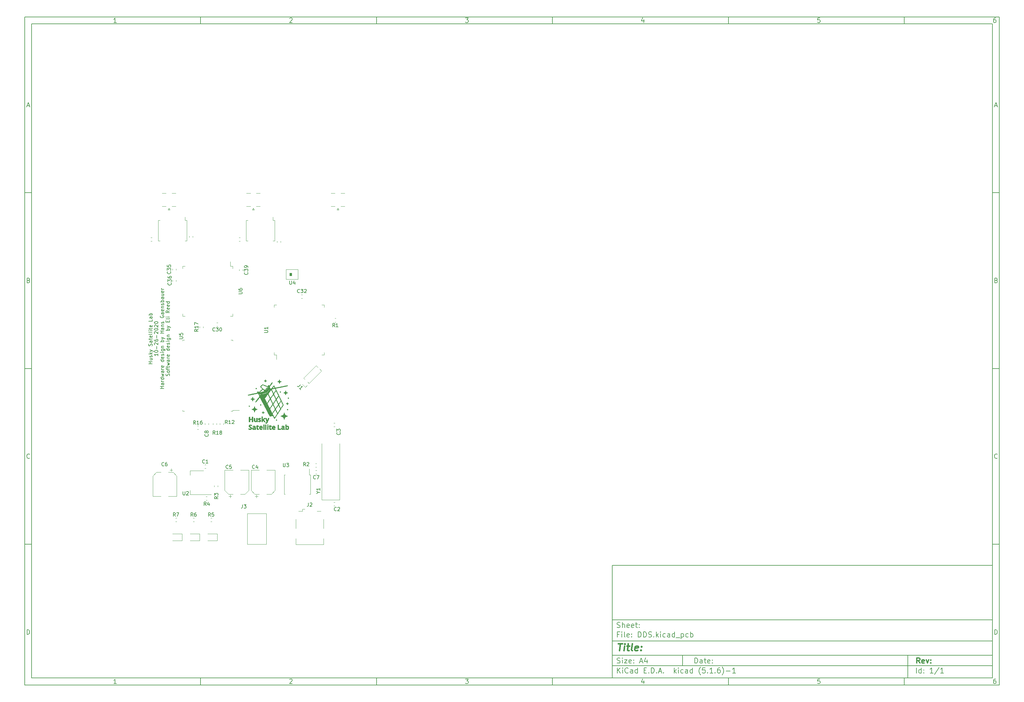
<source format=gbr>
%TF.GenerationSoftware,KiCad,Pcbnew,(5.1.6)-1*%
%TF.CreationDate,2020-10-26T13:42:29-06:00*%
%TF.ProjectId,DDS,4444532e-6b69-4636-9164-5f7063625858,rev?*%
%TF.SameCoordinates,Original*%
%TF.FileFunction,Legend,Top*%
%TF.FilePolarity,Positive*%
%FSLAX46Y46*%
G04 Gerber Fmt 4.6, Leading zero omitted, Abs format (unit mm)*
G04 Created by KiCad (PCBNEW (5.1.6)-1) date 2020-10-26 13:42:29*
%MOMM*%
%LPD*%
G01*
G04 APERTURE LIST*
%ADD10C,0.100000*%
%ADD11C,0.150000*%
%ADD12C,0.300000*%
%ADD13C,0.400000*%
%ADD14C,0.010000*%
%ADD15C,0.120000*%
G04 APERTURE END LIST*
D10*
D11*
X177002200Y-166007200D02*
X177002200Y-198007200D01*
X285002200Y-198007200D01*
X285002200Y-166007200D01*
X177002200Y-166007200D01*
D10*
D11*
X10000000Y-10000000D02*
X10000000Y-200007200D01*
X287002200Y-200007200D01*
X287002200Y-10000000D01*
X10000000Y-10000000D01*
D10*
D11*
X12000000Y-12000000D02*
X12000000Y-198007200D01*
X285002200Y-198007200D01*
X285002200Y-12000000D01*
X12000000Y-12000000D01*
D10*
D11*
X60000000Y-12000000D02*
X60000000Y-10000000D01*
D10*
D11*
X110000000Y-12000000D02*
X110000000Y-10000000D01*
D10*
D11*
X160000000Y-12000000D02*
X160000000Y-10000000D01*
D10*
D11*
X210000000Y-12000000D02*
X210000000Y-10000000D01*
D10*
D11*
X260000000Y-12000000D02*
X260000000Y-10000000D01*
D10*
D11*
X36065476Y-11588095D02*
X35322619Y-11588095D01*
X35694047Y-11588095D02*
X35694047Y-10288095D01*
X35570238Y-10473809D01*
X35446428Y-10597619D01*
X35322619Y-10659523D01*
D10*
D11*
X85322619Y-10411904D02*
X85384523Y-10350000D01*
X85508333Y-10288095D01*
X85817857Y-10288095D01*
X85941666Y-10350000D01*
X86003571Y-10411904D01*
X86065476Y-10535714D01*
X86065476Y-10659523D01*
X86003571Y-10845238D01*
X85260714Y-11588095D01*
X86065476Y-11588095D01*
D10*
D11*
X135260714Y-10288095D02*
X136065476Y-10288095D01*
X135632142Y-10783333D01*
X135817857Y-10783333D01*
X135941666Y-10845238D01*
X136003571Y-10907142D01*
X136065476Y-11030952D01*
X136065476Y-11340476D01*
X136003571Y-11464285D01*
X135941666Y-11526190D01*
X135817857Y-11588095D01*
X135446428Y-11588095D01*
X135322619Y-11526190D01*
X135260714Y-11464285D01*
D10*
D11*
X185941666Y-10721428D02*
X185941666Y-11588095D01*
X185632142Y-10226190D02*
X185322619Y-11154761D01*
X186127380Y-11154761D01*
D10*
D11*
X236003571Y-10288095D02*
X235384523Y-10288095D01*
X235322619Y-10907142D01*
X235384523Y-10845238D01*
X235508333Y-10783333D01*
X235817857Y-10783333D01*
X235941666Y-10845238D01*
X236003571Y-10907142D01*
X236065476Y-11030952D01*
X236065476Y-11340476D01*
X236003571Y-11464285D01*
X235941666Y-11526190D01*
X235817857Y-11588095D01*
X235508333Y-11588095D01*
X235384523Y-11526190D01*
X235322619Y-11464285D01*
D10*
D11*
X285941666Y-10288095D02*
X285694047Y-10288095D01*
X285570238Y-10350000D01*
X285508333Y-10411904D01*
X285384523Y-10597619D01*
X285322619Y-10845238D01*
X285322619Y-11340476D01*
X285384523Y-11464285D01*
X285446428Y-11526190D01*
X285570238Y-11588095D01*
X285817857Y-11588095D01*
X285941666Y-11526190D01*
X286003571Y-11464285D01*
X286065476Y-11340476D01*
X286065476Y-11030952D01*
X286003571Y-10907142D01*
X285941666Y-10845238D01*
X285817857Y-10783333D01*
X285570238Y-10783333D01*
X285446428Y-10845238D01*
X285384523Y-10907142D01*
X285322619Y-11030952D01*
D10*
D11*
X60000000Y-198007200D02*
X60000000Y-200007200D01*
D10*
D11*
X110000000Y-198007200D02*
X110000000Y-200007200D01*
D10*
D11*
X160000000Y-198007200D02*
X160000000Y-200007200D01*
D10*
D11*
X210000000Y-198007200D02*
X210000000Y-200007200D01*
D10*
D11*
X260000000Y-198007200D02*
X260000000Y-200007200D01*
D10*
D11*
X36065476Y-199595295D02*
X35322619Y-199595295D01*
X35694047Y-199595295D02*
X35694047Y-198295295D01*
X35570238Y-198481009D01*
X35446428Y-198604819D01*
X35322619Y-198666723D01*
D10*
D11*
X85322619Y-198419104D02*
X85384523Y-198357200D01*
X85508333Y-198295295D01*
X85817857Y-198295295D01*
X85941666Y-198357200D01*
X86003571Y-198419104D01*
X86065476Y-198542914D01*
X86065476Y-198666723D01*
X86003571Y-198852438D01*
X85260714Y-199595295D01*
X86065476Y-199595295D01*
D10*
D11*
X135260714Y-198295295D02*
X136065476Y-198295295D01*
X135632142Y-198790533D01*
X135817857Y-198790533D01*
X135941666Y-198852438D01*
X136003571Y-198914342D01*
X136065476Y-199038152D01*
X136065476Y-199347676D01*
X136003571Y-199471485D01*
X135941666Y-199533390D01*
X135817857Y-199595295D01*
X135446428Y-199595295D01*
X135322619Y-199533390D01*
X135260714Y-199471485D01*
D10*
D11*
X185941666Y-198728628D02*
X185941666Y-199595295D01*
X185632142Y-198233390D02*
X185322619Y-199161961D01*
X186127380Y-199161961D01*
D10*
D11*
X236003571Y-198295295D02*
X235384523Y-198295295D01*
X235322619Y-198914342D01*
X235384523Y-198852438D01*
X235508333Y-198790533D01*
X235817857Y-198790533D01*
X235941666Y-198852438D01*
X236003571Y-198914342D01*
X236065476Y-199038152D01*
X236065476Y-199347676D01*
X236003571Y-199471485D01*
X235941666Y-199533390D01*
X235817857Y-199595295D01*
X235508333Y-199595295D01*
X235384523Y-199533390D01*
X235322619Y-199471485D01*
D10*
D11*
X285941666Y-198295295D02*
X285694047Y-198295295D01*
X285570238Y-198357200D01*
X285508333Y-198419104D01*
X285384523Y-198604819D01*
X285322619Y-198852438D01*
X285322619Y-199347676D01*
X285384523Y-199471485D01*
X285446428Y-199533390D01*
X285570238Y-199595295D01*
X285817857Y-199595295D01*
X285941666Y-199533390D01*
X286003571Y-199471485D01*
X286065476Y-199347676D01*
X286065476Y-199038152D01*
X286003571Y-198914342D01*
X285941666Y-198852438D01*
X285817857Y-198790533D01*
X285570238Y-198790533D01*
X285446428Y-198852438D01*
X285384523Y-198914342D01*
X285322619Y-199038152D01*
D10*
D11*
X10000000Y-60000000D02*
X12000000Y-60000000D01*
D10*
D11*
X10000000Y-110000000D02*
X12000000Y-110000000D01*
D10*
D11*
X10000000Y-160000000D02*
X12000000Y-160000000D01*
D10*
D11*
X10690476Y-35216666D02*
X11309523Y-35216666D01*
X10566666Y-35588095D02*
X11000000Y-34288095D01*
X11433333Y-35588095D01*
D10*
D11*
X11092857Y-84907142D02*
X11278571Y-84969047D01*
X11340476Y-85030952D01*
X11402380Y-85154761D01*
X11402380Y-85340476D01*
X11340476Y-85464285D01*
X11278571Y-85526190D01*
X11154761Y-85588095D01*
X10659523Y-85588095D01*
X10659523Y-84288095D01*
X11092857Y-84288095D01*
X11216666Y-84350000D01*
X11278571Y-84411904D01*
X11340476Y-84535714D01*
X11340476Y-84659523D01*
X11278571Y-84783333D01*
X11216666Y-84845238D01*
X11092857Y-84907142D01*
X10659523Y-84907142D01*
D10*
D11*
X11402380Y-135464285D02*
X11340476Y-135526190D01*
X11154761Y-135588095D01*
X11030952Y-135588095D01*
X10845238Y-135526190D01*
X10721428Y-135402380D01*
X10659523Y-135278571D01*
X10597619Y-135030952D01*
X10597619Y-134845238D01*
X10659523Y-134597619D01*
X10721428Y-134473809D01*
X10845238Y-134350000D01*
X11030952Y-134288095D01*
X11154761Y-134288095D01*
X11340476Y-134350000D01*
X11402380Y-134411904D01*
D10*
D11*
X10659523Y-185588095D02*
X10659523Y-184288095D01*
X10969047Y-184288095D01*
X11154761Y-184350000D01*
X11278571Y-184473809D01*
X11340476Y-184597619D01*
X11402380Y-184845238D01*
X11402380Y-185030952D01*
X11340476Y-185278571D01*
X11278571Y-185402380D01*
X11154761Y-185526190D01*
X10969047Y-185588095D01*
X10659523Y-185588095D01*
D10*
D11*
X287002200Y-60000000D02*
X285002200Y-60000000D01*
D10*
D11*
X287002200Y-110000000D02*
X285002200Y-110000000D01*
D10*
D11*
X287002200Y-160000000D02*
X285002200Y-160000000D01*
D10*
D11*
X285692676Y-35216666D02*
X286311723Y-35216666D01*
X285568866Y-35588095D02*
X286002200Y-34288095D01*
X286435533Y-35588095D01*
D10*
D11*
X286095057Y-84907142D02*
X286280771Y-84969047D01*
X286342676Y-85030952D01*
X286404580Y-85154761D01*
X286404580Y-85340476D01*
X286342676Y-85464285D01*
X286280771Y-85526190D01*
X286156961Y-85588095D01*
X285661723Y-85588095D01*
X285661723Y-84288095D01*
X286095057Y-84288095D01*
X286218866Y-84350000D01*
X286280771Y-84411904D01*
X286342676Y-84535714D01*
X286342676Y-84659523D01*
X286280771Y-84783333D01*
X286218866Y-84845238D01*
X286095057Y-84907142D01*
X285661723Y-84907142D01*
D10*
D11*
X286404580Y-135464285D02*
X286342676Y-135526190D01*
X286156961Y-135588095D01*
X286033152Y-135588095D01*
X285847438Y-135526190D01*
X285723628Y-135402380D01*
X285661723Y-135278571D01*
X285599819Y-135030952D01*
X285599819Y-134845238D01*
X285661723Y-134597619D01*
X285723628Y-134473809D01*
X285847438Y-134350000D01*
X286033152Y-134288095D01*
X286156961Y-134288095D01*
X286342676Y-134350000D01*
X286404580Y-134411904D01*
D10*
D11*
X285661723Y-185588095D02*
X285661723Y-184288095D01*
X285971247Y-184288095D01*
X286156961Y-184350000D01*
X286280771Y-184473809D01*
X286342676Y-184597619D01*
X286404580Y-184845238D01*
X286404580Y-185030952D01*
X286342676Y-185278571D01*
X286280771Y-185402380D01*
X286156961Y-185526190D01*
X285971247Y-185588095D01*
X285661723Y-185588095D01*
D10*
D11*
X200434342Y-193785771D02*
X200434342Y-192285771D01*
X200791485Y-192285771D01*
X201005771Y-192357200D01*
X201148628Y-192500057D01*
X201220057Y-192642914D01*
X201291485Y-192928628D01*
X201291485Y-193142914D01*
X201220057Y-193428628D01*
X201148628Y-193571485D01*
X201005771Y-193714342D01*
X200791485Y-193785771D01*
X200434342Y-193785771D01*
X202577200Y-193785771D02*
X202577200Y-193000057D01*
X202505771Y-192857200D01*
X202362914Y-192785771D01*
X202077200Y-192785771D01*
X201934342Y-192857200D01*
X202577200Y-193714342D02*
X202434342Y-193785771D01*
X202077200Y-193785771D01*
X201934342Y-193714342D01*
X201862914Y-193571485D01*
X201862914Y-193428628D01*
X201934342Y-193285771D01*
X202077200Y-193214342D01*
X202434342Y-193214342D01*
X202577200Y-193142914D01*
X203077200Y-192785771D02*
X203648628Y-192785771D01*
X203291485Y-192285771D02*
X203291485Y-193571485D01*
X203362914Y-193714342D01*
X203505771Y-193785771D01*
X203648628Y-193785771D01*
X204720057Y-193714342D02*
X204577200Y-193785771D01*
X204291485Y-193785771D01*
X204148628Y-193714342D01*
X204077200Y-193571485D01*
X204077200Y-193000057D01*
X204148628Y-192857200D01*
X204291485Y-192785771D01*
X204577200Y-192785771D01*
X204720057Y-192857200D01*
X204791485Y-193000057D01*
X204791485Y-193142914D01*
X204077200Y-193285771D01*
X205434342Y-193642914D02*
X205505771Y-193714342D01*
X205434342Y-193785771D01*
X205362914Y-193714342D01*
X205434342Y-193642914D01*
X205434342Y-193785771D01*
X205434342Y-192857200D02*
X205505771Y-192928628D01*
X205434342Y-193000057D01*
X205362914Y-192928628D01*
X205434342Y-192857200D01*
X205434342Y-193000057D01*
D10*
D11*
X177002200Y-194507200D02*
X285002200Y-194507200D01*
D10*
D11*
X178434342Y-196585771D02*
X178434342Y-195085771D01*
X179291485Y-196585771D02*
X178648628Y-195728628D01*
X179291485Y-195085771D02*
X178434342Y-195942914D01*
X179934342Y-196585771D02*
X179934342Y-195585771D01*
X179934342Y-195085771D02*
X179862914Y-195157200D01*
X179934342Y-195228628D01*
X180005771Y-195157200D01*
X179934342Y-195085771D01*
X179934342Y-195228628D01*
X181505771Y-196442914D02*
X181434342Y-196514342D01*
X181220057Y-196585771D01*
X181077200Y-196585771D01*
X180862914Y-196514342D01*
X180720057Y-196371485D01*
X180648628Y-196228628D01*
X180577200Y-195942914D01*
X180577200Y-195728628D01*
X180648628Y-195442914D01*
X180720057Y-195300057D01*
X180862914Y-195157200D01*
X181077200Y-195085771D01*
X181220057Y-195085771D01*
X181434342Y-195157200D01*
X181505771Y-195228628D01*
X182791485Y-196585771D02*
X182791485Y-195800057D01*
X182720057Y-195657200D01*
X182577200Y-195585771D01*
X182291485Y-195585771D01*
X182148628Y-195657200D01*
X182791485Y-196514342D02*
X182648628Y-196585771D01*
X182291485Y-196585771D01*
X182148628Y-196514342D01*
X182077200Y-196371485D01*
X182077200Y-196228628D01*
X182148628Y-196085771D01*
X182291485Y-196014342D01*
X182648628Y-196014342D01*
X182791485Y-195942914D01*
X184148628Y-196585771D02*
X184148628Y-195085771D01*
X184148628Y-196514342D02*
X184005771Y-196585771D01*
X183720057Y-196585771D01*
X183577200Y-196514342D01*
X183505771Y-196442914D01*
X183434342Y-196300057D01*
X183434342Y-195871485D01*
X183505771Y-195728628D01*
X183577200Y-195657200D01*
X183720057Y-195585771D01*
X184005771Y-195585771D01*
X184148628Y-195657200D01*
X186005771Y-195800057D02*
X186505771Y-195800057D01*
X186720057Y-196585771D02*
X186005771Y-196585771D01*
X186005771Y-195085771D01*
X186720057Y-195085771D01*
X187362914Y-196442914D02*
X187434342Y-196514342D01*
X187362914Y-196585771D01*
X187291485Y-196514342D01*
X187362914Y-196442914D01*
X187362914Y-196585771D01*
X188077200Y-196585771D02*
X188077200Y-195085771D01*
X188434342Y-195085771D01*
X188648628Y-195157200D01*
X188791485Y-195300057D01*
X188862914Y-195442914D01*
X188934342Y-195728628D01*
X188934342Y-195942914D01*
X188862914Y-196228628D01*
X188791485Y-196371485D01*
X188648628Y-196514342D01*
X188434342Y-196585771D01*
X188077200Y-196585771D01*
X189577200Y-196442914D02*
X189648628Y-196514342D01*
X189577200Y-196585771D01*
X189505771Y-196514342D01*
X189577200Y-196442914D01*
X189577200Y-196585771D01*
X190220057Y-196157200D02*
X190934342Y-196157200D01*
X190077200Y-196585771D02*
X190577200Y-195085771D01*
X191077200Y-196585771D01*
X191577200Y-196442914D02*
X191648628Y-196514342D01*
X191577200Y-196585771D01*
X191505771Y-196514342D01*
X191577200Y-196442914D01*
X191577200Y-196585771D01*
X194577200Y-196585771D02*
X194577200Y-195085771D01*
X194720057Y-196014342D02*
X195148628Y-196585771D01*
X195148628Y-195585771D02*
X194577200Y-196157200D01*
X195791485Y-196585771D02*
X195791485Y-195585771D01*
X195791485Y-195085771D02*
X195720057Y-195157200D01*
X195791485Y-195228628D01*
X195862914Y-195157200D01*
X195791485Y-195085771D01*
X195791485Y-195228628D01*
X197148628Y-196514342D02*
X197005771Y-196585771D01*
X196720057Y-196585771D01*
X196577200Y-196514342D01*
X196505771Y-196442914D01*
X196434342Y-196300057D01*
X196434342Y-195871485D01*
X196505771Y-195728628D01*
X196577200Y-195657200D01*
X196720057Y-195585771D01*
X197005771Y-195585771D01*
X197148628Y-195657200D01*
X198434342Y-196585771D02*
X198434342Y-195800057D01*
X198362914Y-195657200D01*
X198220057Y-195585771D01*
X197934342Y-195585771D01*
X197791485Y-195657200D01*
X198434342Y-196514342D02*
X198291485Y-196585771D01*
X197934342Y-196585771D01*
X197791485Y-196514342D01*
X197720057Y-196371485D01*
X197720057Y-196228628D01*
X197791485Y-196085771D01*
X197934342Y-196014342D01*
X198291485Y-196014342D01*
X198434342Y-195942914D01*
X199791485Y-196585771D02*
X199791485Y-195085771D01*
X199791485Y-196514342D02*
X199648628Y-196585771D01*
X199362914Y-196585771D01*
X199220057Y-196514342D01*
X199148628Y-196442914D01*
X199077200Y-196300057D01*
X199077200Y-195871485D01*
X199148628Y-195728628D01*
X199220057Y-195657200D01*
X199362914Y-195585771D01*
X199648628Y-195585771D01*
X199791485Y-195657200D01*
X202077200Y-197157200D02*
X202005771Y-197085771D01*
X201862914Y-196871485D01*
X201791485Y-196728628D01*
X201720057Y-196514342D01*
X201648628Y-196157200D01*
X201648628Y-195871485D01*
X201720057Y-195514342D01*
X201791485Y-195300057D01*
X201862914Y-195157200D01*
X202005771Y-194942914D01*
X202077200Y-194871485D01*
X203362914Y-195085771D02*
X202648628Y-195085771D01*
X202577200Y-195800057D01*
X202648628Y-195728628D01*
X202791485Y-195657200D01*
X203148628Y-195657200D01*
X203291485Y-195728628D01*
X203362914Y-195800057D01*
X203434342Y-195942914D01*
X203434342Y-196300057D01*
X203362914Y-196442914D01*
X203291485Y-196514342D01*
X203148628Y-196585771D01*
X202791485Y-196585771D01*
X202648628Y-196514342D01*
X202577200Y-196442914D01*
X204077200Y-196442914D02*
X204148628Y-196514342D01*
X204077200Y-196585771D01*
X204005771Y-196514342D01*
X204077200Y-196442914D01*
X204077200Y-196585771D01*
X205577200Y-196585771D02*
X204720057Y-196585771D01*
X205148628Y-196585771D02*
X205148628Y-195085771D01*
X205005771Y-195300057D01*
X204862914Y-195442914D01*
X204720057Y-195514342D01*
X206220057Y-196442914D02*
X206291485Y-196514342D01*
X206220057Y-196585771D01*
X206148628Y-196514342D01*
X206220057Y-196442914D01*
X206220057Y-196585771D01*
X207577200Y-195085771D02*
X207291485Y-195085771D01*
X207148628Y-195157200D01*
X207077200Y-195228628D01*
X206934342Y-195442914D01*
X206862914Y-195728628D01*
X206862914Y-196300057D01*
X206934342Y-196442914D01*
X207005771Y-196514342D01*
X207148628Y-196585771D01*
X207434342Y-196585771D01*
X207577200Y-196514342D01*
X207648628Y-196442914D01*
X207720057Y-196300057D01*
X207720057Y-195942914D01*
X207648628Y-195800057D01*
X207577200Y-195728628D01*
X207434342Y-195657200D01*
X207148628Y-195657200D01*
X207005771Y-195728628D01*
X206934342Y-195800057D01*
X206862914Y-195942914D01*
X208220057Y-197157200D02*
X208291485Y-197085771D01*
X208434342Y-196871485D01*
X208505771Y-196728628D01*
X208577200Y-196514342D01*
X208648628Y-196157200D01*
X208648628Y-195871485D01*
X208577200Y-195514342D01*
X208505771Y-195300057D01*
X208434342Y-195157200D01*
X208291485Y-194942914D01*
X208220057Y-194871485D01*
X209362914Y-196014342D02*
X210505771Y-196014342D01*
X212005771Y-196585771D02*
X211148628Y-196585771D01*
X211577200Y-196585771D02*
X211577200Y-195085771D01*
X211434342Y-195300057D01*
X211291485Y-195442914D01*
X211148628Y-195514342D01*
D10*
D11*
X177002200Y-191507200D02*
X285002200Y-191507200D01*
D10*
D12*
X264411485Y-193785771D02*
X263911485Y-193071485D01*
X263554342Y-193785771D02*
X263554342Y-192285771D01*
X264125771Y-192285771D01*
X264268628Y-192357200D01*
X264340057Y-192428628D01*
X264411485Y-192571485D01*
X264411485Y-192785771D01*
X264340057Y-192928628D01*
X264268628Y-193000057D01*
X264125771Y-193071485D01*
X263554342Y-193071485D01*
X265625771Y-193714342D02*
X265482914Y-193785771D01*
X265197200Y-193785771D01*
X265054342Y-193714342D01*
X264982914Y-193571485D01*
X264982914Y-193000057D01*
X265054342Y-192857200D01*
X265197200Y-192785771D01*
X265482914Y-192785771D01*
X265625771Y-192857200D01*
X265697200Y-193000057D01*
X265697200Y-193142914D01*
X264982914Y-193285771D01*
X266197200Y-192785771D02*
X266554342Y-193785771D01*
X266911485Y-192785771D01*
X267482914Y-193642914D02*
X267554342Y-193714342D01*
X267482914Y-193785771D01*
X267411485Y-193714342D01*
X267482914Y-193642914D01*
X267482914Y-193785771D01*
X267482914Y-192857200D02*
X267554342Y-192928628D01*
X267482914Y-193000057D01*
X267411485Y-192928628D01*
X267482914Y-192857200D01*
X267482914Y-193000057D01*
D10*
D11*
X178362914Y-193714342D02*
X178577200Y-193785771D01*
X178934342Y-193785771D01*
X179077200Y-193714342D01*
X179148628Y-193642914D01*
X179220057Y-193500057D01*
X179220057Y-193357200D01*
X179148628Y-193214342D01*
X179077200Y-193142914D01*
X178934342Y-193071485D01*
X178648628Y-193000057D01*
X178505771Y-192928628D01*
X178434342Y-192857200D01*
X178362914Y-192714342D01*
X178362914Y-192571485D01*
X178434342Y-192428628D01*
X178505771Y-192357200D01*
X178648628Y-192285771D01*
X179005771Y-192285771D01*
X179220057Y-192357200D01*
X179862914Y-193785771D02*
X179862914Y-192785771D01*
X179862914Y-192285771D02*
X179791485Y-192357200D01*
X179862914Y-192428628D01*
X179934342Y-192357200D01*
X179862914Y-192285771D01*
X179862914Y-192428628D01*
X180434342Y-192785771D02*
X181220057Y-192785771D01*
X180434342Y-193785771D01*
X181220057Y-193785771D01*
X182362914Y-193714342D02*
X182220057Y-193785771D01*
X181934342Y-193785771D01*
X181791485Y-193714342D01*
X181720057Y-193571485D01*
X181720057Y-193000057D01*
X181791485Y-192857200D01*
X181934342Y-192785771D01*
X182220057Y-192785771D01*
X182362914Y-192857200D01*
X182434342Y-193000057D01*
X182434342Y-193142914D01*
X181720057Y-193285771D01*
X183077200Y-193642914D02*
X183148628Y-193714342D01*
X183077200Y-193785771D01*
X183005771Y-193714342D01*
X183077200Y-193642914D01*
X183077200Y-193785771D01*
X183077200Y-192857200D02*
X183148628Y-192928628D01*
X183077200Y-193000057D01*
X183005771Y-192928628D01*
X183077200Y-192857200D01*
X183077200Y-193000057D01*
X184862914Y-193357200D02*
X185577200Y-193357200D01*
X184720057Y-193785771D02*
X185220057Y-192285771D01*
X185720057Y-193785771D01*
X186862914Y-192785771D02*
X186862914Y-193785771D01*
X186505771Y-192214342D02*
X186148628Y-193285771D01*
X187077200Y-193285771D01*
D10*
D11*
X263434342Y-196585771D02*
X263434342Y-195085771D01*
X264791485Y-196585771D02*
X264791485Y-195085771D01*
X264791485Y-196514342D02*
X264648628Y-196585771D01*
X264362914Y-196585771D01*
X264220057Y-196514342D01*
X264148628Y-196442914D01*
X264077200Y-196300057D01*
X264077200Y-195871485D01*
X264148628Y-195728628D01*
X264220057Y-195657200D01*
X264362914Y-195585771D01*
X264648628Y-195585771D01*
X264791485Y-195657200D01*
X265505771Y-196442914D02*
X265577200Y-196514342D01*
X265505771Y-196585771D01*
X265434342Y-196514342D01*
X265505771Y-196442914D01*
X265505771Y-196585771D01*
X265505771Y-195657200D02*
X265577200Y-195728628D01*
X265505771Y-195800057D01*
X265434342Y-195728628D01*
X265505771Y-195657200D01*
X265505771Y-195800057D01*
X268148628Y-196585771D02*
X267291485Y-196585771D01*
X267720057Y-196585771D02*
X267720057Y-195085771D01*
X267577200Y-195300057D01*
X267434342Y-195442914D01*
X267291485Y-195514342D01*
X269862914Y-195014342D02*
X268577200Y-196942914D01*
X271148628Y-196585771D02*
X270291485Y-196585771D01*
X270720057Y-196585771D02*
X270720057Y-195085771D01*
X270577200Y-195300057D01*
X270434342Y-195442914D01*
X270291485Y-195514342D01*
D10*
D11*
X177002200Y-187507200D02*
X285002200Y-187507200D01*
D10*
D13*
X178714580Y-188211961D02*
X179857438Y-188211961D01*
X179036009Y-190211961D02*
X179286009Y-188211961D01*
X180274104Y-190211961D02*
X180440771Y-188878628D01*
X180524104Y-188211961D02*
X180416961Y-188307200D01*
X180500295Y-188402438D01*
X180607438Y-188307200D01*
X180524104Y-188211961D01*
X180500295Y-188402438D01*
X181107438Y-188878628D02*
X181869342Y-188878628D01*
X181476485Y-188211961D02*
X181262200Y-189926247D01*
X181333628Y-190116723D01*
X181512200Y-190211961D01*
X181702676Y-190211961D01*
X182655057Y-190211961D02*
X182476485Y-190116723D01*
X182405057Y-189926247D01*
X182619342Y-188211961D01*
X184190771Y-190116723D02*
X183988390Y-190211961D01*
X183607438Y-190211961D01*
X183428866Y-190116723D01*
X183357438Y-189926247D01*
X183452676Y-189164342D01*
X183571723Y-188973866D01*
X183774104Y-188878628D01*
X184155057Y-188878628D01*
X184333628Y-188973866D01*
X184405057Y-189164342D01*
X184381247Y-189354819D01*
X183405057Y-189545295D01*
X185155057Y-190021485D02*
X185238390Y-190116723D01*
X185131247Y-190211961D01*
X185047914Y-190116723D01*
X185155057Y-190021485D01*
X185131247Y-190211961D01*
X185286009Y-188973866D02*
X185369342Y-189069104D01*
X185262200Y-189164342D01*
X185178866Y-189069104D01*
X185286009Y-188973866D01*
X185262200Y-189164342D01*
D10*
D11*
X178934342Y-185600057D02*
X178434342Y-185600057D01*
X178434342Y-186385771D02*
X178434342Y-184885771D01*
X179148628Y-184885771D01*
X179720057Y-186385771D02*
X179720057Y-185385771D01*
X179720057Y-184885771D02*
X179648628Y-184957200D01*
X179720057Y-185028628D01*
X179791485Y-184957200D01*
X179720057Y-184885771D01*
X179720057Y-185028628D01*
X180648628Y-186385771D02*
X180505771Y-186314342D01*
X180434342Y-186171485D01*
X180434342Y-184885771D01*
X181791485Y-186314342D02*
X181648628Y-186385771D01*
X181362914Y-186385771D01*
X181220057Y-186314342D01*
X181148628Y-186171485D01*
X181148628Y-185600057D01*
X181220057Y-185457200D01*
X181362914Y-185385771D01*
X181648628Y-185385771D01*
X181791485Y-185457200D01*
X181862914Y-185600057D01*
X181862914Y-185742914D01*
X181148628Y-185885771D01*
X182505771Y-186242914D02*
X182577200Y-186314342D01*
X182505771Y-186385771D01*
X182434342Y-186314342D01*
X182505771Y-186242914D01*
X182505771Y-186385771D01*
X182505771Y-185457200D02*
X182577200Y-185528628D01*
X182505771Y-185600057D01*
X182434342Y-185528628D01*
X182505771Y-185457200D01*
X182505771Y-185600057D01*
X184362914Y-186385771D02*
X184362914Y-184885771D01*
X184720057Y-184885771D01*
X184934342Y-184957200D01*
X185077200Y-185100057D01*
X185148628Y-185242914D01*
X185220057Y-185528628D01*
X185220057Y-185742914D01*
X185148628Y-186028628D01*
X185077200Y-186171485D01*
X184934342Y-186314342D01*
X184720057Y-186385771D01*
X184362914Y-186385771D01*
X185862914Y-186385771D02*
X185862914Y-184885771D01*
X186220057Y-184885771D01*
X186434342Y-184957200D01*
X186577200Y-185100057D01*
X186648628Y-185242914D01*
X186720057Y-185528628D01*
X186720057Y-185742914D01*
X186648628Y-186028628D01*
X186577200Y-186171485D01*
X186434342Y-186314342D01*
X186220057Y-186385771D01*
X185862914Y-186385771D01*
X187291485Y-186314342D02*
X187505771Y-186385771D01*
X187862914Y-186385771D01*
X188005771Y-186314342D01*
X188077200Y-186242914D01*
X188148628Y-186100057D01*
X188148628Y-185957200D01*
X188077200Y-185814342D01*
X188005771Y-185742914D01*
X187862914Y-185671485D01*
X187577200Y-185600057D01*
X187434342Y-185528628D01*
X187362914Y-185457200D01*
X187291485Y-185314342D01*
X187291485Y-185171485D01*
X187362914Y-185028628D01*
X187434342Y-184957200D01*
X187577200Y-184885771D01*
X187934342Y-184885771D01*
X188148628Y-184957200D01*
X188791485Y-186242914D02*
X188862914Y-186314342D01*
X188791485Y-186385771D01*
X188720057Y-186314342D01*
X188791485Y-186242914D01*
X188791485Y-186385771D01*
X189505771Y-186385771D02*
X189505771Y-184885771D01*
X189648628Y-185814342D02*
X190077200Y-186385771D01*
X190077200Y-185385771D02*
X189505771Y-185957200D01*
X190720057Y-186385771D02*
X190720057Y-185385771D01*
X190720057Y-184885771D02*
X190648628Y-184957200D01*
X190720057Y-185028628D01*
X190791485Y-184957200D01*
X190720057Y-184885771D01*
X190720057Y-185028628D01*
X192077200Y-186314342D02*
X191934342Y-186385771D01*
X191648628Y-186385771D01*
X191505771Y-186314342D01*
X191434342Y-186242914D01*
X191362914Y-186100057D01*
X191362914Y-185671485D01*
X191434342Y-185528628D01*
X191505771Y-185457200D01*
X191648628Y-185385771D01*
X191934342Y-185385771D01*
X192077200Y-185457200D01*
X193362914Y-186385771D02*
X193362914Y-185600057D01*
X193291485Y-185457200D01*
X193148628Y-185385771D01*
X192862914Y-185385771D01*
X192720057Y-185457200D01*
X193362914Y-186314342D02*
X193220057Y-186385771D01*
X192862914Y-186385771D01*
X192720057Y-186314342D01*
X192648628Y-186171485D01*
X192648628Y-186028628D01*
X192720057Y-185885771D01*
X192862914Y-185814342D01*
X193220057Y-185814342D01*
X193362914Y-185742914D01*
X194720057Y-186385771D02*
X194720057Y-184885771D01*
X194720057Y-186314342D02*
X194577200Y-186385771D01*
X194291485Y-186385771D01*
X194148628Y-186314342D01*
X194077200Y-186242914D01*
X194005771Y-186100057D01*
X194005771Y-185671485D01*
X194077200Y-185528628D01*
X194148628Y-185457200D01*
X194291485Y-185385771D01*
X194577200Y-185385771D01*
X194720057Y-185457200D01*
X195077200Y-186528628D02*
X196220057Y-186528628D01*
X196577200Y-185385771D02*
X196577200Y-186885771D01*
X196577200Y-185457200D02*
X196720057Y-185385771D01*
X197005771Y-185385771D01*
X197148628Y-185457200D01*
X197220057Y-185528628D01*
X197291485Y-185671485D01*
X197291485Y-186100057D01*
X197220057Y-186242914D01*
X197148628Y-186314342D01*
X197005771Y-186385771D01*
X196720057Y-186385771D01*
X196577200Y-186314342D01*
X198577200Y-186314342D02*
X198434342Y-186385771D01*
X198148628Y-186385771D01*
X198005771Y-186314342D01*
X197934342Y-186242914D01*
X197862914Y-186100057D01*
X197862914Y-185671485D01*
X197934342Y-185528628D01*
X198005771Y-185457200D01*
X198148628Y-185385771D01*
X198434342Y-185385771D01*
X198577200Y-185457200D01*
X199220057Y-186385771D02*
X199220057Y-184885771D01*
X199220057Y-185457200D02*
X199362914Y-185385771D01*
X199648628Y-185385771D01*
X199791485Y-185457200D01*
X199862914Y-185528628D01*
X199934342Y-185671485D01*
X199934342Y-186100057D01*
X199862914Y-186242914D01*
X199791485Y-186314342D01*
X199648628Y-186385771D01*
X199362914Y-186385771D01*
X199220057Y-186314342D01*
D10*
D11*
X177002200Y-181507200D02*
X285002200Y-181507200D01*
D10*
D11*
X178362914Y-183614342D02*
X178577200Y-183685771D01*
X178934342Y-183685771D01*
X179077200Y-183614342D01*
X179148628Y-183542914D01*
X179220057Y-183400057D01*
X179220057Y-183257200D01*
X179148628Y-183114342D01*
X179077200Y-183042914D01*
X178934342Y-182971485D01*
X178648628Y-182900057D01*
X178505771Y-182828628D01*
X178434342Y-182757200D01*
X178362914Y-182614342D01*
X178362914Y-182471485D01*
X178434342Y-182328628D01*
X178505771Y-182257200D01*
X178648628Y-182185771D01*
X179005771Y-182185771D01*
X179220057Y-182257200D01*
X179862914Y-183685771D02*
X179862914Y-182185771D01*
X180505771Y-183685771D02*
X180505771Y-182900057D01*
X180434342Y-182757200D01*
X180291485Y-182685771D01*
X180077200Y-182685771D01*
X179934342Y-182757200D01*
X179862914Y-182828628D01*
X181791485Y-183614342D02*
X181648628Y-183685771D01*
X181362914Y-183685771D01*
X181220057Y-183614342D01*
X181148628Y-183471485D01*
X181148628Y-182900057D01*
X181220057Y-182757200D01*
X181362914Y-182685771D01*
X181648628Y-182685771D01*
X181791485Y-182757200D01*
X181862914Y-182900057D01*
X181862914Y-183042914D01*
X181148628Y-183185771D01*
X183077200Y-183614342D02*
X182934342Y-183685771D01*
X182648628Y-183685771D01*
X182505771Y-183614342D01*
X182434342Y-183471485D01*
X182434342Y-182900057D01*
X182505771Y-182757200D01*
X182648628Y-182685771D01*
X182934342Y-182685771D01*
X183077200Y-182757200D01*
X183148628Y-182900057D01*
X183148628Y-183042914D01*
X182434342Y-183185771D01*
X183577200Y-182685771D02*
X184148628Y-182685771D01*
X183791485Y-182185771D02*
X183791485Y-183471485D01*
X183862914Y-183614342D01*
X184005771Y-183685771D01*
X184148628Y-183685771D01*
X184648628Y-183542914D02*
X184720057Y-183614342D01*
X184648628Y-183685771D01*
X184577200Y-183614342D01*
X184648628Y-183542914D01*
X184648628Y-183685771D01*
X184648628Y-182757200D02*
X184720057Y-182828628D01*
X184648628Y-182900057D01*
X184577200Y-182828628D01*
X184648628Y-182757200D01*
X184648628Y-182900057D01*
D10*
D11*
X197002200Y-191507200D02*
X197002200Y-194507200D01*
D10*
D11*
X261002200Y-191507200D02*
X261002200Y-198007200D01*
X46227380Y-108619047D02*
X45227380Y-108619047D01*
X45703571Y-108619047D02*
X45703571Y-108047619D01*
X46227380Y-108047619D02*
X45227380Y-108047619D01*
X45560714Y-107142857D02*
X46227380Y-107142857D01*
X45560714Y-107571428D02*
X46084523Y-107571428D01*
X46179761Y-107523809D01*
X46227380Y-107428571D01*
X46227380Y-107285714D01*
X46179761Y-107190476D01*
X46132142Y-107142857D01*
X46179761Y-106714285D02*
X46227380Y-106619047D01*
X46227380Y-106428571D01*
X46179761Y-106333333D01*
X46084523Y-106285714D01*
X46036904Y-106285714D01*
X45941666Y-106333333D01*
X45894047Y-106428571D01*
X45894047Y-106571428D01*
X45846428Y-106666666D01*
X45751190Y-106714285D01*
X45703571Y-106714285D01*
X45608333Y-106666666D01*
X45560714Y-106571428D01*
X45560714Y-106428571D01*
X45608333Y-106333333D01*
X46227380Y-105857142D02*
X45227380Y-105857142D01*
X45846428Y-105761904D02*
X46227380Y-105476190D01*
X45560714Y-105476190D02*
X45941666Y-105857142D01*
X45560714Y-105142857D02*
X46227380Y-104904761D01*
X45560714Y-104666666D02*
X46227380Y-104904761D01*
X46465476Y-105000000D01*
X46513095Y-105047619D01*
X46560714Y-105142857D01*
X46179761Y-103571428D02*
X46227380Y-103428571D01*
X46227380Y-103190476D01*
X46179761Y-103095238D01*
X46132142Y-103047619D01*
X46036904Y-103000000D01*
X45941666Y-103000000D01*
X45846428Y-103047619D01*
X45798809Y-103095238D01*
X45751190Y-103190476D01*
X45703571Y-103380952D01*
X45655952Y-103476190D01*
X45608333Y-103523809D01*
X45513095Y-103571428D01*
X45417857Y-103571428D01*
X45322619Y-103523809D01*
X45275000Y-103476190D01*
X45227380Y-103380952D01*
X45227380Y-103142857D01*
X45275000Y-103000000D01*
X46227380Y-102142857D02*
X45703571Y-102142857D01*
X45608333Y-102190476D01*
X45560714Y-102285714D01*
X45560714Y-102476190D01*
X45608333Y-102571428D01*
X46179761Y-102142857D02*
X46227380Y-102238095D01*
X46227380Y-102476190D01*
X46179761Y-102571428D01*
X46084523Y-102619047D01*
X45989285Y-102619047D01*
X45894047Y-102571428D01*
X45846428Y-102476190D01*
X45846428Y-102238095D01*
X45798809Y-102142857D01*
X45560714Y-101809523D02*
X45560714Y-101428571D01*
X45227380Y-101666666D02*
X46084523Y-101666666D01*
X46179761Y-101619047D01*
X46227380Y-101523809D01*
X46227380Y-101428571D01*
X46179761Y-100714285D02*
X46227380Y-100809523D01*
X46227380Y-101000000D01*
X46179761Y-101095238D01*
X46084523Y-101142857D01*
X45703571Y-101142857D01*
X45608333Y-101095238D01*
X45560714Y-101000000D01*
X45560714Y-100809523D01*
X45608333Y-100714285D01*
X45703571Y-100666666D01*
X45798809Y-100666666D01*
X45894047Y-101142857D01*
X46227380Y-100095238D02*
X46179761Y-100190476D01*
X46084523Y-100238095D01*
X45227380Y-100238095D01*
X46227380Y-99571428D02*
X46179761Y-99666666D01*
X46084523Y-99714285D01*
X45227380Y-99714285D01*
X46227380Y-99190476D02*
X45560714Y-99190476D01*
X45227380Y-99190476D02*
X45275000Y-99238095D01*
X45322619Y-99190476D01*
X45275000Y-99142857D01*
X45227380Y-99190476D01*
X45322619Y-99190476D01*
X45560714Y-98857142D02*
X45560714Y-98476190D01*
X45227380Y-98714285D02*
X46084523Y-98714285D01*
X46179761Y-98666666D01*
X46227380Y-98571428D01*
X46227380Y-98476190D01*
X46179761Y-97761904D02*
X46227380Y-97857142D01*
X46227380Y-98047619D01*
X46179761Y-98142857D01*
X46084523Y-98190476D01*
X45703571Y-98190476D01*
X45608333Y-98142857D01*
X45560714Y-98047619D01*
X45560714Y-97857142D01*
X45608333Y-97761904D01*
X45703571Y-97714285D01*
X45798809Y-97714285D01*
X45894047Y-98190476D01*
X46227380Y-96047619D02*
X46227380Y-96523809D01*
X45227380Y-96523809D01*
X46227380Y-95285714D02*
X45703571Y-95285714D01*
X45608333Y-95333333D01*
X45560714Y-95428571D01*
X45560714Y-95619047D01*
X45608333Y-95714285D01*
X46179761Y-95285714D02*
X46227380Y-95380952D01*
X46227380Y-95619047D01*
X46179761Y-95714285D01*
X46084523Y-95761904D01*
X45989285Y-95761904D01*
X45894047Y-95714285D01*
X45846428Y-95619047D01*
X45846428Y-95380952D01*
X45798809Y-95285714D01*
X46227380Y-94809523D02*
X45227380Y-94809523D01*
X45608333Y-94809523D02*
X45560714Y-94714285D01*
X45560714Y-94523809D01*
X45608333Y-94428571D01*
X45655952Y-94380952D01*
X45751190Y-94333333D01*
X46036904Y-94333333D01*
X46132142Y-94380952D01*
X46179761Y-94428571D01*
X46227380Y-94523809D01*
X46227380Y-94714285D01*
X46179761Y-94809523D01*
X47877380Y-105785714D02*
X47877380Y-106357142D01*
X47877380Y-106071428D02*
X46877380Y-106071428D01*
X47020238Y-106166666D01*
X47115476Y-106261904D01*
X47163095Y-106357142D01*
X46877380Y-105166666D02*
X46877380Y-105071428D01*
X46925000Y-104976190D01*
X46972619Y-104928571D01*
X47067857Y-104880952D01*
X47258333Y-104833333D01*
X47496428Y-104833333D01*
X47686904Y-104880952D01*
X47782142Y-104928571D01*
X47829761Y-104976190D01*
X47877380Y-105071428D01*
X47877380Y-105166666D01*
X47829761Y-105261904D01*
X47782142Y-105309523D01*
X47686904Y-105357142D01*
X47496428Y-105404761D01*
X47258333Y-105404761D01*
X47067857Y-105357142D01*
X46972619Y-105309523D01*
X46925000Y-105261904D01*
X46877380Y-105166666D01*
X47496428Y-104404761D02*
X47496428Y-103642857D01*
X46972619Y-103214285D02*
X46925000Y-103166666D01*
X46877380Y-103071428D01*
X46877380Y-102833333D01*
X46925000Y-102738095D01*
X46972619Y-102690476D01*
X47067857Y-102642857D01*
X47163095Y-102642857D01*
X47305952Y-102690476D01*
X47877380Y-103261904D01*
X47877380Y-102642857D01*
X46877380Y-101785714D02*
X46877380Y-101976190D01*
X46925000Y-102071428D01*
X46972619Y-102119047D01*
X47115476Y-102214285D01*
X47305952Y-102261904D01*
X47686904Y-102261904D01*
X47782142Y-102214285D01*
X47829761Y-102166666D01*
X47877380Y-102071428D01*
X47877380Y-101880952D01*
X47829761Y-101785714D01*
X47782142Y-101738095D01*
X47686904Y-101690476D01*
X47448809Y-101690476D01*
X47353571Y-101738095D01*
X47305952Y-101785714D01*
X47258333Y-101880952D01*
X47258333Y-102071428D01*
X47305952Y-102166666D01*
X47353571Y-102214285D01*
X47448809Y-102261904D01*
X47496428Y-101261904D02*
X47496428Y-100500000D01*
X46972619Y-100071428D02*
X46925000Y-100023809D01*
X46877380Y-99928571D01*
X46877380Y-99690476D01*
X46925000Y-99595238D01*
X46972619Y-99547619D01*
X47067857Y-99500000D01*
X47163095Y-99500000D01*
X47305952Y-99547619D01*
X47877380Y-100119047D01*
X47877380Y-99500000D01*
X46877380Y-98880952D02*
X46877380Y-98785714D01*
X46925000Y-98690476D01*
X46972619Y-98642857D01*
X47067857Y-98595238D01*
X47258333Y-98547619D01*
X47496428Y-98547619D01*
X47686904Y-98595238D01*
X47782142Y-98642857D01*
X47829761Y-98690476D01*
X47877380Y-98785714D01*
X47877380Y-98880952D01*
X47829761Y-98976190D01*
X47782142Y-99023809D01*
X47686904Y-99071428D01*
X47496428Y-99119047D01*
X47258333Y-99119047D01*
X47067857Y-99071428D01*
X46972619Y-99023809D01*
X46925000Y-98976190D01*
X46877380Y-98880952D01*
X46972619Y-98166666D02*
X46925000Y-98119047D01*
X46877380Y-98023809D01*
X46877380Y-97785714D01*
X46925000Y-97690476D01*
X46972619Y-97642857D01*
X47067857Y-97595238D01*
X47163095Y-97595238D01*
X47305952Y-97642857D01*
X47877380Y-98214285D01*
X47877380Y-97595238D01*
X46877380Y-96976190D02*
X46877380Y-96880952D01*
X46925000Y-96785714D01*
X46972619Y-96738095D01*
X47067857Y-96690476D01*
X47258333Y-96642857D01*
X47496428Y-96642857D01*
X47686904Y-96690476D01*
X47782142Y-96738095D01*
X47829761Y-96785714D01*
X47877380Y-96880952D01*
X47877380Y-96976190D01*
X47829761Y-97071428D01*
X47782142Y-97119047D01*
X47686904Y-97166666D01*
X47496428Y-97214285D01*
X47258333Y-97214285D01*
X47067857Y-97166666D01*
X46972619Y-97119047D01*
X46925000Y-97071428D01*
X46877380Y-96976190D01*
X49527380Y-115666666D02*
X48527380Y-115666666D01*
X49003571Y-115666666D02*
X49003571Y-115095238D01*
X49527380Y-115095238D02*
X48527380Y-115095238D01*
X49527380Y-114190476D02*
X49003571Y-114190476D01*
X48908333Y-114238095D01*
X48860714Y-114333333D01*
X48860714Y-114523809D01*
X48908333Y-114619047D01*
X49479761Y-114190476D02*
X49527380Y-114285714D01*
X49527380Y-114523809D01*
X49479761Y-114619047D01*
X49384523Y-114666666D01*
X49289285Y-114666666D01*
X49194047Y-114619047D01*
X49146428Y-114523809D01*
X49146428Y-114285714D01*
X49098809Y-114190476D01*
X49527380Y-113714285D02*
X48860714Y-113714285D01*
X49051190Y-113714285D02*
X48955952Y-113666666D01*
X48908333Y-113619047D01*
X48860714Y-113523809D01*
X48860714Y-113428571D01*
X49527380Y-112666666D02*
X48527380Y-112666666D01*
X49479761Y-112666666D02*
X49527380Y-112761904D01*
X49527380Y-112952380D01*
X49479761Y-113047619D01*
X49432142Y-113095238D01*
X49336904Y-113142857D01*
X49051190Y-113142857D01*
X48955952Y-113095238D01*
X48908333Y-113047619D01*
X48860714Y-112952380D01*
X48860714Y-112761904D01*
X48908333Y-112666666D01*
X48860714Y-112285714D02*
X49527380Y-112095238D01*
X49051190Y-111904761D01*
X49527380Y-111714285D01*
X48860714Y-111523809D01*
X49527380Y-110714285D02*
X49003571Y-110714285D01*
X48908333Y-110761904D01*
X48860714Y-110857142D01*
X48860714Y-111047619D01*
X48908333Y-111142857D01*
X49479761Y-110714285D02*
X49527380Y-110809523D01*
X49527380Y-111047619D01*
X49479761Y-111142857D01*
X49384523Y-111190476D01*
X49289285Y-111190476D01*
X49194047Y-111142857D01*
X49146428Y-111047619D01*
X49146428Y-110809523D01*
X49098809Y-110714285D01*
X49527380Y-110238095D02*
X48860714Y-110238095D01*
X49051190Y-110238095D02*
X48955952Y-110190476D01*
X48908333Y-110142857D01*
X48860714Y-110047619D01*
X48860714Y-109952380D01*
X49479761Y-109238095D02*
X49527380Y-109333333D01*
X49527380Y-109523809D01*
X49479761Y-109619047D01*
X49384523Y-109666666D01*
X49003571Y-109666666D01*
X48908333Y-109619047D01*
X48860714Y-109523809D01*
X48860714Y-109333333D01*
X48908333Y-109238095D01*
X49003571Y-109190476D01*
X49098809Y-109190476D01*
X49194047Y-109666666D01*
X49527380Y-107571428D02*
X48527380Y-107571428D01*
X49479761Y-107571428D02*
X49527380Y-107666666D01*
X49527380Y-107857142D01*
X49479761Y-107952380D01*
X49432142Y-108000000D01*
X49336904Y-108047619D01*
X49051190Y-108047619D01*
X48955952Y-108000000D01*
X48908333Y-107952380D01*
X48860714Y-107857142D01*
X48860714Y-107666666D01*
X48908333Y-107571428D01*
X49479761Y-106714285D02*
X49527380Y-106809523D01*
X49527380Y-107000000D01*
X49479761Y-107095238D01*
X49384523Y-107142857D01*
X49003571Y-107142857D01*
X48908333Y-107095238D01*
X48860714Y-107000000D01*
X48860714Y-106809523D01*
X48908333Y-106714285D01*
X49003571Y-106666666D01*
X49098809Y-106666666D01*
X49194047Y-107142857D01*
X49479761Y-106285714D02*
X49527380Y-106190476D01*
X49527380Y-106000000D01*
X49479761Y-105904761D01*
X49384523Y-105857142D01*
X49336904Y-105857142D01*
X49241666Y-105904761D01*
X49194047Y-106000000D01*
X49194047Y-106142857D01*
X49146428Y-106238095D01*
X49051190Y-106285714D01*
X49003571Y-106285714D01*
X48908333Y-106238095D01*
X48860714Y-106142857D01*
X48860714Y-106000000D01*
X48908333Y-105904761D01*
X49527380Y-105428571D02*
X48860714Y-105428571D01*
X48527380Y-105428571D02*
X48575000Y-105476190D01*
X48622619Y-105428571D01*
X48575000Y-105380952D01*
X48527380Y-105428571D01*
X48622619Y-105428571D01*
X48860714Y-104523809D02*
X49670238Y-104523809D01*
X49765476Y-104571428D01*
X49813095Y-104619047D01*
X49860714Y-104714285D01*
X49860714Y-104857142D01*
X49813095Y-104952380D01*
X49479761Y-104523809D02*
X49527380Y-104619047D01*
X49527380Y-104809523D01*
X49479761Y-104904761D01*
X49432142Y-104952380D01*
X49336904Y-105000000D01*
X49051190Y-105000000D01*
X48955952Y-104952380D01*
X48908333Y-104904761D01*
X48860714Y-104809523D01*
X48860714Y-104619047D01*
X48908333Y-104523809D01*
X48860714Y-104047619D02*
X49527380Y-104047619D01*
X48955952Y-104047619D02*
X48908333Y-104000000D01*
X48860714Y-103904761D01*
X48860714Y-103761904D01*
X48908333Y-103666666D01*
X49003571Y-103619047D01*
X49527380Y-103619047D01*
X49527380Y-102380952D02*
X48527380Y-102380952D01*
X48908333Y-102380952D02*
X48860714Y-102285714D01*
X48860714Y-102095238D01*
X48908333Y-102000000D01*
X48955952Y-101952380D01*
X49051190Y-101904761D01*
X49336904Y-101904761D01*
X49432142Y-101952380D01*
X49479761Y-102000000D01*
X49527380Y-102095238D01*
X49527380Y-102285714D01*
X49479761Y-102380952D01*
X48860714Y-101571428D02*
X49527380Y-101333333D01*
X48860714Y-101095238D02*
X49527380Y-101333333D01*
X49765476Y-101428571D01*
X49813095Y-101476190D01*
X49860714Y-101571428D01*
X49527380Y-99952380D02*
X48527380Y-99952380D01*
X49003571Y-99952380D02*
X49003571Y-99380952D01*
X49527380Y-99380952D02*
X48527380Y-99380952D01*
X49527380Y-98476190D02*
X49003571Y-98476190D01*
X48908333Y-98523809D01*
X48860714Y-98619047D01*
X48860714Y-98809523D01*
X48908333Y-98904761D01*
X49479761Y-98476190D02*
X49527380Y-98571428D01*
X49527380Y-98809523D01*
X49479761Y-98904761D01*
X49384523Y-98952380D01*
X49289285Y-98952380D01*
X49194047Y-98904761D01*
X49146428Y-98809523D01*
X49146428Y-98571428D01*
X49098809Y-98476190D01*
X48860714Y-98000000D02*
X49527380Y-98000000D01*
X48955952Y-98000000D02*
X48908333Y-97952380D01*
X48860714Y-97857142D01*
X48860714Y-97714285D01*
X48908333Y-97619047D01*
X49003571Y-97571428D01*
X49527380Y-97571428D01*
X49479761Y-97142857D02*
X49527380Y-97047619D01*
X49527380Y-96857142D01*
X49479761Y-96761904D01*
X49384523Y-96714285D01*
X49336904Y-96714285D01*
X49241666Y-96761904D01*
X49194047Y-96857142D01*
X49194047Y-97000000D01*
X49146428Y-97095238D01*
X49051190Y-97142857D01*
X49003571Y-97142857D01*
X48908333Y-97095238D01*
X48860714Y-97000000D01*
X48860714Y-96857142D01*
X48908333Y-96761904D01*
X48575000Y-95000000D02*
X48527380Y-95095238D01*
X48527380Y-95238095D01*
X48575000Y-95380952D01*
X48670238Y-95476190D01*
X48765476Y-95523809D01*
X48955952Y-95571428D01*
X49098809Y-95571428D01*
X49289285Y-95523809D01*
X49384523Y-95476190D01*
X49479761Y-95380952D01*
X49527380Y-95238095D01*
X49527380Y-95142857D01*
X49479761Y-95000000D01*
X49432142Y-94952380D01*
X49098809Y-94952380D01*
X49098809Y-95142857D01*
X49527380Y-94095238D02*
X49003571Y-94095238D01*
X48908333Y-94142857D01*
X48860714Y-94238095D01*
X48860714Y-94428571D01*
X48908333Y-94523809D01*
X49479761Y-94095238D02*
X49527380Y-94190476D01*
X49527380Y-94428571D01*
X49479761Y-94523809D01*
X49384523Y-94571428D01*
X49289285Y-94571428D01*
X49194047Y-94523809D01*
X49146428Y-94428571D01*
X49146428Y-94190476D01*
X49098809Y-94095238D01*
X49479761Y-93238095D02*
X49527380Y-93333333D01*
X49527380Y-93523809D01*
X49479761Y-93619047D01*
X49384523Y-93666666D01*
X49003571Y-93666666D01*
X48908333Y-93619047D01*
X48860714Y-93523809D01*
X48860714Y-93333333D01*
X48908333Y-93238095D01*
X49003571Y-93190476D01*
X49098809Y-93190476D01*
X49194047Y-93666666D01*
X48860714Y-92761904D02*
X49527380Y-92761904D01*
X48955952Y-92761904D02*
X48908333Y-92714285D01*
X48860714Y-92619047D01*
X48860714Y-92476190D01*
X48908333Y-92380952D01*
X49003571Y-92333333D01*
X49527380Y-92333333D01*
X49479761Y-91904761D02*
X49527380Y-91809523D01*
X49527380Y-91619047D01*
X49479761Y-91523809D01*
X49384523Y-91476190D01*
X49336904Y-91476190D01*
X49241666Y-91523809D01*
X49194047Y-91619047D01*
X49194047Y-91761904D01*
X49146428Y-91857142D01*
X49051190Y-91904761D01*
X49003571Y-91904761D01*
X48908333Y-91857142D01*
X48860714Y-91761904D01*
X48860714Y-91619047D01*
X48908333Y-91523809D01*
X49527380Y-91047619D02*
X48527380Y-91047619D01*
X48908333Y-91047619D02*
X48860714Y-90952380D01*
X48860714Y-90761904D01*
X48908333Y-90666666D01*
X48955952Y-90619047D01*
X49051190Y-90571428D01*
X49336904Y-90571428D01*
X49432142Y-90619047D01*
X49479761Y-90666666D01*
X49527380Y-90761904D01*
X49527380Y-90952380D01*
X49479761Y-91047619D01*
X49527380Y-89714285D02*
X49003571Y-89714285D01*
X48908333Y-89761904D01*
X48860714Y-89857142D01*
X48860714Y-90047619D01*
X48908333Y-90142857D01*
X49479761Y-89714285D02*
X49527380Y-89809523D01*
X49527380Y-90047619D01*
X49479761Y-90142857D01*
X49384523Y-90190476D01*
X49289285Y-90190476D01*
X49194047Y-90142857D01*
X49146428Y-90047619D01*
X49146428Y-89809523D01*
X49098809Y-89714285D01*
X48860714Y-88809523D02*
X49527380Y-88809523D01*
X48860714Y-89238095D02*
X49384523Y-89238095D01*
X49479761Y-89190476D01*
X49527380Y-89095238D01*
X49527380Y-88952380D01*
X49479761Y-88857142D01*
X49432142Y-88809523D01*
X49479761Y-87952380D02*
X49527380Y-88047619D01*
X49527380Y-88238095D01*
X49479761Y-88333333D01*
X49384523Y-88380952D01*
X49003571Y-88380952D01*
X48908333Y-88333333D01*
X48860714Y-88238095D01*
X48860714Y-88047619D01*
X48908333Y-87952380D01*
X49003571Y-87904761D01*
X49098809Y-87904761D01*
X49194047Y-88380952D01*
X49527380Y-87476190D02*
X48860714Y-87476190D01*
X49051190Y-87476190D02*
X48955952Y-87428571D01*
X48908333Y-87380952D01*
X48860714Y-87285714D01*
X48860714Y-87190476D01*
X51129761Y-112071428D02*
X51177380Y-111928571D01*
X51177380Y-111690476D01*
X51129761Y-111595238D01*
X51082142Y-111547619D01*
X50986904Y-111500000D01*
X50891666Y-111500000D01*
X50796428Y-111547619D01*
X50748809Y-111595238D01*
X50701190Y-111690476D01*
X50653571Y-111880952D01*
X50605952Y-111976190D01*
X50558333Y-112023809D01*
X50463095Y-112071428D01*
X50367857Y-112071428D01*
X50272619Y-112023809D01*
X50225000Y-111976190D01*
X50177380Y-111880952D01*
X50177380Y-111642857D01*
X50225000Y-111500000D01*
X51177380Y-110928571D02*
X51129761Y-111023809D01*
X51082142Y-111071428D01*
X50986904Y-111119047D01*
X50701190Y-111119047D01*
X50605952Y-111071428D01*
X50558333Y-111023809D01*
X50510714Y-110928571D01*
X50510714Y-110785714D01*
X50558333Y-110690476D01*
X50605952Y-110642857D01*
X50701190Y-110595238D01*
X50986904Y-110595238D01*
X51082142Y-110642857D01*
X51129761Y-110690476D01*
X51177380Y-110785714D01*
X51177380Y-110928571D01*
X50510714Y-110309523D02*
X50510714Y-109928571D01*
X51177380Y-110166666D02*
X50320238Y-110166666D01*
X50225000Y-110119047D01*
X50177380Y-110023809D01*
X50177380Y-109928571D01*
X50510714Y-109738095D02*
X50510714Y-109357142D01*
X50177380Y-109595238D02*
X51034523Y-109595238D01*
X51129761Y-109547619D01*
X51177380Y-109452380D01*
X51177380Y-109357142D01*
X50510714Y-109119047D02*
X51177380Y-108928571D01*
X50701190Y-108738095D01*
X51177380Y-108547619D01*
X50510714Y-108357142D01*
X51177380Y-107547619D02*
X50653571Y-107547619D01*
X50558333Y-107595238D01*
X50510714Y-107690476D01*
X50510714Y-107880952D01*
X50558333Y-107976190D01*
X51129761Y-107547619D02*
X51177380Y-107642857D01*
X51177380Y-107880952D01*
X51129761Y-107976190D01*
X51034523Y-108023809D01*
X50939285Y-108023809D01*
X50844047Y-107976190D01*
X50796428Y-107880952D01*
X50796428Y-107642857D01*
X50748809Y-107547619D01*
X51177380Y-107071428D02*
X50510714Y-107071428D01*
X50701190Y-107071428D02*
X50605952Y-107023809D01*
X50558333Y-106976190D01*
X50510714Y-106880952D01*
X50510714Y-106785714D01*
X51129761Y-106071428D02*
X51177380Y-106166666D01*
X51177380Y-106357142D01*
X51129761Y-106452380D01*
X51034523Y-106500000D01*
X50653571Y-106500000D01*
X50558333Y-106452380D01*
X50510714Y-106357142D01*
X50510714Y-106166666D01*
X50558333Y-106071428D01*
X50653571Y-106023809D01*
X50748809Y-106023809D01*
X50844047Y-106500000D01*
X51177380Y-104404761D02*
X50177380Y-104404761D01*
X51129761Y-104404761D02*
X51177380Y-104500000D01*
X51177380Y-104690476D01*
X51129761Y-104785714D01*
X51082142Y-104833333D01*
X50986904Y-104880952D01*
X50701190Y-104880952D01*
X50605952Y-104833333D01*
X50558333Y-104785714D01*
X50510714Y-104690476D01*
X50510714Y-104500000D01*
X50558333Y-104404761D01*
X51129761Y-103547619D02*
X51177380Y-103642857D01*
X51177380Y-103833333D01*
X51129761Y-103928571D01*
X51034523Y-103976190D01*
X50653571Y-103976190D01*
X50558333Y-103928571D01*
X50510714Y-103833333D01*
X50510714Y-103642857D01*
X50558333Y-103547619D01*
X50653571Y-103500000D01*
X50748809Y-103500000D01*
X50844047Y-103976190D01*
X51129761Y-103119047D02*
X51177380Y-103023809D01*
X51177380Y-102833333D01*
X51129761Y-102738095D01*
X51034523Y-102690476D01*
X50986904Y-102690476D01*
X50891666Y-102738095D01*
X50844047Y-102833333D01*
X50844047Y-102976190D01*
X50796428Y-103071428D01*
X50701190Y-103119047D01*
X50653571Y-103119047D01*
X50558333Y-103071428D01*
X50510714Y-102976190D01*
X50510714Y-102833333D01*
X50558333Y-102738095D01*
X51177380Y-102261904D02*
X50510714Y-102261904D01*
X50177380Y-102261904D02*
X50225000Y-102309523D01*
X50272619Y-102261904D01*
X50225000Y-102214285D01*
X50177380Y-102261904D01*
X50272619Y-102261904D01*
X50510714Y-101357142D02*
X51320238Y-101357142D01*
X51415476Y-101404761D01*
X51463095Y-101452380D01*
X51510714Y-101547619D01*
X51510714Y-101690476D01*
X51463095Y-101785714D01*
X51129761Y-101357142D02*
X51177380Y-101452380D01*
X51177380Y-101642857D01*
X51129761Y-101738095D01*
X51082142Y-101785714D01*
X50986904Y-101833333D01*
X50701190Y-101833333D01*
X50605952Y-101785714D01*
X50558333Y-101738095D01*
X50510714Y-101642857D01*
X50510714Y-101452380D01*
X50558333Y-101357142D01*
X50510714Y-100880952D02*
X51177380Y-100880952D01*
X50605952Y-100880952D02*
X50558333Y-100833333D01*
X50510714Y-100738095D01*
X50510714Y-100595238D01*
X50558333Y-100500000D01*
X50653571Y-100452380D01*
X51177380Y-100452380D01*
X51177380Y-99214285D02*
X50177380Y-99214285D01*
X50558333Y-99214285D02*
X50510714Y-99119047D01*
X50510714Y-98928571D01*
X50558333Y-98833333D01*
X50605952Y-98785714D01*
X50701190Y-98738095D01*
X50986904Y-98738095D01*
X51082142Y-98785714D01*
X51129761Y-98833333D01*
X51177380Y-98928571D01*
X51177380Y-99119047D01*
X51129761Y-99214285D01*
X50510714Y-98404761D02*
X51177380Y-98166666D01*
X50510714Y-97928571D02*
X51177380Y-98166666D01*
X51415476Y-98261904D01*
X51463095Y-98309523D01*
X51510714Y-98404761D01*
X50653571Y-96785714D02*
X50653571Y-96452380D01*
X51177380Y-96309523D02*
X51177380Y-96785714D01*
X50177380Y-96785714D01*
X50177380Y-96309523D01*
X51177380Y-95738095D02*
X51129761Y-95833333D01*
X51034523Y-95880952D01*
X50177380Y-95880952D01*
X51177380Y-95357142D02*
X50510714Y-95357142D01*
X50177380Y-95357142D02*
X50225000Y-95404761D01*
X50272619Y-95357142D01*
X50225000Y-95309523D01*
X50177380Y-95357142D01*
X50272619Y-95357142D01*
X51177380Y-93547619D02*
X50701190Y-93880952D01*
X51177380Y-94119047D02*
X50177380Y-94119047D01*
X50177380Y-93738095D01*
X50225000Y-93642857D01*
X50272619Y-93595238D01*
X50367857Y-93547619D01*
X50510714Y-93547619D01*
X50605952Y-93595238D01*
X50653571Y-93642857D01*
X50701190Y-93738095D01*
X50701190Y-94119047D01*
X51129761Y-92738095D02*
X51177380Y-92833333D01*
X51177380Y-93023809D01*
X51129761Y-93119047D01*
X51034523Y-93166666D01*
X50653571Y-93166666D01*
X50558333Y-93119047D01*
X50510714Y-93023809D01*
X50510714Y-92833333D01*
X50558333Y-92738095D01*
X50653571Y-92690476D01*
X50748809Y-92690476D01*
X50844047Y-93166666D01*
X51129761Y-91880952D02*
X51177380Y-91976190D01*
X51177380Y-92166666D01*
X51129761Y-92261904D01*
X51034523Y-92309523D01*
X50653571Y-92309523D01*
X50558333Y-92261904D01*
X50510714Y-92166666D01*
X50510714Y-91976190D01*
X50558333Y-91880952D01*
X50653571Y-91833333D01*
X50748809Y-91833333D01*
X50844047Y-92309523D01*
X51177380Y-90976190D02*
X50177380Y-90976190D01*
X51129761Y-90976190D02*
X51177380Y-91071428D01*
X51177380Y-91261904D01*
X51129761Y-91357142D01*
X51082142Y-91404761D01*
X50986904Y-91452380D01*
X50701190Y-91452380D01*
X50605952Y-91404761D01*
X50558333Y-91357142D01*
X50510714Y-91261904D01*
X50510714Y-91071428D01*
X50558333Y-90976190D01*
D14*
%TO.C,G\u002A\u002A\u002A*%
G36*
X78401340Y-113164308D02*
G01*
X78415578Y-113193318D01*
X78416131Y-113195150D01*
X78440967Y-113265831D01*
X78471298Y-113322215D01*
X78511305Y-113368475D01*
X78565169Y-113408784D01*
X78637071Y-113447318D01*
X78694375Y-113472928D01*
X78724231Y-113488390D01*
X78740805Y-113502336D01*
X78742000Y-113505605D01*
X78730875Y-113515892D01*
X78702844Y-113527254D01*
X78688025Y-113531409D01*
X78597071Y-113565740D01*
X78522724Y-113619131D01*
X78465792Y-113690844D01*
X78431887Y-113765090D01*
X78412501Y-113814320D01*
X78394308Y-113846129D01*
X78379110Y-113858177D01*
X78368709Y-113848123D01*
X78368489Y-113847455D01*
X78362831Y-113823931D01*
X78356120Y-113788726D01*
X78355121Y-113782833D01*
X78337316Y-113733701D01*
X78302559Y-113679691D01*
X78256580Y-113626835D01*
X78205112Y-113581168D01*
X78153883Y-113548724D01*
X78121876Y-113537244D01*
X78084278Y-113529417D01*
X78059375Y-113524311D01*
X78035157Y-113514270D01*
X78035253Y-113499763D01*
X78059218Y-113481992D01*
X78078425Y-113472928D01*
X78169711Y-113429572D01*
X78239239Y-113385270D01*
X78290546Y-113336770D01*
X78327170Y-113280823D01*
X78349852Y-113223524D01*
X78367378Y-113179882D01*
X78384907Y-113159987D01*
X78401340Y-113164308D01*
G37*
X78401340Y-113164308D02*
X78415578Y-113193318D01*
X78416131Y-113195150D01*
X78440967Y-113265831D01*
X78471298Y-113322215D01*
X78511305Y-113368475D01*
X78565169Y-113408784D01*
X78637071Y-113447318D01*
X78694375Y-113472928D01*
X78724231Y-113488390D01*
X78740805Y-113502336D01*
X78742000Y-113505605D01*
X78730875Y-113515892D01*
X78702844Y-113527254D01*
X78688025Y-113531409D01*
X78597071Y-113565740D01*
X78522724Y-113619131D01*
X78465792Y-113690844D01*
X78431887Y-113765090D01*
X78412501Y-113814320D01*
X78394308Y-113846129D01*
X78379110Y-113858177D01*
X78368709Y-113848123D01*
X78368489Y-113847455D01*
X78362831Y-113823931D01*
X78356120Y-113788726D01*
X78355121Y-113782833D01*
X78337316Y-113733701D01*
X78302559Y-113679691D01*
X78256580Y-113626835D01*
X78205112Y-113581168D01*
X78153883Y-113548724D01*
X78121876Y-113537244D01*
X78084278Y-113529417D01*
X78059375Y-113524311D01*
X78035157Y-113514270D01*
X78035253Y-113499763D01*
X78059218Y-113481992D01*
X78078425Y-113472928D01*
X78169711Y-113429572D01*
X78239239Y-113385270D01*
X78290546Y-113336770D01*
X78327170Y-113280823D01*
X78349852Y-113223524D01*
X78367378Y-113179882D01*
X78384907Y-113159987D01*
X78401340Y-113164308D01*
G36*
X82393006Y-113170263D02*
G01*
X82406158Y-113195461D01*
X82406835Y-113198325D01*
X82436292Y-113297529D01*
X82478007Y-113389824D01*
X82528892Y-113469906D01*
X82585857Y-113532467D01*
X82614240Y-113554571D01*
X82654267Y-113577618D01*
X82708370Y-113603580D01*
X82766411Y-113627681D01*
X82780600Y-113632946D01*
X82843702Y-113656189D01*
X82885559Y-113673336D01*
X82909029Y-113686302D01*
X82916970Y-113697005D01*
X82912239Y-113707360D01*
X82903253Y-113715172D01*
X82875826Y-113728731D01*
X82837079Y-113739970D01*
X82827053Y-113741879D01*
X82743342Y-113766788D01*
X82658801Y-113811289D01*
X82579982Y-113870668D01*
X82513439Y-113940213D01*
X82476952Y-113993679D01*
X82455883Y-114033710D01*
X82439447Y-114073584D01*
X82424850Y-114121346D01*
X82409300Y-114185042D01*
X82406981Y-114195275D01*
X82394336Y-114220306D01*
X82375867Y-114230327D01*
X82359444Y-114222427D01*
X82355444Y-114214325D01*
X82349502Y-114194905D01*
X82338765Y-114158585D01*
X82325452Y-114112875D01*
X82324143Y-114108350D01*
X82280958Y-114002004D01*
X82217844Y-113910903D01*
X82135942Y-113836108D01*
X82036392Y-113778681D01*
X81930382Y-113742145D01*
X81888021Y-113730869D01*
X81856564Y-113721434D01*
X81843088Y-113716021D01*
X81841025Y-113699407D01*
X81863889Y-113678771D01*
X81911544Y-113654211D01*
X81959587Y-113634731D01*
X82017517Y-113610248D01*
X82074529Y-113581780D01*
X82120332Y-113554568D01*
X82129085Y-113548383D01*
X82190338Y-113495442D01*
X82245147Y-113434331D01*
X82289980Y-113370250D01*
X82321306Y-113308400D01*
X82335594Y-113253979D01*
X82336100Y-113243564D01*
X82341919Y-113204914D01*
X82356360Y-113177884D01*
X82374898Y-113165369D01*
X82393006Y-113170263D01*
G37*
X82393006Y-113170263D02*
X82406158Y-113195461D01*
X82406835Y-113198325D01*
X82436292Y-113297529D01*
X82478007Y-113389824D01*
X82528892Y-113469906D01*
X82585857Y-113532467D01*
X82614240Y-113554571D01*
X82654267Y-113577618D01*
X82708370Y-113603580D01*
X82766411Y-113627681D01*
X82780600Y-113632946D01*
X82843702Y-113656189D01*
X82885559Y-113673336D01*
X82909029Y-113686302D01*
X82916970Y-113697005D01*
X82912239Y-113707360D01*
X82903253Y-113715172D01*
X82875826Y-113728731D01*
X82837079Y-113739970D01*
X82827053Y-113741879D01*
X82743342Y-113766788D01*
X82658801Y-113811289D01*
X82579982Y-113870668D01*
X82513439Y-113940213D01*
X82476952Y-113993679D01*
X82455883Y-114033710D01*
X82439447Y-114073584D01*
X82424850Y-114121346D01*
X82409300Y-114185042D01*
X82406981Y-114195275D01*
X82394336Y-114220306D01*
X82375867Y-114230327D01*
X82359444Y-114222427D01*
X82355444Y-114214325D01*
X82349502Y-114194905D01*
X82338765Y-114158585D01*
X82325452Y-114112875D01*
X82324143Y-114108350D01*
X82280958Y-114002004D01*
X82217844Y-113910903D01*
X82135942Y-113836108D01*
X82036392Y-113778681D01*
X81930382Y-113742145D01*
X81888021Y-113730869D01*
X81856564Y-113721434D01*
X81843088Y-113716021D01*
X81841025Y-113699407D01*
X81863889Y-113678771D01*
X81911544Y-113654211D01*
X81959587Y-113634731D01*
X82017517Y-113610248D01*
X82074529Y-113581780D01*
X82120332Y-113554568D01*
X82129085Y-113548383D01*
X82190338Y-113495442D01*
X82245147Y-113434331D01*
X82289980Y-113370250D01*
X82321306Y-113308400D01*
X82335594Y-113253979D01*
X82336100Y-113243564D01*
X82341919Y-113204914D01*
X82356360Y-113177884D01*
X82374898Y-113165369D01*
X82393006Y-113170263D01*
G36*
X75833212Y-115544502D02*
G01*
X75868625Y-115567284D01*
X75890723Y-115603054D01*
X75898714Y-115650560D01*
X75892598Y-115700417D01*
X75872377Y-115743240D01*
X75868605Y-115747927D01*
X75831415Y-115774199D01*
X75781998Y-115787733D01*
X75731229Y-115786337D01*
X75709955Y-115779883D01*
X75679668Y-115756516D01*
X75652237Y-115718498D01*
X75634197Y-115676313D01*
X75630594Y-115652600D01*
X75640576Y-115607628D01*
X75666273Y-115566649D01*
X75701313Y-115538397D01*
X75718476Y-115532152D01*
X75777160Y-115529454D01*
X75833212Y-115544502D01*
G37*
X75833212Y-115544502D02*
X75868625Y-115567284D01*
X75890723Y-115603054D01*
X75898714Y-115650560D01*
X75892598Y-115700417D01*
X75872377Y-115743240D01*
X75868605Y-115747927D01*
X75831415Y-115774199D01*
X75781998Y-115787733D01*
X75731229Y-115786337D01*
X75709955Y-115779883D01*
X75679668Y-115756516D01*
X75652237Y-115718498D01*
X75634197Y-115676313D01*
X75630594Y-115652600D01*
X75640576Y-115607628D01*
X75666273Y-115566649D01*
X75701313Y-115538397D01*
X75718476Y-115532152D01*
X75777160Y-115529454D01*
X75833212Y-115544502D01*
G36*
X82685622Y-116526847D02*
G01*
X82731512Y-116555708D01*
X82759573Y-116600655D01*
X82767496Y-116651890D01*
X82756172Y-116698076D01*
X82722144Y-116739324D01*
X82695073Y-116759572D01*
X82646106Y-116780845D01*
X82599731Y-116777346D01*
X82553991Y-116748818D01*
X82544380Y-116739720D01*
X82516601Y-116707659D01*
X82504045Y-116677237D01*
X82501200Y-116637542D01*
X82509724Y-116580502D01*
X82535704Y-116541818D01*
X82579748Y-116520889D01*
X82624447Y-116516482D01*
X82685622Y-116526847D01*
G37*
X82685622Y-116526847D02*
X82731512Y-116555708D01*
X82759573Y-116600655D01*
X82767496Y-116651890D01*
X82756172Y-116698076D01*
X82722144Y-116739324D01*
X82695073Y-116759572D01*
X82646106Y-116780845D01*
X82599731Y-116777346D01*
X82553991Y-116748818D01*
X82544380Y-116739720D01*
X82516601Y-116707659D01*
X82504045Y-116677237D01*
X82501200Y-116637542D01*
X82509724Y-116580502D01*
X82535704Y-116541818D01*
X82579748Y-116520889D01*
X82624447Y-116516482D01*
X82685622Y-116526847D01*
G36*
X84165941Y-116317432D02*
G01*
X84179637Y-116349829D01*
X84194634Y-116394844D01*
X84200088Y-116413703D01*
X84242493Y-116529566D01*
X84300751Y-116626295D01*
X84376285Y-116705337D01*
X84470515Y-116768140D01*
X84584866Y-116816148D01*
X84600826Y-116821236D01*
X84646303Y-116837059D01*
X84684826Y-116853571D01*
X84704830Y-116865035D01*
X84722322Y-116880467D01*
X84719675Y-116891731D01*
X84704893Y-116903918D01*
X84676176Y-116919784D01*
X84637182Y-116934316D01*
X84628693Y-116936704D01*
X84551786Y-116963163D01*
X84472562Y-117001089D01*
X84401108Y-117045178D01*
X84359632Y-117078220D01*
X84305951Y-117133614D01*
X84264954Y-117191655D01*
X84232245Y-117259893D01*
X84203430Y-117345876D01*
X84203053Y-117347174D01*
X84187195Y-117397248D01*
X84172045Y-117437153D01*
X84159900Y-117461165D01*
X84155572Y-117465459D01*
X84140457Y-117458820D01*
X84123819Y-117436088D01*
X84123049Y-117434584D01*
X84109064Y-117400191D01*
X84094841Y-117355392D01*
X84089980Y-117336968D01*
X84053869Y-117236277D01*
X83998082Y-117141407D01*
X83969138Y-117104685D01*
X83926244Y-117066254D01*
X83862376Y-117024535D01*
X83781373Y-116981666D01*
X83687075Y-116939787D01*
X83640525Y-116921534D01*
X83602858Y-116905266D01*
X83577871Y-116890431D01*
X83571188Y-116881283D01*
X83584035Y-116871449D01*
X83615303Y-116855011D01*
X83659748Y-116834583D01*
X83693862Y-116820140D01*
X83751394Y-116795197D01*
X83806237Y-116769086D01*
X83849936Y-116745925D01*
X83864656Y-116736942D01*
X83944203Y-116672102D01*
X84011980Y-116592836D01*
X84063330Y-116505496D01*
X84090955Y-116428159D01*
X84107551Y-116372218D01*
X84125840Y-116330516D01*
X84143770Y-116306976D01*
X84155959Y-116303669D01*
X84165941Y-116317432D01*
G37*
X84165941Y-116317432D02*
X84179637Y-116349829D01*
X84194634Y-116394844D01*
X84200088Y-116413703D01*
X84242493Y-116529566D01*
X84300751Y-116626295D01*
X84376285Y-116705337D01*
X84470515Y-116768140D01*
X84584866Y-116816148D01*
X84600826Y-116821236D01*
X84646303Y-116837059D01*
X84684826Y-116853571D01*
X84704830Y-116865035D01*
X84722322Y-116880467D01*
X84719675Y-116891731D01*
X84704893Y-116903918D01*
X84676176Y-116919784D01*
X84637182Y-116934316D01*
X84628693Y-116936704D01*
X84551786Y-116963163D01*
X84472562Y-117001089D01*
X84401108Y-117045178D01*
X84359632Y-117078220D01*
X84305951Y-117133614D01*
X84264954Y-117191655D01*
X84232245Y-117259893D01*
X84203430Y-117345876D01*
X84203053Y-117347174D01*
X84187195Y-117397248D01*
X84172045Y-117437153D01*
X84159900Y-117461165D01*
X84155572Y-117465459D01*
X84140457Y-117458820D01*
X84123819Y-117436088D01*
X84123049Y-117434584D01*
X84109064Y-117400191D01*
X84094841Y-117355392D01*
X84089980Y-117336968D01*
X84053869Y-117236277D01*
X83998082Y-117141407D01*
X83969138Y-117104685D01*
X83926244Y-117066254D01*
X83862376Y-117024535D01*
X83781373Y-116981666D01*
X83687075Y-116939787D01*
X83640525Y-116921534D01*
X83602858Y-116905266D01*
X83577871Y-116890431D01*
X83571188Y-116881283D01*
X83584035Y-116871449D01*
X83615303Y-116855011D01*
X83659748Y-116834583D01*
X83693862Y-116820140D01*
X83751394Y-116795197D01*
X83806237Y-116769086D01*
X83849936Y-116745925D01*
X83864656Y-116736942D01*
X83944203Y-116672102D01*
X84011980Y-116592836D01*
X84063330Y-116505496D01*
X84090955Y-116428159D01*
X84107551Y-116372218D01*
X84125840Y-116330516D01*
X84143770Y-116306976D01*
X84155959Y-116303669D01*
X84165941Y-116317432D01*
G36*
X84937897Y-118272355D02*
G01*
X84945445Y-118275762D01*
X84987624Y-118307454D01*
X85010451Y-118349619D01*
X85014507Y-118396985D01*
X85000371Y-118444279D01*
X84968623Y-118486229D01*
X84919842Y-118517560D01*
X84918825Y-118517988D01*
X84885929Y-118530523D01*
X84864335Y-118533488D01*
X84842360Y-118528122D01*
X84838000Y-118526562D01*
X84816360Y-118513609D01*
X84788200Y-118490907D01*
X84784025Y-118487089D01*
X84757723Y-118453394D01*
X84749206Y-118412413D01*
X84749100Y-118405493D01*
X84758900Y-118342452D01*
X84786053Y-118295389D01*
X84827185Y-118266533D01*
X84878924Y-118258112D01*
X84937897Y-118272355D01*
G37*
X84937897Y-118272355D02*
X84945445Y-118275762D01*
X84987624Y-118307454D01*
X85010451Y-118349619D01*
X85014507Y-118396985D01*
X85000371Y-118444279D01*
X84968623Y-118486229D01*
X84919842Y-118517560D01*
X84918825Y-118517988D01*
X84885929Y-118530523D01*
X84864335Y-118533488D01*
X84842360Y-118528122D01*
X84838000Y-118526562D01*
X84816360Y-118513609D01*
X84788200Y-118490907D01*
X84784025Y-118487089D01*
X84757723Y-118453394D01*
X84749206Y-118412413D01*
X84749100Y-118405493D01*
X84758900Y-118342452D01*
X84786053Y-118295389D01*
X84827185Y-118266533D01*
X84878924Y-118258112D01*
X84937897Y-118272355D01*
G36*
X74788870Y-118089553D02*
G01*
X74800823Y-118107518D01*
X74812604Y-118143430D01*
X74818847Y-118167980D01*
X74854961Y-118282744D01*
X74904293Y-118378581D01*
X74969304Y-118458141D01*
X75052452Y-118524073D01*
X75156199Y-118579027D01*
X75226110Y-118606676D01*
X75272768Y-118624258D01*
X75310986Y-118640272D01*
X75333583Y-118651675D01*
X75335381Y-118652958D01*
X75344197Y-118670602D01*
X75328796Y-118688553D01*
X75290331Y-118705823D01*
X75265133Y-118713286D01*
X75154479Y-118753350D01*
X75053288Y-118811218D01*
X74965506Y-118883693D01*
X74895075Y-118967579D01*
X74849925Y-119049850D01*
X74836240Y-119092180D01*
X74824567Y-119144953D01*
X74819960Y-119175813D01*
X74811504Y-119225546D01*
X74799702Y-119251125D01*
X74783531Y-119253690D01*
X74764587Y-119237484D01*
X74750049Y-119211950D01*
X74735559Y-119173073D01*
X74730015Y-119153068D01*
X74697915Y-119060596D01*
X74647119Y-118964462D01*
X74599107Y-118894624D01*
X74565420Y-118855503D01*
X74527660Y-118823932D01*
X74477805Y-118793775D01*
X74445513Y-118777149D01*
X74398628Y-118754468D01*
X74360050Y-118736945D01*
X74335600Y-118727176D01*
X74330703Y-118726000D01*
X74308564Y-118720252D01*
X74277841Y-118706027D01*
X74246311Y-118687851D01*
X74221749Y-118670249D01*
X74211932Y-118657749D01*
X74212064Y-118656942D01*
X74225615Y-118645093D01*
X74255454Y-118629388D01*
X74279003Y-118619512D01*
X74379226Y-118578300D01*
X74458649Y-118538911D01*
X74521510Y-118498883D01*
X74572046Y-118455749D01*
X74586576Y-118440592D01*
X74649642Y-118360095D01*
X74695424Y-118273057D01*
X74728425Y-118170857D01*
X74729330Y-118167200D01*
X74742061Y-118121359D01*
X74753743Y-118095766D01*
X74767026Y-118085539D01*
X74774122Y-118084650D01*
X74788870Y-118089553D01*
G37*
X74788870Y-118089553D02*
X74800823Y-118107518D01*
X74812604Y-118143430D01*
X74818847Y-118167980D01*
X74854961Y-118282744D01*
X74904293Y-118378581D01*
X74969304Y-118458141D01*
X75052452Y-118524073D01*
X75156199Y-118579027D01*
X75226110Y-118606676D01*
X75272768Y-118624258D01*
X75310986Y-118640272D01*
X75333583Y-118651675D01*
X75335381Y-118652958D01*
X75344197Y-118670602D01*
X75328796Y-118688553D01*
X75290331Y-118705823D01*
X75265133Y-118713286D01*
X75154479Y-118753350D01*
X75053288Y-118811218D01*
X74965506Y-118883693D01*
X74895075Y-118967579D01*
X74849925Y-119049850D01*
X74836240Y-119092180D01*
X74824567Y-119144953D01*
X74819960Y-119175813D01*
X74811504Y-119225546D01*
X74799702Y-119251125D01*
X74783531Y-119253690D01*
X74764587Y-119237484D01*
X74750049Y-119211950D01*
X74735559Y-119173073D01*
X74730015Y-119153068D01*
X74697915Y-119060596D01*
X74647119Y-118964462D01*
X74599107Y-118894624D01*
X74565420Y-118855503D01*
X74527660Y-118823932D01*
X74477805Y-118793775D01*
X74445513Y-118777149D01*
X74398628Y-118754468D01*
X74360050Y-118736945D01*
X74335600Y-118727176D01*
X74330703Y-118726000D01*
X74308564Y-118720252D01*
X74277841Y-118706027D01*
X74246311Y-118687851D01*
X74221749Y-118670249D01*
X74211932Y-118657749D01*
X74212064Y-118656942D01*
X74225615Y-118645093D01*
X74255454Y-118629388D01*
X74279003Y-118619512D01*
X74379226Y-118578300D01*
X74458649Y-118538911D01*
X74521510Y-118498883D01*
X74572046Y-118455749D01*
X74586576Y-118440592D01*
X74649642Y-118360095D01*
X74695424Y-118273057D01*
X74728425Y-118170857D01*
X74729330Y-118167200D01*
X74742061Y-118121359D01*
X74753743Y-118095766D01*
X74767026Y-118085539D01*
X74774122Y-118084650D01*
X74788870Y-118089553D01*
G36*
X84649611Y-119652635D02*
G01*
X84686415Y-119739204D01*
X84733318Y-119806362D01*
X84794730Y-119858511D01*
X84875060Y-119900054D01*
X84911223Y-119913890D01*
X84946932Y-119928981D01*
X84969457Y-119943182D01*
X84973884Y-119950955D01*
X84960280Y-119962621D01*
X84930663Y-119976915D01*
X84913361Y-119983344D01*
X84820556Y-120026004D01*
X84746054Y-120085587D01*
X84688029Y-120163829D01*
X84657763Y-120226809D01*
X84641503Y-120265406D01*
X84628069Y-120294151D01*
X84622147Y-120304333D01*
X84614837Y-120298422D01*
X84603857Y-120273349D01*
X84592066Y-120236177D01*
X84576796Y-120190417D01*
X84556641Y-120152970D01*
X84525949Y-120114844D01*
X84496695Y-120084463D01*
X84447431Y-120039339D01*
X84405630Y-120011311D01*
X84366985Y-119996610D01*
X84306850Y-119979531D01*
X84271487Y-119964416D01*
X84260441Y-119950284D01*
X84273253Y-119936153D01*
X84309469Y-119921044D01*
X84328974Y-119914931D01*
X84408605Y-119882742D01*
X84475399Y-119835839D01*
X84532463Y-119771128D01*
X84582905Y-119685516D01*
X84603045Y-119642167D01*
X84627227Y-119586784D01*
X84649611Y-119652635D01*
G37*
X84649611Y-119652635D02*
X84686415Y-119739204D01*
X84733318Y-119806362D01*
X84794730Y-119858511D01*
X84875060Y-119900054D01*
X84911223Y-119913890D01*
X84946932Y-119928981D01*
X84969457Y-119943182D01*
X84973884Y-119950955D01*
X84960280Y-119962621D01*
X84930663Y-119976915D01*
X84913361Y-119983344D01*
X84820556Y-120026004D01*
X84746054Y-120085587D01*
X84688029Y-120163829D01*
X84657763Y-120226809D01*
X84641503Y-120265406D01*
X84628069Y-120294151D01*
X84622147Y-120304333D01*
X84614837Y-120298422D01*
X84603857Y-120273349D01*
X84592066Y-120236177D01*
X84576796Y-120190417D01*
X84556641Y-120152970D01*
X84525949Y-120114844D01*
X84496695Y-120084463D01*
X84447431Y-120039339D01*
X84405630Y-120011311D01*
X84366985Y-119996610D01*
X84306850Y-119979531D01*
X84271487Y-119964416D01*
X84260441Y-119950284D01*
X84273253Y-119936153D01*
X84309469Y-119921044D01*
X84328974Y-119914931D01*
X84408605Y-119882742D01*
X84475399Y-119835839D01*
X84532463Y-119771128D01*
X84582905Y-119685516D01*
X84603045Y-119642167D01*
X84627227Y-119586784D01*
X84649611Y-119652635D01*
G36*
X77082453Y-120197996D02*
G01*
X77117786Y-120231231D01*
X77143236Y-120276505D01*
X77154342Y-120329443D01*
X77154500Y-120336555D01*
X77143544Y-120385132D01*
X77114529Y-120422468D01*
X77073232Y-120446096D01*
X77025430Y-120453547D01*
X76976902Y-120442353D01*
X76948491Y-120424561D01*
X76910349Y-120384419D01*
X76888761Y-120342943D01*
X76886280Y-120305770D01*
X76890058Y-120295469D01*
X76916105Y-120256886D01*
X76951299Y-120219384D01*
X76986896Y-120191740D01*
X76999989Y-120185131D01*
X77041700Y-120181171D01*
X77082453Y-120197996D01*
G37*
X77082453Y-120197996D02*
X77117786Y-120231231D01*
X77143236Y-120276505D01*
X77154342Y-120329443D01*
X77154500Y-120336555D01*
X77143544Y-120385132D01*
X77114529Y-120422468D01*
X77073232Y-120446096D01*
X77025430Y-120453547D01*
X76976902Y-120442353D01*
X76948491Y-120424561D01*
X76910349Y-120384419D01*
X76888761Y-120342943D01*
X76886280Y-120305770D01*
X76890058Y-120295469D01*
X76916105Y-120256886D01*
X76951299Y-120219384D01*
X76986896Y-120191740D01*
X76999989Y-120185131D01*
X77041700Y-120181171D01*
X77082453Y-120197996D01*
G36*
X73791139Y-120538406D02*
G01*
X73818534Y-120548342D01*
X73870601Y-120580660D01*
X73903292Y-120623357D01*
X73915257Y-120671896D01*
X73905145Y-120721736D01*
X73881075Y-120758583D01*
X73838163Y-120789842D01*
X73785030Y-120805068D01*
X73731936Y-120801863D01*
X73717333Y-120796856D01*
X73677125Y-120767904D01*
X73654798Y-120726823D01*
X73649893Y-120679057D01*
X73661953Y-120630048D01*
X73690518Y-120585241D01*
X73735129Y-120550079D01*
X73738279Y-120548408D01*
X73766067Y-120537183D01*
X73791139Y-120538406D01*
G37*
X73791139Y-120538406D02*
X73818534Y-120548342D01*
X73870601Y-120580660D01*
X73903292Y-120623357D01*
X73915257Y-120671896D01*
X73905145Y-120721736D01*
X73881075Y-120758583D01*
X73838163Y-120789842D01*
X73785030Y-120805068D01*
X73731936Y-120801863D01*
X73717333Y-120796856D01*
X73677125Y-120767904D01*
X73654798Y-120726823D01*
X73649893Y-120679057D01*
X73661953Y-120630048D01*
X73690518Y-120585241D01*
X73735129Y-120550079D01*
X73738279Y-120548408D01*
X73766067Y-120537183D01*
X73791139Y-120538406D01*
G36*
X84715420Y-121536206D02*
G01*
X84745359Y-121549839D01*
X84765548Y-121568084D01*
X84797712Y-121615977D01*
X84807826Y-121664888D01*
X84798752Y-121710897D01*
X84773355Y-121750084D01*
X84734499Y-121778530D01*
X84685048Y-121792314D01*
X84627867Y-121787518D01*
X84609400Y-121781785D01*
X84575460Y-121763231D01*
X84554757Y-121732834D01*
X84548437Y-121716039D01*
X84538213Y-121658474D01*
X84550669Y-121608829D01*
X84580931Y-121567625D01*
X84608987Y-121544327D01*
X84641362Y-121534290D01*
X84672900Y-121532700D01*
X84715420Y-121536206D01*
G37*
X84715420Y-121536206D02*
X84745359Y-121549839D01*
X84765548Y-121568084D01*
X84797712Y-121615977D01*
X84807826Y-121664888D01*
X84798752Y-121710897D01*
X84773355Y-121750084D01*
X84734499Y-121778530D01*
X84685048Y-121792314D01*
X84627867Y-121787518D01*
X84609400Y-121781785D01*
X84575460Y-121763231D01*
X84554757Y-121732834D01*
X84548437Y-121716039D01*
X84538213Y-121658474D01*
X84550669Y-121608829D01*
X84580931Y-121567625D01*
X84608987Y-121544327D01*
X84641362Y-121534290D01*
X84672900Y-121532700D01*
X84715420Y-121536206D01*
G36*
X75313613Y-120780506D02*
G01*
X75331635Y-120811067D01*
X75348071Y-120864095D01*
X75359249Y-120916559D01*
X75379110Y-120989806D01*
X75411224Y-121072729D01*
X75451209Y-121155813D01*
X75494679Y-121229542D01*
X75518985Y-121263292D01*
X75597220Y-121343534D01*
X75695997Y-121412045D01*
X75816324Y-121469430D01*
X75922600Y-121505913D01*
X75990939Y-121527387D01*
X76037947Y-121545342D01*
X76067139Y-121561537D01*
X76082029Y-121577729D01*
X76085412Y-121587351D01*
X76076775Y-121608189D01*
X76042855Y-121628683D01*
X75983770Y-121648779D01*
X75919305Y-121664354D01*
X75815005Y-121696601D01*
X75700586Y-121751119D01*
X75681300Y-121761921D01*
X75658392Y-121778871D01*
X75623853Y-121808956D01*
X75583580Y-121846927D01*
X75564607Y-121865744D01*
X75488109Y-121956337D01*
X75427813Y-122058820D01*
X75381275Y-122177770D01*
X75362641Y-122243900D01*
X75343440Y-122314802D01*
X75326687Y-122362781D01*
X75310839Y-122389996D01*
X75294353Y-122398609D01*
X75275688Y-122390780D01*
X75264740Y-122381060D01*
X75252103Y-122356389D01*
X75249500Y-122338641D01*
X75245089Y-122301301D01*
X75233329Y-122248075D01*
X75216430Y-122186608D01*
X75196601Y-122124547D01*
X75176051Y-122069539D01*
X75163839Y-122042171D01*
X75108511Y-121954744D01*
X75032570Y-121871485D01*
X74940796Y-121795917D01*
X74837969Y-121731562D01*
X74728866Y-121681942D01*
X74638121Y-121654731D01*
X74573999Y-121638621D01*
X74532365Y-121623616D01*
X74510466Y-121607956D01*
X74505552Y-121589879D01*
X74511375Y-121573649D01*
X74526784Y-121558060D01*
X74558609Y-121541010D01*
X74609835Y-121521136D01*
X74668557Y-121501725D01*
X74798573Y-121454627D01*
X74906553Y-121401358D01*
X74995574Y-121339549D01*
X75068715Y-121266829D01*
X75129054Y-121180829D01*
X75159496Y-121123727D01*
X75186269Y-121062059D01*
X75210545Y-120995028D01*
X75228022Y-120934809D01*
X75230998Y-120921393D01*
X75245854Y-120854090D01*
X75259324Y-120808814D01*
X75272740Y-120782337D01*
X75287435Y-120771434D01*
X75293230Y-120770700D01*
X75313613Y-120780506D01*
G37*
X75313613Y-120780506D02*
X75331635Y-120811067D01*
X75348071Y-120864095D01*
X75359249Y-120916559D01*
X75379110Y-120989806D01*
X75411224Y-121072729D01*
X75451209Y-121155813D01*
X75494679Y-121229542D01*
X75518985Y-121263292D01*
X75597220Y-121343534D01*
X75695997Y-121412045D01*
X75816324Y-121469430D01*
X75922600Y-121505913D01*
X75990939Y-121527387D01*
X76037947Y-121545342D01*
X76067139Y-121561537D01*
X76082029Y-121577729D01*
X76085412Y-121587351D01*
X76076775Y-121608189D01*
X76042855Y-121628683D01*
X75983770Y-121648779D01*
X75919305Y-121664354D01*
X75815005Y-121696601D01*
X75700586Y-121751119D01*
X75681300Y-121761921D01*
X75658392Y-121778871D01*
X75623853Y-121808956D01*
X75583580Y-121846927D01*
X75564607Y-121865744D01*
X75488109Y-121956337D01*
X75427813Y-122058820D01*
X75381275Y-122177770D01*
X75362641Y-122243900D01*
X75343440Y-122314802D01*
X75326687Y-122362781D01*
X75310839Y-122389996D01*
X75294353Y-122398609D01*
X75275688Y-122390780D01*
X75264740Y-122381060D01*
X75252103Y-122356389D01*
X75249500Y-122338641D01*
X75245089Y-122301301D01*
X75233329Y-122248075D01*
X75216430Y-122186608D01*
X75196601Y-122124547D01*
X75176051Y-122069539D01*
X75163839Y-122042171D01*
X75108511Y-121954744D01*
X75032570Y-121871485D01*
X74940796Y-121795917D01*
X74837969Y-121731562D01*
X74728866Y-121681942D01*
X74638121Y-121654731D01*
X74573999Y-121638621D01*
X74532365Y-121623616D01*
X74510466Y-121607956D01*
X74505552Y-121589879D01*
X74511375Y-121573649D01*
X74526784Y-121558060D01*
X74558609Y-121541010D01*
X74609835Y-121521136D01*
X74668557Y-121501725D01*
X74798573Y-121454627D01*
X74906553Y-121401358D01*
X74995574Y-121339549D01*
X75068715Y-121266829D01*
X75129054Y-121180829D01*
X75159496Y-121123727D01*
X75186269Y-121062059D01*
X75210545Y-120995028D01*
X75228022Y-120934809D01*
X75230998Y-120921393D01*
X75245854Y-120854090D01*
X75259324Y-120808814D01*
X75272740Y-120782337D01*
X75287435Y-120771434D01*
X75293230Y-120770700D01*
X75313613Y-120780506D01*
G36*
X77725033Y-122140519D02*
G01*
X77738363Y-122169678D01*
X77756145Y-122211676D01*
X77764061Y-122231103D01*
X77793087Y-122295124D01*
X77824463Y-122343307D01*
X77863875Y-122381217D01*
X77917010Y-122414421D01*
X77983444Y-122445833D01*
X78031836Y-122467952D01*
X78059705Y-122483789D01*
X78070399Y-122495744D01*
X78067441Y-122506007D01*
X78047666Y-122521060D01*
X78038769Y-122523310D01*
X78012420Y-122530035D01*
X77972807Y-122547480D01*
X77927319Y-122571578D01*
X77883349Y-122598268D01*
X77848287Y-122623483D01*
X77835783Y-122634925D01*
X77811794Y-122666299D01*
X77783930Y-122711244D01*
X77758538Y-122759404D01*
X77738167Y-122798611D01*
X77721237Y-122824870D01*
X77710843Y-122833531D01*
X77709778Y-122832676D01*
X77701428Y-122814719D01*
X77687664Y-122780910D01*
X77674596Y-122746851D01*
X77640872Y-122675912D01*
X77596690Y-122620579D01*
X77537811Y-122577274D01*
X77459995Y-122542422D01*
X77414850Y-122527698D01*
X77384746Y-122513450D01*
X77379440Y-122496707D01*
X77398555Y-122478336D01*
X77441712Y-122459207D01*
X77445160Y-122458020D01*
X77535430Y-122414839D01*
X77608762Y-122353074D01*
X77663761Y-122274182D01*
X77694024Y-122198345D01*
X77705612Y-122161020D01*
X77714774Y-122136054D01*
X77718577Y-122129600D01*
X77725033Y-122140519D01*
G37*
X77725033Y-122140519D02*
X77738363Y-122169678D01*
X77756145Y-122211676D01*
X77764061Y-122231103D01*
X77793087Y-122295124D01*
X77824463Y-122343307D01*
X77863875Y-122381217D01*
X77917010Y-122414421D01*
X77983444Y-122445833D01*
X78031836Y-122467952D01*
X78059705Y-122483789D01*
X78070399Y-122495744D01*
X78067441Y-122506007D01*
X78047666Y-122521060D01*
X78038769Y-122523310D01*
X78012420Y-122530035D01*
X77972807Y-122547480D01*
X77927319Y-122571578D01*
X77883349Y-122598268D01*
X77848287Y-122623483D01*
X77835783Y-122634925D01*
X77811794Y-122666299D01*
X77783930Y-122711244D01*
X77758538Y-122759404D01*
X77738167Y-122798611D01*
X77721237Y-122824870D01*
X77710843Y-122833531D01*
X77709778Y-122832676D01*
X77701428Y-122814719D01*
X77687664Y-122780910D01*
X77674596Y-122746851D01*
X77640872Y-122675912D01*
X77596690Y-122620579D01*
X77537811Y-122577274D01*
X77459995Y-122542422D01*
X77414850Y-122527698D01*
X77384746Y-122513450D01*
X77379440Y-122496707D01*
X77398555Y-122478336D01*
X77441712Y-122459207D01*
X77445160Y-122458020D01*
X77535430Y-122414839D01*
X77608762Y-122353074D01*
X77663761Y-122274182D01*
X77694024Y-122198345D01*
X77705612Y-122161020D01*
X77714774Y-122136054D01*
X77718577Y-122129600D01*
X77725033Y-122140519D01*
G36*
X80329617Y-113947116D02*
G01*
X80360890Y-113969089D01*
X80384889Y-113996402D01*
X80393000Y-114018682D01*
X80384993Y-114041325D01*
X80361067Y-114083438D01*
X80321364Y-114144818D01*
X80266026Y-114225257D01*
X80195195Y-114324550D01*
X80109013Y-114442491D01*
X80007622Y-114578874D01*
X79997678Y-114592150D01*
X79904561Y-114716520D01*
X79825701Y-114822140D01*
X79760006Y-114910497D01*
X79706383Y-114983076D01*
X79663740Y-115041363D01*
X79630982Y-115086846D01*
X79607018Y-115121009D01*
X79590753Y-115145340D01*
X79589832Y-115146781D01*
X79580146Y-115163775D01*
X79576623Y-115179769D01*
X79580424Y-115200586D01*
X79592710Y-115232047D01*
X79614642Y-115279973D01*
X79617684Y-115286481D01*
X79655982Y-115370171D01*
X79683239Y-115434360D01*
X79700449Y-115481918D01*
X79708603Y-115515713D01*
X79708693Y-115538614D01*
X79706979Y-115544650D01*
X79695276Y-115565803D01*
X79672181Y-115601015D01*
X79641766Y-115644198D01*
X79626262Y-115665300D01*
X79585695Y-115722275D01*
X79562073Y-115761772D01*
X79554906Y-115784782D01*
X79563706Y-115792299D01*
X79563823Y-115792299D01*
X79593020Y-115785884D01*
X79635760Y-115769126D01*
X79684444Y-115745755D01*
X79731470Y-115719503D01*
X79769238Y-115694101D01*
X79777262Y-115687524D01*
X79816686Y-115656012D01*
X79845141Y-115642805D01*
X79868390Y-115647099D01*
X79892195Y-115668091D01*
X79894861Y-115671116D01*
X79913668Y-115689278D01*
X79934378Y-115697155D01*
X79966229Y-115697057D01*
X79989227Y-115694740D01*
X80034861Y-115687117D01*
X80075146Y-115676291D01*
X80089723Y-115670401D01*
X80122208Y-115646995D01*
X80160885Y-115609561D01*
X80380602Y-115609561D01*
X80385162Y-115613881D01*
X80389825Y-115614291D01*
X80405610Y-115611972D01*
X80440570Y-115605888D01*
X80488938Y-115597061D01*
X80526350Y-115590052D01*
X80590785Y-115577856D01*
X80655713Y-115565562D01*
X80710751Y-115555135D01*
X80729550Y-115551572D01*
X80806662Y-115536210D01*
X80875908Y-115521019D01*
X80933075Y-115507035D01*
X80973954Y-115495291D01*
X80994334Y-115486823D01*
X80994908Y-115486359D01*
X80999013Y-115479577D01*
X80998912Y-115467698D01*
X80993467Y-115447799D01*
X80981540Y-115416961D01*
X80961996Y-115372260D01*
X80933695Y-115310777D01*
X80895501Y-115229589D01*
X80892288Y-115222798D01*
X80863993Y-115162193D01*
X80840077Y-115109416D01*
X80822472Y-115068854D01*
X80813110Y-115044891D01*
X80812100Y-115040765D01*
X80810262Y-115033165D01*
X80803734Y-115033993D01*
X80790994Y-115045042D01*
X80770519Y-115068110D01*
X80740786Y-115104990D01*
X80700274Y-115157477D01*
X80647460Y-115227368D01*
X80599387Y-115291580D01*
X80532249Y-115381729D01*
X80479220Y-115453662D01*
X80439011Y-115509364D01*
X80410334Y-115550820D01*
X80391900Y-115580015D01*
X80382419Y-115598933D01*
X80380602Y-115609561D01*
X80160885Y-115609561D01*
X80165612Y-115604987D01*
X80217265Y-115547235D01*
X80274495Y-115476598D01*
X80291297Y-115454712D01*
X80403345Y-115308019D01*
X80501327Y-115181757D01*
X80585626Y-115075472D01*
X80656627Y-114988706D01*
X80714713Y-114921003D01*
X80760269Y-114871906D01*
X80793678Y-114840958D01*
X80815324Y-114827704D01*
X80819144Y-114827099D01*
X80833480Y-114830799D01*
X80849549Y-114843362D01*
X80868701Y-114866988D01*
X80892291Y-114903878D01*
X80921670Y-114956229D01*
X80958191Y-115026242D01*
X81003206Y-115116116D01*
X81028503Y-115167516D01*
X81167449Y-115450993D01*
X81227899Y-115443160D01*
X81274173Y-115436016D01*
X81330692Y-115425727D01*
X81370900Y-115417549D01*
X81414939Y-115408464D01*
X81476323Y-115396335D01*
X81547407Y-115382649D01*
X81620542Y-115368893D01*
X81631250Y-115366910D01*
X81704035Y-115353239D01*
X81775920Y-115339359D01*
X81839254Y-115326769D01*
X81886391Y-115316970D01*
X81891600Y-115315832D01*
X81948766Y-115303839D01*
X82008768Y-115292199D01*
X82044000Y-115285927D01*
X82085856Y-115278502D01*
X82147250Y-115267071D01*
X82222827Y-115252678D01*
X82307232Y-115236370D01*
X82395111Y-115219194D01*
X82481110Y-115202196D01*
X82559873Y-115186422D01*
X82626046Y-115172918D01*
X82672650Y-115163085D01*
X82755324Y-115145534D01*
X82853588Y-115125350D01*
X82958039Y-115104425D01*
X83059273Y-115084652D01*
X83117150Y-115073641D01*
X83181088Y-115061547D01*
X83250066Y-115048364D01*
X83307650Y-115037237D01*
X83448553Y-115009737D01*
X83581429Y-114983734D01*
X83703107Y-114959850D01*
X83810416Y-114938710D01*
X83900185Y-114920938D01*
X83969244Y-114907157D01*
X83987100Y-114903561D01*
X84157877Y-114870427D01*
X84333938Y-114838759D01*
X84501616Y-114811001D01*
X84529451Y-114806669D01*
X84671752Y-114784768D01*
X84697303Y-114815459D01*
X84717023Y-114851452D01*
X84722607Y-114889478D01*
X84713210Y-114920119D01*
X84707259Y-114926534D01*
X84689142Y-114934172D01*
X84650761Y-114945647D01*
X84596761Y-114959826D01*
X84531789Y-114975575D01*
X84460489Y-114991760D01*
X84387506Y-115007249D01*
X84330000Y-115018572D01*
X84291642Y-115026195D01*
X84237753Y-115037387D01*
X84177598Y-115050214D01*
X84152200Y-115055731D01*
X84055618Y-115076596D01*
X83951746Y-115098614D01*
X83847672Y-115120314D01*
X83750486Y-115140224D01*
X83667275Y-115156873D01*
X83631500Y-115163826D01*
X83583055Y-115173367D01*
X83517640Y-115186615D01*
X83443124Y-115201961D01*
X83367373Y-115217793D01*
X83352100Y-115221017D01*
X83276295Y-115236908D01*
X83199315Y-115252798D01*
X83129311Y-115267021D01*
X83074435Y-115277908D01*
X83066350Y-115279470D01*
X82983283Y-115295594D01*
X82881098Y-115315717D01*
X82765548Y-115338684D01*
X82642387Y-115363340D01*
X82517368Y-115388531D01*
X82396245Y-115413104D01*
X82284771Y-115435903D01*
X82221800Y-115448897D01*
X82153037Y-115463068D01*
X82072958Y-115479456D01*
X81995150Y-115495281D01*
X81967800Y-115500813D01*
X81839874Y-115526739D01*
X81721345Y-115550972D01*
X81616929Y-115572540D01*
X81531344Y-115590473D01*
X81510600Y-115594881D01*
X81452463Y-115607120D01*
X81390722Y-115619867D01*
X81355025Y-115627097D01*
X81311234Y-115637912D01*
X81288373Y-115649546D01*
X81282000Y-115663660D01*
X81287804Y-115689557D01*
X81292834Y-115697685D01*
X81301996Y-115713208D01*
X81319373Y-115747115D01*
X81342622Y-115794686D01*
X81369400Y-115851204D01*
X81374501Y-115862150D01*
X81403835Y-115924796D01*
X81440807Y-116003046D01*
X81481971Y-116089648D01*
X81523883Y-116177352D01*
X81555498Y-116243150D01*
X81592044Y-116319121D01*
X81627325Y-116392714D01*
X81658895Y-116458803D01*
X81684304Y-116512265D01*
X81701095Y-116547950D01*
X81716183Y-116579856D01*
X81740520Y-116630673D01*
X81772217Y-116696484D01*
X81809384Y-116773373D01*
X81850132Y-116857424D01*
X81890264Y-116939981D01*
X81930340Y-117022423D01*
X81966522Y-117097066D01*
X81997392Y-117160968D01*
X82021531Y-117211182D01*
X82037519Y-117244766D01*
X82043938Y-117258775D01*
X82044000Y-117258991D01*
X82049338Y-117270765D01*
X82064425Y-117302483D01*
X82087870Y-117351258D01*
X82118283Y-117414207D01*
X82154271Y-117488447D01*
X82194443Y-117571092D01*
X82204067Y-117590860D01*
X82248524Y-117682241D01*
X82292303Y-117772399D01*
X82333307Y-117857001D01*
X82369440Y-117931720D01*
X82398606Y-117992224D01*
X82418550Y-118033850D01*
X82442498Y-118083944D01*
X82474410Y-118150397D01*
X82511161Y-118226714D01*
X82549624Y-118306402D01*
X82577508Y-118364050D01*
X82641732Y-118496789D01*
X82706176Y-118630182D01*
X82769498Y-118761442D01*
X82830359Y-118887780D01*
X82887417Y-119006407D01*
X82939332Y-119114535D01*
X82984763Y-119209376D01*
X83022370Y-119288142D01*
X83050812Y-119348044D01*
X83059910Y-119367350D01*
X83086942Y-119424778D01*
X83119621Y-119494004D01*
X83152687Y-119563887D01*
X83167889Y-119595950D01*
X83216296Y-119698048D01*
X83255907Y-119781873D01*
X83288877Y-119852069D01*
X83317358Y-119913282D01*
X83343505Y-119970157D01*
X83369469Y-120027338D01*
X83397406Y-120089473D01*
X83417324Y-120134003D01*
X83446258Y-120199612D01*
X83471131Y-120257609D01*
X83490217Y-120303840D01*
X83501788Y-120334147D01*
X83504500Y-120343846D01*
X83499553Y-120356592D01*
X83484504Y-120384521D01*
X83459041Y-120428129D01*
X83422848Y-120487911D01*
X83375615Y-120564365D01*
X83317026Y-120657984D01*
X83246770Y-120769265D01*
X83164532Y-120898704D01*
X83070000Y-121046796D01*
X82962861Y-121214036D01*
X82842801Y-121400922D01*
X82709507Y-121607947D01*
X82562666Y-121835608D01*
X82528649Y-121888300D01*
X82460401Y-121993986D01*
X82401011Y-122085915D01*
X82348120Y-122167722D01*
X82299371Y-122243041D01*
X82252406Y-122315506D01*
X82204866Y-122388750D01*
X82154394Y-122466408D01*
X82098631Y-122552113D01*
X82035218Y-122649501D01*
X81961799Y-122762205D01*
X81908467Y-122844056D01*
X81834171Y-122957801D01*
X81755910Y-123077117D01*
X81675169Y-123199775D01*
X81593434Y-123323545D01*
X81512191Y-123446196D01*
X81432927Y-123565501D01*
X81357128Y-123679229D01*
X81286280Y-123785150D01*
X81221868Y-123881036D01*
X81165379Y-123964656D01*
X81118298Y-124033782D01*
X81082113Y-124086183D01*
X81058309Y-124119630D01*
X81057796Y-124120325D01*
X81019731Y-124168153D01*
X80988758Y-124199711D01*
X80967574Y-124212290D01*
X80966096Y-124212400D01*
X80944689Y-124201986D01*
X80918316Y-124174582D01*
X80906639Y-124158425D01*
X80891727Y-124133309D01*
X80867233Y-124088912D01*
X80834965Y-124028652D01*
X80796734Y-123955949D01*
X80754349Y-123874223D01*
X80709621Y-123786893D01*
X80699966Y-123767900D01*
X80656507Y-123682542D01*
X80616497Y-123604449D01*
X80581443Y-123536524D01*
X80552852Y-123481669D01*
X80532231Y-123442786D01*
X80521086Y-123422778D01*
X80519795Y-123420865D01*
X80503784Y-123418250D01*
X80469577Y-123420634D01*
X80423763Y-123427468D01*
X80410455Y-123429966D01*
X80232728Y-123464294D01*
X80079503Y-123492865D01*
X79950821Y-123515671D01*
X79846721Y-123532708D01*
X79767241Y-123543968D01*
X79712422Y-123549445D01*
X79686914Y-123549707D01*
X79637350Y-123545650D01*
X79525688Y-123336100D01*
X79467558Y-123226831D01*
X79410245Y-123118710D01*
X79351519Y-123007497D01*
X79289148Y-122888956D01*
X79269874Y-122852211D01*
X80391414Y-122852211D01*
X80527244Y-123116380D01*
X80613147Y-123283168D01*
X80688319Y-123428474D01*
X80753425Y-123553520D01*
X80809129Y-123659525D01*
X80856097Y-123747709D01*
X80894991Y-123819292D01*
X80926479Y-123875492D01*
X80951223Y-123917532D01*
X80969888Y-123946629D01*
X80983140Y-123964003D01*
X80991642Y-123970876D01*
X80992950Y-123971100D01*
X81002595Y-123960967D01*
X81023656Y-123932775D01*
X81053813Y-123889827D01*
X81090746Y-123835429D01*
X81132136Y-123772886D01*
X81133321Y-123771075D01*
X81181365Y-123697441D01*
X81230930Y-123621263D01*
X81277843Y-123548968D01*
X81317929Y-123486987D01*
X81339700Y-123453169D01*
X81376555Y-123395810D01*
X81421598Y-123325812D01*
X81469231Y-123251871D01*
X81513856Y-123182679D01*
X81515509Y-123180119D01*
X81557238Y-123115129D01*
X81599538Y-123048665D01*
X81637817Y-122987976D01*
X81667484Y-122940312D01*
X81670699Y-122935074D01*
X81725731Y-122845199D01*
X81701942Y-122782674D01*
X81682310Y-122734005D01*
X81653365Y-122666194D01*
X81616824Y-122582978D01*
X81574404Y-122488095D01*
X81527823Y-122385282D01*
X81478799Y-122278276D01*
X81429049Y-122170815D01*
X81380290Y-122066636D01*
X81334241Y-121969478D01*
X81292618Y-121883076D01*
X81257140Y-121811168D01*
X81239848Y-121777175D01*
X81219862Y-121741562D01*
X81203278Y-121717370D01*
X81195274Y-121710500D01*
X81191202Y-121711319D01*
X81185674Y-121715181D01*
X81177117Y-121724188D01*
X81163954Y-121740442D01*
X81144611Y-121766048D01*
X81117513Y-121803107D01*
X81081084Y-121853724D01*
X81033750Y-121920002D01*
X80973936Y-122004043D01*
X80945790Y-122043628D01*
X80892832Y-122118493D01*
X80834279Y-122201908D01*
X80772273Y-122290764D01*
X80708959Y-122381947D01*
X80646477Y-122472349D01*
X80586972Y-122558858D01*
X80532587Y-122638362D01*
X80485463Y-122707752D01*
X80447744Y-122763916D01*
X80421574Y-122803743D01*
X80414432Y-122815027D01*
X80391414Y-122852211D01*
X79269874Y-122852211D01*
X79220901Y-122758847D01*
X79144547Y-122612933D01*
X79094392Y-122516950D01*
X79050732Y-122433423D01*
X79007016Y-122349903D01*
X78965939Y-122271530D01*
X78930197Y-122203446D01*
X78902486Y-122150794D01*
X78894647Y-122135950D01*
X78863423Y-122076751D01*
X78825683Y-122004968D01*
X78786649Y-121930543D01*
X78757904Y-121875600D01*
X78717298Y-121797925D01*
X78669298Y-121706188D01*
X78616384Y-121605124D01*
X78561039Y-121499469D01*
X78542087Y-121463305D01*
X79694500Y-121463305D01*
X79700245Y-121479843D01*
X79716570Y-121516154D01*
X79742110Y-121569595D01*
X79775498Y-121637521D01*
X79815370Y-121717290D01*
X79860359Y-121806258D01*
X79909101Y-121901783D01*
X79960229Y-122001220D01*
X80012378Y-122101927D01*
X80064183Y-122201261D01*
X80114277Y-122296578D01*
X80161295Y-122385235D01*
X80203873Y-122464588D01*
X80240643Y-122531995D01*
X80270240Y-122584813D01*
X80291300Y-122620397D01*
X80296255Y-122628075D01*
X80316615Y-122654700D01*
X80331797Y-122659751D01*
X80348832Y-122643925D01*
X80356214Y-122634025D01*
X80399018Y-122574074D01*
X80450399Y-122500909D01*
X80508583Y-122417155D01*
X80571798Y-122325436D01*
X80638269Y-122228375D01*
X80706224Y-122128598D01*
X80773890Y-122028728D01*
X80839493Y-121931389D01*
X80901259Y-121839205D01*
X80957416Y-121754801D01*
X81006190Y-121680799D01*
X81045809Y-121619825D01*
X81074498Y-121574501D01*
X81090418Y-121547578D01*
X81091602Y-121544882D01*
X81298863Y-121544882D01*
X81299555Y-121552795D01*
X81301214Y-121558617D01*
X81309122Y-121577828D01*
X81326250Y-121615895D01*
X81350741Y-121668815D01*
X81380742Y-121732584D01*
X81414399Y-121803200D01*
X81417424Y-121809505D01*
X81452628Y-121882962D01*
X81485684Y-121952180D01*
X81514384Y-122012510D01*
X81536514Y-122059304D01*
X81549864Y-122087914D01*
X81549959Y-122088121D01*
X81577025Y-122146461D01*
X81609251Y-122214586D01*
X81644574Y-122288278D01*
X81680932Y-122363320D01*
X81716266Y-122435498D01*
X81748512Y-122500593D01*
X81775610Y-122554390D01*
X81795497Y-122592673D01*
X81804576Y-122608885D01*
X81824571Y-122634851D01*
X81841874Y-122646950D01*
X81845376Y-122646914D01*
X81857037Y-122635286D01*
X81879932Y-122606099D01*
X81911357Y-122563023D01*
X81948606Y-122509734D01*
X81974431Y-122471697D01*
X82029282Y-122389523D01*
X82088855Y-122299421D01*
X82151648Y-122203735D01*
X82216163Y-122104805D01*
X82280900Y-122004973D01*
X82344358Y-121906579D01*
X82405039Y-121811967D01*
X82461442Y-121723477D01*
X82512069Y-121643450D01*
X82555418Y-121574228D01*
X82589991Y-121518152D01*
X82614287Y-121477565D01*
X82626807Y-121454806D01*
X82628200Y-121451004D01*
X82625952Y-121440834D01*
X82618722Y-121421278D01*
X82605776Y-121390772D01*
X82586380Y-121347750D01*
X82559803Y-121290648D01*
X82525311Y-121217899D01*
X82482171Y-121127940D01*
X82429651Y-121019204D01*
X82367017Y-120890127D01*
X82327782Y-120809467D01*
X82273186Y-120697518D01*
X82228431Y-120606472D01*
X82192366Y-120534336D01*
X82163838Y-120479117D01*
X82141695Y-120438820D01*
X82124783Y-120411451D01*
X82111952Y-120395019D01*
X82102047Y-120387527D01*
X82093916Y-120386984D01*
X82086408Y-120391395D01*
X82086198Y-120391568D01*
X82072468Y-120407560D01*
X82045158Y-120443784D01*
X82004861Y-120499394D01*
X81952174Y-120573545D01*
X81887689Y-120665392D01*
X81812003Y-120774090D01*
X81725710Y-120898795D01*
X81629404Y-121038660D01*
X81573613Y-121119950D01*
X81502714Y-121223398D01*
X81444902Y-121307967D01*
X81398893Y-121375723D01*
X81363404Y-121428732D01*
X81337153Y-121469060D01*
X81318856Y-121498773D01*
X81307230Y-121519937D01*
X81300994Y-121534618D01*
X81298863Y-121544882D01*
X81091602Y-121544882D01*
X81096739Y-121533195D01*
X81098864Y-121517619D01*
X81095592Y-121497019D01*
X81085724Y-121467562D01*
X81068059Y-121425415D01*
X81041396Y-121366747D01*
X81018141Y-121316800D01*
X80988034Y-121252379D01*
X80954647Y-121180920D01*
X80924465Y-121116299D01*
X80920239Y-121107250D01*
X80887439Y-121037851D01*
X80849502Y-120959003D01*
X80807889Y-120873604D01*
X80764057Y-120784552D01*
X80719464Y-120694743D01*
X80675567Y-120607076D01*
X80633827Y-120524449D01*
X80595699Y-120449759D01*
X80562644Y-120385905D01*
X80536118Y-120335783D01*
X80517580Y-120302293D01*
X80508489Y-120288331D01*
X80508046Y-120288100D01*
X80499146Y-120293209D01*
X80483538Y-120309348D01*
X80460339Y-120337738D01*
X80428672Y-120379598D01*
X80387655Y-120436146D01*
X80336408Y-120508601D01*
X80274052Y-120598184D01*
X80199707Y-120706113D01*
X80112491Y-120833608D01*
X80081850Y-120878548D01*
X80025148Y-120961743D01*
X79966171Y-121048237D01*
X79908686Y-121132510D01*
X79856456Y-121209044D01*
X79813246Y-121272321D01*
X79799275Y-121292766D01*
X79762074Y-121348317D01*
X79730690Y-121397339D01*
X79707695Y-121435641D01*
X79695665Y-121459032D01*
X79694500Y-121463305D01*
X78542087Y-121463305D01*
X78505744Y-121393958D01*
X78452981Y-121293327D01*
X78405231Y-121202311D01*
X78364975Y-121125646D01*
X78341950Y-121081850D01*
X78320013Y-121040099D01*
X78288219Y-120979510D01*
X78248488Y-120903747D01*
X78202743Y-120816475D01*
X78152903Y-120721359D01*
X78100891Y-120622064D01*
X78062342Y-120548450D01*
X78006694Y-120442206D01*
X77948933Y-120331996D01*
X77891571Y-120222605D01*
X77837116Y-120118819D01*
X77788081Y-120025423D01*
X77761616Y-119975062D01*
X78940060Y-119975062D01*
X78940517Y-119976950D01*
X78950532Y-120001848D01*
X78971096Y-120046428D01*
X79000797Y-120107964D01*
X79038227Y-120183728D01*
X79081975Y-120270993D01*
X79130631Y-120367033D01*
X79182786Y-120469119D01*
X79237029Y-120574527D01*
X79291951Y-120680528D01*
X79346143Y-120784395D01*
X79398193Y-120883401D01*
X79446692Y-120974820D01*
X79490231Y-121055925D01*
X79527400Y-121123988D01*
X79556788Y-121176282D01*
X79576986Y-121210081D01*
X79581710Y-121217160D01*
X79598378Y-121244649D01*
X79605592Y-121264416D01*
X79605600Y-121264785D01*
X79613809Y-121278090D01*
X79617200Y-121278700D01*
X79626861Y-121268604D01*
X79649117Y-121239904D01*
X79682250Y-121194983D01*
X79724545Y-121136220D01*
X79774284Y-121065997D01*
X79829752Y-120986696D01*
X79880367Y-120913575D01*
X79948004Y-120815202D01*
X80018676Y-120712052D01*
X80089132Y-120608892D01*
X80156124Y-120510492D01*
X80216403Y-120421619D01*
X80266718Y-120347040D01*
X80282639Y-120323306D01*
X80430904Y-120101807D01*
X80621600Y-120101807D01*
X80626579Y-120115095D01*
X80640435Y-120147863D01*
X80661542Y-120196463D01*
X80688275Y-120257248D01*
X80719008Y-120326570D01*
X80752117Y-120400782D01*
X80785975Y-120476236D01*
X80818958Y-120549284D01*
X80849440Y-120616279D01*
X80875796Y-120673574D01*
X80888517Y-120700850D01*
X80937580Y-120804542D01*
X80986417Y-120906380D01*
X81033753Y-121003824D01*
X81078313Y-121094330D01*
X81118824Y-121175355D01*
X81154010Y-121244358D01*
X81182597Y-121298795D01*
X81203311Y-121336126D01*
X81214876Y-121353806D01*
X81216405Y-121354900D01*
X81227091Y-121345034D01*
X81249776Y-121317629D01*
X81281920Y-121275972D01*
X81320983Y-121223350D01*
X81361205Y-121167575D01*
X81411790Y-121096164D01*
X81464395Y-121021313D01*
X81514324Y-120949745D01*
X81556880Y-120888180D01*
X81576404Y-120859600D01*
X81607877Y-120813221D01*
X81650257Y-120750782D01*
X81700181Y-120677234D01*
X81754288Y-120597529D01*
X81809215Y-120516621D01*
X81831975Y-120483099D01*
X81880690Y-120411010D01*
X81924746Y-120345176D01*
X81962080Y-120288732D01*
X81990627Y-120244813D01*
X82008325Y-120216556D01*
X82013135Y-120207820D01*
X82011408Y-120192133D01*
X82213967Y-120192133D01*
X82216859Y-120208985D01*
X82229086Y-120243798D01*
X82248765Y-120291744D01*
X82274014Y-120347996D01*
X82278356Y-120357258D01*
X82304632Y-120413318D01*
X82326455Y-120460549D01*
X82341798Y-120494511D01*
X82348630Y-120510759D01*
X82348800Y-120511455D01*
X82354179Y-120523594D01*
X82369462Y-120555882D01*
X82393367Y-120605667D01*
X82424611Y-120670294D01*
X82461912Y-120747109D01*
X82503987Y-120833458D01*
X82539516Y-120906174D01*
X82588829Y-121006006D01*
X82633052Y-121093606D01*
X82671149Y-121167027D01*
X82702080Y-121224326D01*
X82724807Y-121263556D01*
X82738291Y-121282772D01*
X82741316Y-121284198D01*
X82751220Y-121270539D01*
X82772868Y-121238794D01*
X82804128Y-121192152D01*
X82842867Y-121133801D01*
X82886955Y-121066932D01*
X82910503Y-121031050D01*
X83003992Y-120887926D01*
X83084010Y-120764404D01*
X83151392Y-120659092D01*
X83206973Y-120570602D01*
X83251587Y-120497546D01*
X83286067Y-120438535D01*
X83311248Y-120392179D01*
X83327965Y-120357089D01*
X83337052Y-120331877D01*
X83339400Y-120317005D01*
X83338195Y-120305127D01*
X83334097Y-120288565D01*
X83326382Y-120265741D01*
X83314324Y-120235078D01*
X83297200Y-120194997D01*
X83274284Y-120143922D01*
X83244851Y-120080274D01*
X83208177Y-120002477D01*
X83163536Y-119908952D01*
X83110205Y-119798121D01*
X83047458Y-119668408D01*
X82974572Y-119518234D01*
X82935959Y-119438807D01*
X82847184Y-119256265D01*
X82747217Y-119404327D01*
X82718196Y-119447275D01*
X82689847Y-119489139D01*
X82660378Y-119532545D01*
X82627995Y-119580121D01*
X82590908Y-119634493D01*
X82547322Y-119698288D01*
X82495446Y-119774133D01*
X82433488Y-119864655D01*
X82359654Y-119972481D01*
X82327449Y-120019504D01*
X82289299Y-120075652D01*
X82256276Y-120125092D01*
X82231082Y-120163717D01*
X82216416Y-120187419D01*
X82213967Y-120192133D01*
X82011408Y-120192133D01*
X82010884Y-120187380D01*
X81997216Y-120145392D01*
X81972524Y-120082793D01*
X81937204Y-120000520D01*
X81891648Y-119899512D01*
X81836253Y-119780706D01*
X81812623Y-119730918D01*
X81779428Y-119661160D01*
X81745110Y-119588842D01*
X81713656Y-119522374D01*
X81689052Y-119470169D01*
X81688479Y-119468950D01*
X81634942Y-119355413D01*
X81579119Y-119237905D01*
X81525258Y-119125337D01*
X81477607Y-119026620D01*
X81476085Y-119023486D01*
X81426260Y-118920923D01*
X81327842Y-119061586D01*
X81272026Y-119141665D01*
X81210910Y-119229879D01*
X81146028Y-119323975D01*
X81078909Y-119421694D01*
X81011086Y-119520783D01*
X80944090Y-119618984D01*
X80879454Y-119714042D01*
X80818708Y-119803701D01*
X80763384Y-119885704D01*
X80715015Y-119957796D01*
X80675132Y-120017720D01*
X80645266Y-120063222D01*
X80626949Y-120092044D01*
X80621600Y-120101807D01*
X80430904Y-120101807D01*
X80433344Y-120098163D01*
X80367061Y-119955006D01*
X80336334Y-119889063D01*
X80298897Y-119809354D01*
X80259049Y-119725003D01*
X80221091Y-119645132D01*
X80213539Y-119629313D01*
X80183969Y-119567211D01*
X80158690Y-119513683D01*
X80139549Y-119472674D01*
X80128395Y-119448134D01*
X80126300Y-119442908D01*
X80120954Y-119429588D01*
X80106016Y-119397298D01*
X80083136Y-119349370D01*
X80053962Y-119289133D01*
X80020144Y-119219921D01*
X79983332Y-119145062D01*
X79945175Y-119067889D01*
X79907322Y-118991733D01*
X79871423Y-118919924D01*
X79839127Y-118855794D01*
X79812083Y-118802674D01*
X79791941Y-118763895D01*
X79780350Y-118742788D01*
X79778216Y-118739920D01*
X79763594Y-118758043D01*
X79736238Y-118794572D01*
X79697893Y-118847050D01*
X79650309Y-118913015D01*
X79595232Y-118990008D01*
X79534410Y-119075569D01*
X79469589Y-119167240D01*
X79402519Y-119262560D01*
X79334945Y-119359069D01*
X79268616Y-119454309D01*
X79205279Y-119545819D01*
X79192613Y-119564200D01*
X79121927Y-119667294D01*
X79064812Y-119751684D01*
X79020071Y-119819332D01*
X78986507Y-119872198D01*
X78962922Y-119912243D01*
X78948117Y-119941428D01*
X78940896Y-119961714D01*
X78940060Y-119975062D01*
X77761616Y-119975062D01*
X77746976Y-119947204D01*
X77729217Y-119913450D01*
X77686060Y-119831439D01*
X77640805Y-119745392D01*
X77597066Y-119662188D01*
X77558460Y-119588702D01*
X77532266Y-119538800D01*
X77498611Y-119474762D01*
X77457370Y-119396471D01*
X77412859Y-119312111D01*
X77369395Y-119229866D01*
X77351419Y-119195900D01*
X77309433Y-119116489D01*
X77264105Y-119030565D01*
X77219882Y-118946571D01*
X77181213Y-118872948D01*
X77167436Y-118846650D01*
X77134299Y-118783585D01*
X77101922Y-118722413D01*
X77073875Y-118669854D01*
X77053730Y-118632630D01*
X77052695Y-118630750D01*
X77028559Y-118586602D01*
X76998899Y-118531876D01*
X76984397Y-118504920D01*
X78194674Y-118504920D01*
X78201646Y-118534334D01*
X78217228Y-118573590D01*
X78242150Y-118626060D01*
X78277141Y-118695116D01*
X78313517Y-118765817D01*
X78356776Y-118849969D01*
X78408267Y-118950236D01*
X78464657Y-119060121D01*
X78522611Y-119173124D01*
X78578796Y-119282748D01*
X78618875Y-119361000D01*
X78676414Y-119473298D01*
X78723528Y-119564963D01*
X78761319Y-119637998D01*
X78790885Y-119694404D01*
X78813328Y-119736185D01*
X78829747Y-119765342D01*
X78841243Y-119783877D01*
X78848916Y-119793794D01*
X78853867Y-119797093D01*
X78857195Y-119795777D01*
X78857570Y-119795367D01*
X78867055Y-119782299D01*
X78888222Y-119752051D01*
X78918437Y-119708424D01*
X78955062Y-119655218D01*
X78978247Y-119621403D01*
X79027038Y-119550145D01*
X79080194Y-119472519D01*
X79131824Y-119397126D01*
X79176036Y-119332572D01*
X79182624Y-119322953D01*
X79297337Y-119154793D01*
X79397075Y-119007128D01*
X79481848Y-118879943D01*
X79551665Y-118773222D01*
X79606536Y-118686952D01*
X79646470Y-118621116D01*
X79671477Y-118575701D01*
X79672089Y-118574184D01*
X79873687Y-118574184D01*
X80020573Y-118881867D01*
X80065985Y-118976957D01*
X80113603Y-119076611D01*
X80160565Y-119174839D01*
X80204007Y-119265654D01*
X80241066Y-119343067D01*
X80258787Y-119380050D01*
X80299042Y-119464373D01*
X80344519Y-119560203D01*
X80390120Y-119656769D01*
X80430751Y-119743301D01*
X80437561Y-119757875D01*
X80467298Y-119820684D01*
X80493571Y-119874499D01*
X80514447Y-119915491D01*
X80527991Y-119939830D01*
X80532029Y-119944914D01*
X80542512Y-119935212D01*
X80562389Y-119910402D01*
X80581158Y-119884589D01*
X80611486Y-119841408D01*
X80647738Y-119789881D01*
X80676408Y-119749191D01*
X80707670Y-119704472D01*
X80751159Y-119641695D01*
X80804844Y-119563820D01*
X80866693Y-119473811D01*
X80934676Y-119374627D01*
X81006761Y-119269231D01*
X81080916Y-119160585D01*
X81155111Y-119051650D01*
X81188245Y-119002921D01*
X81339518Y-118780318D01*
X81533384Y-118780318D01*
X81593763Y-118915084D01*
X81626713Y-118987932D01*
X81664518Y-119070447D01*
X81701120Y-119149443D01*
X81716936Y-119183200D01*
X81746434Y-119245838D01*
X81776169Y-119308970D01*
X81802042Y-119363896D01*
X81815636Y-119392750D01*
X81883517Y-119536414D01*
X81941568Y-119658358D01*
X81990494Y-119759977D01*
X82031002Y-119842663D01*
X82063796Y-119907808D01*
X82089582Y-119956806D01*
X82109064Y-119991050D01*
X82122949Y-120011932D01*
X82131942Y-120020847D01*
X82133945Y-120021400D01*
X82144771Y-120011627D01*
X82166506Y-119985189D01*
X82195745Y-119946399D01*
X82221619Y-119910275D01*
X82253224Y-119865162D01*
X82284907Y-119819786D01*
X82319247Y-119770428D01*
X82358825Y-119713370D01*
X82406221Y-119644894D01*
X82464017Y-119561280D01*
X82501480Y-119507050D01*
X82576217Y-119398466D01*
X82639615Y-119305569D01*
X82691041Y-119229306D01*
X82729864Y-119170623D01*
X82755454Y-119130467D01*
X82767179Y-119109785D01*
X82767900Y-119107459D01*
X82762616Y-119093448D01*
X82747884Y-119060236D01*
X82725382Y-119011455D01*
X82696789Y-118950736D01*
X82663784Y-118881711D01*
X82658359Y-118870456D01*
X82617875Y-118786518D01*
X82574824Y-118697183D01*
X82532827Y-118609975D01*
X82495510Y-118532418D01*
X82472575Y-118484700D01*
X82422929Y-118381930D01*
X82374009Y-118281783D01*
X82327167Y-118186937D01*
X82283758Y-118100071D01*
X82245133Y-118023863D01*
X82212646Y-117960992D01*
X82187650Y-117914136D01*
X82171499Y-117885974D01*
X82166750Y-117879294D01*
X82157210Y-117878332D01*
X82141175Y-117890691D01*
X82116805Y-117918442D01*
X82082261Y-117963658D01*
X82040887Y-118021090D01*
X81990128Y-118093463D01*
X81931595Y-118178205D01*
X81868420Y-118270666D01*
X81803737Y-118366196D01*
X81740678Y-118460147D01*
X81682376Y-118547868D01*
X81631962Y-118624712D01*
X81592571Y-118686027D01*
X81588286Y-118692834D01*
X81533384Y-118780318D01*
X81339518Y-118780318D01*
X81349593Y-118765493D01*
X81313970Y-118686112D01*
X81291809Y-118637731D01*
X81260731Y-118571317D01*
X81222231Y-118489958D01*
X81177802Y-118396742D01*
X81128938Y-118294755D01*
X81077135Y-118187085D01*
X81023887Y-118076819D01*
X80970687Y-117967045D01*
X80919030Y-117860849D01*
X80870410Y-117761320D01*
X80826321Y-117671544D01*
X80788258Y-117594609D01*
X80757715Y-117533602D01*
X80736186Y-117491610D01*
X80732111Y-117483931D01*
X80689123Y-117403912D01*
X80633161Y-117477581D01*
X80600650Y-117521086D01*
X80562280Y-117573796D01*
X80517077Y-117637115D01*
X80464064Y-117712449D01*
X80402264Y-117801203D01*
X80330701Y-117904782D01*
X80248399Y-118024591D01*
X80154380Y-118162035D01*
X80047670Y-118318520D01*
X79992703Y-118399267D01*
X79873687Y-118574184D01*
X79672089Y-118574184D01*
X79681567Y-118550692D01*
X79681800Y-118548393D01*
X79676372Y-118529908D01*
X79660940Y-118491344D01*
X79636783Y-118435381D01*
X79605178Y-118364695D01*
X79567404Y-118281967D01*
X79524737Y-118189874D01*
X79478456Y-118091096D01*
X79429840Y-117988310D01*
X79380164Y-117884195D01*
X79330709Y-117781429D01*
X79282751Y-117682692D01*
X79237569Y-117590662D01*
X79196441Y-117508017D01*
X79160643Y-117437436D01*
X79131455Y-117381597D01*
X79110154Y-117343179D01*
X79098098Y-117324943D01*
X79086594Y-117330880D01*
X79060478Y-117357312D01*
X79019894Y-117404059D01*
X78964985Y-117470943D01*
X78895895Y-117557784D01*
X78812766Y-117664402D01*
X78715743Y-117790618D01*
X78604970Y-117936252D01*
X78532450Y-118032236D01*
X78468895Y-118116421D01*
X78409178Y-118195298D01*
X78355271Y-118266278D01*
X78309148Y-118326771D01*
X78272784Y-118374186D01*
X78248152Y-118405934D01*
X78238289Y-118418230D01*
X78218120Y-118442003D01*
X78203641Y-118462127D01*
X78195583Y-118481975D01*
X78194674Y-118504920D01*
X76984397Y-118504920D01*
X76970132Y-118478408D01*
X76970100Y-118478350D01*
X76942177Y-118426210D01*
X76907997Y-118362394D01*
X76873299Y-118297616D01*
X76859564Y-118271975D01*
X76832814Y-118223575D01*
X76809852Y-118184864D01*
X76793549Y-118160518D01*
X76787419Y-118154500D01*
X76777079Y-118164109D01*
X76754173Y-118190748D01*
X76721381Y-118231128D01*
X76681382Y-118281962D01*
X76645676Y-118328365D01*
X76591721Y-118399157D01*
X76533406Y-118475682D01*
X76476561Y-118550287D01*
X76427021Y-118615316D01*
X76411007Y-118636340D01*
X76281582Y-118805839D01*
X76166520Y-118955579D01*
X76065206Y-119086317D01*
X75977024Y-119198808D01*
X75901360Y-119293808D01*
X75837597Y-119372071D01*
X75785121Y-119434355D01*
X75743317Y-119481413D01*
X75711568Y-119514003D01*
X75689260Y-119532878D01*
X75676015Y-119538800D01*
X75643957Y-119530587D01*
X75611483Y-119510440D01*
X75587344Y-119485090D01*
X75579908Y-119464853D01*
X75584609Y-119446025D01*
X75598864Y-119416201D01*
X75623301Y-119374500D01*
X75658548Y-119320035D01*
X75705233Y-119251925D01*
X75763986Y-119169286D01*
X75835435Y-119071234D01*
X75920207Y-118956885D01*
X76018931Y-118825356D01*
X76132237Y-118675762D01*
X76260751Y-118507222D01*
X76263406Y-118503750D01*
X76357975Y-118379987D01*
X76438089Y-118274940D01*
X76504798Y-118187202D01*
X76559152Y-118115368D01*
X76602200Y-118058034D01*
X76634991Y-118013795D01*
X76658576Y-117981246D01*
X76674003Y-117958982D01*
X76682322Y-117945598D01*
X76684600Y-117939929D01*
X76679415Y-117924746D01*
X76665241Y-117891374D01*
X76644141Y-117844494D01*
X76618181Y-117788783D01*
X76613633Y-117779189D01*
X76586044Y-117719061D01*
X76562330Y-117663482D01*
X76544899Y-117618371D01*
X76536159Y-117589644D01*
X76535917Y-117588286D01*
X76532973Y-117572980D01*
X76532085Y-117561565D01*
X76536519Y-117552513D01*
X76549544Y-117544298D01*
X76574425Y-117535392D01*
X76614432Y-117524268D01*
X76672831Y-117509400D01*
X76741750Y-117492075D01*
X76846154Y-117465529D01*
X76929059Y-117443668D01*
X76993631Y-117425108D01*
X77043036Y-117408466D01*
X77080438Y-117392357D01*
X77109004Y-117375398D01*
X77131899Y-117356206D01*
X77152288Y-117333396D01*
X77173302Y-117305631D01*
X77435457Y-117305631D01*
X77441025Y-117316075D01*
X77443514Y-117316300D01*
X77458649Y-117313314D01*
X77493731Y-117305109D01*
X77544110Y-117292806D01*
X77605138Y-117277531D01*
X77630839Y-117271007D01*
X77699251Y-117253733D01*
X77763190Y-117237881D01*
X77816510Y-117224956D01*
X77853066Y-117216460D01*
X77859350Y-117215103D01*
X77889916Y-117208203D01*
X77939127Y-117196511D01*
X78001003Y-117181469D01*
X78069565Y-117164523D01*
X78094300Y-117158343D01*
X78174483Y-117138148D01*
X79220847Y-117138148D01*
X79222507Y-117163491D01*
X79232809Y-117198029D01*
X79252625Y-117246577D01*
X79277077Y-117301311D01*
X79295202Y-117341991D01*
X79308246Y-117372678D01*
X79313490Y-117386966D01*
X79313500Y-117387110D01*
X79318864Y-117402072D01*
X79334003Y-117436847D01*
X79357486Y-117488450D01*
X79387881Y-117553899D01*
X79423756Y-117630212D01*
X79463680Y-117714406D01*
X79506221Y-117803498D01*
X79549948Y-117894506D01*
X79593430Y-117984446D01*
X79635236Y-118070337D01*
X79673932Y-118149195D01*
X79708089Y-118218038D01*
X79736275Y-118273883D01*
X79757058Y-118313747D01*
X79765595Y-118329125D01*
X79785830Y-118360374D01*
X79802210Y-118379860D01*
X79807684Y-118383100D01*
X79818770Y-118373363D01*
X79841116Y-118346872D01*
X79871447Y-118307703D01*
X79905574Y-118261212D01*
X79962655Y-118180938D01*
X80024733Y-118092499D01*
X80090256Y-117998199D01*
X80157675Y-117900346D01*
X80225438Y-117801247D01*
X80291993Y-117703207D01*
X80355791Y-117608534D01*
X80415281Y-117519533D01*
X80468911Y-117438512D01*
X80515131Y-117367778D01*
X80552390Y-117309636D01*
X80579137Y-117266393D01*
X80593821Y-117240356D01*
X80594561Y-117238394D01*
X80799400Y-117238394D01*
X80804720Y-117255240D01*
X80819901Y-117292014D01*
X80843771Y-117346272D01*
X80875158Y-117415568D01*
X80912891Y-117497457D01*
X80955799Y-117589494D01*
X81002710Y-117689233D01*
X81052452Y-117794230D01*
X81103854Y-117902038D01*
X81155745Y-118010212D01*
X81206953Y-118116309D01*
X81256307Y-118217881D01*
X81302635Y-118312483D01*
X81344766Y-118397671D01*
X81381528Y-118471000D01*
X81411750Y-118530023D01*
X81434261Y-118572295D01*
X81447888Y-118595372D01*
X81451223Y-118599000D01*
X81459739Y-118589442D01*
X81479498Y-118563859D01*
X81506965Y-118526880D01*
X81521501Y-118506925D01*
X81578498Y-118427975D01*
X81627267Y-118359773D01*
X81671972Y-118296346D01*
X81716774Y-118231723D01*
X81765838Y-118159929D01*
X81823325Y-118074993D01*
X81845888Y-118041528D01*
X81908363Y-117948393D01*
X81957703Y-117873771D01*
X81995305Y-117815340D01*
X82022565Y-117770780D01*
X82040880Y-117737769D01*
X82051646Y-117713987D01*
X82056259Y-117697113D01*
X82056700Y-117691146D01*
X82051762Y-117672080D01*
X82038132Y-117634394D01*
X82017578Y-117582614D01*
X81991874Y-117521263D01*
X81974846Y-117482039D01*
X81934808Y-117392141D01*
X81890105Y-117293771D01*
X81841920Y-117189363D01*
X81791434Y-117081350D01*
X81739826Y-116972166D01*
X81688278Y-116864245D01*
X81637972Y-116760021D01*
X81590088Y-116661929D01*
X81545807Y-116572401D01*
X81506310Y-116493872D01*
X81472777Y-116428775D01*
X81446391Y-116379545D01*
X81428332Y-116348616D01*
X81419935Y-116338400D01*
X81408877Y-116348772D01*
X81384702Y-116379036D01*
X81348322Y-116427907D01*
X81300650Y-116494102D01*
X81242599Y-116576340D01*
X81175080Y-116673336D01*
X81099007Y-116783808D01*
X81015293Y-116906474D01*
X81004337Y-116922600D01*
X80959350Y-116988691D01*
X80916744Y-117050997D01*
X80879571Y-117105074D01*
X80850883Y-117146482D01*
X80835032Y-117168980D01*
X80813823Y-117202393D01*
X80801067Y-117230079D01*
X80799400Y-117238394D01*
X80594561Y-117238394D01*
X80596200Y-117234055D01*
X80590854Y-117213772D01*
X80575587Y-117173186D01*
X80551554Y-117114852D01*
X80519911Y-117041325D01*
X80481812Y-116955159D01*
X80438414Y-116858909D01*
X80390871Y-116755129D01*
X80340339Y-116646376D01*
X80287973Y-116535202D01*
X80234928Y-116424164D01*
X80182360Y-116315815D01*
X80164400Y-116279228D01*
X80126434Y-116202802D01*
X80097609Y-116146729D01*
X80076271Y-116108367D01*
X80060767Y-116085079D01*
X80049444Y-116074222D01*
X80040649Y-116073157D01*
X80036777Y-116075398D01*
X80019722Y-116092710D01*
X79989245Y-116127875D01*
X79947231Y-116178476D01*
X79895567Y-116242099D01*
X79836140Y-116316327D01*
X79770835Y-116398746D01*
X79701539Y-116486939D01*
X79630138Y-116578490D01*
X79558519Y-116670985D01*
X79488567Y-116762007D01*
X79422170Y-116849142D01*
X79361213Y-116929972D01*
X79307582Y-117002083D01*
X79263164Y-117063060D01*
X79239982Y-117095786D01*
X79226962Y-117117184D01*
X79220847Y-117138148D01*
X78174483Y-117138148D01*
X78240302Y-117121571D01*
X78363654Y-117090040D01*
X78466421Y-117063127D01*
X78550665Y-117040211D01*
X78618451Y-117020668D01*
X78671843Y-117003875D01*
X78712905Y-116989211D01*
X78743700Y-116976052D01*
X78766293Y-116963776D01*
X78782748Y-116951761D01*
X78784629Y-116950109D01*
X78802176Y-116931242D01*
X78833490Y-116894172D01*
X78876976Y-116840924D01*
X78931039Y-116773522D01*
X78994084Y-116693991D01*
X79064514Y-116604355D01*
X79140735Y-116506638D01*
X79221152Y-116402866D01*
X79304169Y-116295063D01*
X79388190Y-116185252D01*
X79412078Y-116153896D01*
X79436124Y-116118801D01*
X79459136Y-116079502D01*
X79477793Y-116042524D01*
X79488775Y-116014389D01*
X79489373Y-116002040D01*
X79473539Y-115999637D01*
X79444346Y-116002994D01*
X79442508Y-116003353D01*
X79421720Y-116009183D01*
X79399975Y-116019405D01*
X79375828Y-116035590D01*
X79347838Y-116059309D01*
X79314561Y-116092135D01*
X79274555Y-116135638D01*
X79226376Y-116191389D01*
X79168582Y-116260961D01*
X79099729Y-116345924D01*
X79018375Y-116447850D01*
X78923076Y-116568310D01*
X78919101Y-116573350D01*
X78867087Y-116639231D01*
X78820135Y-116698580D01*
X78780595Y-116748434D01*
X78750817Y-116785834D01*
X78733150Y-116807820D01*
X78729490Y-116812222D01*
X78713409Y-116820084D01*
X78679422Y-116831463D01*
X78634361Y-116844110D01*
X78626317Y-116846168D01*
X78575659Y-116858924D01*
X78509394Y-116875581D01*
X78436553Y-116893871D01*
X78373700Y-116909637D01*
X78303276Y-116927382D01*
X78232096Y-116945473D01*
X78168915Y-116961676D01*
X78126050Y-116972819D01*
X78068926Y-116987830D01*
X78000933Y-117005672D01*
X77935774Y-117022750D01*
X77929200Y-117024472D01*
X77836142Y-117049678D01*
X77751482Y-117074224D01*
X77679308Y-117096831D01*
X77623709Y-117116217D01*
X77588883Y-117131046D01*
X77557924Y-117151990D01*
X77524625Y-117181923D01*
X77492359Y-117216549D01*
X77464494Y-117251573D01*
X77444404Y-117282699D01*
X77435457Y-117305631D01*
X77173302Y-117305631D01*
X77173338Y-117305584D01*
X77175659Y-117302395D01*
X77204837Y-117259920D01*
X77217537Y-117232816D01*
X77212058Y-117219427D01*
X77186704Y-117218096D01*
X77139775Y-117227166D01*
X77106875Y-117235292D01*
X76967862Y-117270760D01*
X76851390Y-117300384D01*
X76755393Y-117324629D01*
X76677806Y-117343960D01*
X76616565Y-117358840D01*
X76569605Y-117369734D01*
X76534862Y-117377105D01*
X76510271Y-117381418D01*
X76493766Y-117383137D01*
X76483285Y-117382726D01*
X76476761Y-117380649D01*
X76472701Y-117377850D01*
X76459027Y-117361421D01*
X76435864Y-117328471D01*
X76406799Y-117284253D01*
X76383833Y-117247741D01*
X76350797Y-117195098D01*
X76319280Y-117146366D01*
X76293685Y-117108284D01*
X76282404Y-117092556D01*
X76262778Y-117069012D01*
X76244945Y-117059175D01*
X76218925Y-117059982D01*
X76192250Y-117064892D01*
X76147321Y-117073719D01*
X76090829Y-117084693D01*
X76043250Y-117093857D01*
X75998553Y-117102619D01*
X75936107Y-117115128D01*
X75863028Y-117129946D01*
X75786433Y-117145635D01*
X75757500Y-117151605D01*
X75684812Y-117166514D01*
X75616138Y-117180373D01*
X75557487Y-117191986D01*
X75514873Y-117200155D01*
X75502130Y-117202459D01*
X75453066Y-117212051D01*
X75404379Y-117223197D01*
X75394180Y-117225831D01*
X75362490Y-117233541D01*
X75312716Y-117244760D01*
X75251675Y-117257985D01*
X75186183Y-117271712D01*
X75186000Y-117271749D01*
X75036060Y-117302958D01*
X74887674Y-117334472D01*
X74750881Y-117364151D01*
X74709750Y-117373233D01*
X74667244Y-117382429D01*
X74607709Y-117394997D01*
X74539010Y-117409290D01*
X74469018Y-117423658D01*
X74468450Y-117423773D01*
X74398468Y-117438226D01*
X74329716Y-117452767D01*
X74270067Y-117465713D01*
X74227392Y-117475377D01*
X74227150Y-117475434D01*
X74172457Y-117487735D01*
X74115816Y-117499496D01*
X74087450Y-117504902D01*
X74054127Y-117511227D01*
X74001429Y-117521613D01*
X73934848Y-117534962D01*
X73859879Y-117550172D01*
X73797126Y-117563031D01*
X73720620Y-117577992D01*
X73649129Y-117590523D01*
X73587802Y-117599832D01*
X73541791Y-117605126D01*
X73518713Y-117605886D01*
X73483684Y-117600481D01*
X73464987Y-117587420D01*
X73455372Y-117566580D01*
X73447284Y-117519771D01*
X73459964Y-117485432D01*
X73495094Y-117460523D01*
X73519109Y-117451442D01*
X73563758Y-117438539D01*
X73631890Y-117420812D01*
X73722115Y-117398582D01*
X73833045Y-117372174D01*
X73963289Y-117341909D01*
X74111458Y-117308112D01*
X74276163Y-117271105D01*
X74456013Y-117231211D01*
X74639900Y-117190874D01*
X74762600Y-117164085D01*
X74863519Y-117142025D01*
X74945698Y-117124030D01*
X75012177Y-117109434D01*
X75065993Y-117097570D01*
X75084400Y-117093497D01*
X75139930Y-117081481D01*
X75196751Y-117069632D01*
X75230450Y-117062890D01*
X75266516Y-117055504D01*
X75320628Y-117043943D01*
X75386062Y-117029661D01*
X75456097Y-117014117D01*
X75471750Y-117010606D01*
X75541135Y-116995233D01*
X75606708Y-116981105D01*
X75662008Y-116969587D01*
X75700579Y-116962042D01*
X75706700Y-116960963D01*
X75752079Y-116952134D01*
X75806832Y-116939927D01*
X75840050Y-116931807D01*
X75891057Y-116919304D01*
X75954017Y-116904618D01*
X76016017Y-116890757D01*
X76020946Y-116889688D01*
X76071009Y-116878143D01*
X76112269Y-116867309D01*
X76137768Y-116859057D01*
X76141407Y-116857303D01*
X76146365Y-116845527D01*
X76139699Y-116820788D01*
X76120305Y-116779677D01*
X76118429Y-116776137D01*
X76712724Y-116776137D01*
X76731189Y-116778131D01*
X76738575Y-116776643D01*
X76764410Y-116771257D01*
X76806971Y-116763092D01*
X76857962Y-116753730D01*
X76868750Y-116751799D01*
X76969754Y-116732600D01*
X77069460Y-116710925D01*
X77177253Y-116684643D01*
X77262450Y-116662388D01*
X77329675Y-116644459D01*
X77400697Y-116625514D01*
X77463766Y-116608688D01*
X77484700Y-116603102D01*
X77541616Y-116587945D01*
X77598837Y-116572757D01*
X77643450Y-116560964D01*
X77702422Y-116544746D01*
X77767647Y-116525688D01*
X77834337Y-116505324D01*
X77897705Y-116485188D01*
X77952965Y-116466814D01*
X77995327Y-116451735D01*
X78020007Y-116441487D01*
X78023889Y-116439050D01*
X78028767Y-116418220D01*
X78022919Y-116380023D01*
X78007737Y-116329412D01*
X77984614Y-116271344D01*
X77965229Y-116230450D01*
X77933560Y-116173671D01*
X77896135Y-116118999D01*
X77848805Y-116061104D01*
X77787424Y-115994655D01*
X77759317Y-115965814D01*
X77680150Y-115885470D01*
X77553850Y-115999164D01*
X77495641Y-116051550D01*
X77433568Y-116107391D01*
X77375516Y-116159596D01*
X77333841Y-116197054D01*
X77249209Y-116273188D01*
X77174192Y-116340910D01*
X77101929Y-116406442D01*
X77025561Y-116476007D01*
X76938228Y-116555827D01*
X76926543Y-116566520D01*
X76871658Y-116616677D01*
X76821398Y-116662467D01*
X76779581Y-116700421D01*
X76750023Y-116727074D01*
X76738746Y-116737085D01*
X76715245Y-116761902D01*
X76712724Y-116776137D01*
X76118429Y-116776137D01*
X76109735Y-116759736D01*
X76080837Y-116702759D01*
X76065980Y-116659929D01*
X76067093Y-116627460D01*
X76086105Y-116601566D01*
X76124943Y-116578462D01*
X76185536Y-116554364D01*
X76220609Y-116542121D01*
X76276491Y-116524130D01*
X76316914Y-116516595D01*
X76347899Y-116521816D01*
X76375464Y-116542093D01*
X76405628Y-116579727D01*
X76436080Y-116624486D01*
X76474170Y-116678656D01*
X76502502Y-116712202D01*
X76520301Y-116724245D01*
X76523342Y-116723614D01*
X76536248Y-116713337D01*
X76564363Y-116689578D01*
X76603860Y-116655670D01*
X76650911Y-116614948D01*
X76701689Y-116570746D01*
X76752367Y-116526397D01*
X76799117Y-116485235D01*
X76838113Y-116450594D01*
X76865527Y-116425808D01*
X76870176Y-116421492D01*
X76885117Y-116407842D01*
X76914311Y-116381436D01*
X76953106Y-116346474D01*
X76984476Y-116318270D01*
X77026234Y-116280689D01*
X77081794Y-116230584D01*
X77146135Y-116172487D01*
X77214237Y-116110931D01*
X77279844Y-116051570D01*
X77340507Y-115996841D01*
X77396504Y-115946684D01*
X77444475Y-115904078D01*
X77481065Y-115872001D01*
X77502916Y-115853432D01*
X77505269Y-115851565D01*
X77527251Y-115825926D01*
X77535441Y-115800765D01*
X77527244Y-115783549D01*
X77502411Y-115751311D01*
X77460515Y-115703577D01*
X77401131Y-115639875D01*
X77323833Y-115559733D01*
X77257567Y-115492312D01*
X77172589Y-115405977D01*
X77104209Y-115335201D01*
X77050865Y-115277781D01*
X77010999Y-115231512D01*
X76983052Y-115194191D01*
X76965463Y-115163614D01*
X76956674Y-115137578D01*
X76955542Y-115120258D01*
X77090874Y-115120258D01*
X77099886Y-115135375D01*
X77125625Y-115165558D01*
X77166000Y-115208813D01*
X77218918Y-115263148D01*
X77282290Y-115326567D01*
X77354023Y-115397077D01*
X77432026Y-115472684D01*
X77514209Y-115551395D01*
X77598479Y-115631216D01*
X77682746Y-115710152D01*
X77764918Y-115786211D01*
X77842905Y-115857398D01*
X77914614Y-115921719D01*
X77977955Y-115977181D01*
X78030836Y-116021790D01*
X78064716Y-116048712D01*
X78108210Y-116077713D01*
X78146297Y-116091480D01*
X78183693Y-116089091D01*
X78225114Y-116069624D01*
X78275277Y-116032157D01*
X78311775Y-116000437D01*
X78352438Y-115965350D01*
X78387171Y-115937900D01*
X78411024Y-115921873D01*
X78417762Y-115919300D01*
X78437406Y-115927121D01*
X78460593Y-115952173D01*
X78489162Y-115996838D01*
X78516714Y-116047496D01*
X78539171Y-116090333D01*
X78557764Y-116125154D01*
X78568791Y-116145035D01*
X78569348Y-116145956D01*
X78586209Y-116153913D01*
X78611470Y-116140503D01*
X78642706Y-116107336D01*
X78657196Y-116087651D01*
X78677354Y-116056775D01*
X78689545Y-116034650D01*
X78691200Y-116029457D01*
X78683026Y-116017028D01*
X78660878Y-115990371D01*
X78628319Y-115953636D01*
X78595950Y-115918478D01*
X78557123Y-115874766D01*
X78525928Y-115835470D01*
X78506028Y-115805472D01*
X78500700Y-115791511D01*
X78507179Y-115768317D01*
X78665800Y-115768317D01*
X78674693Y-115792070D01*
X78698243Y-115825396D01*
X78724426Y-115854268D01*
X78783052Y-115912894D01*
X78808967Y-115883885D01*
X80164400Y-115883885D01*
X80170087Y-115907558D01*
X80186887Y-115952993D01*
X80214406Y-116019311D01*
X80252249Y-116105629D01*
X80300023Y-116211068D01*
X80357335Y-116334746D01*
X80423789Y-116475782D01*
X80498993Y-116633295D01*
X80505062Y-116645930D01*
X80540478Y-116719993D01*
X80574750Y-116792322D01*
X80605260Y-116857348D01*
X80629394Y-116909501D01*
X80642271Y-116938030D01*
X80663030Y-116983366D01*
X80682459Y-117022879D01*
X80695239Y-117046114D01*
X80705130Y-117059877D01*
X80714595Y-117062649D01*
X80727958Y-117051727D01*
X80749539Y-117024408D01*
X80766294Y-117001664D01*
X80795822Y-116960760D01*
X80834250Y-116906682D01*
X80876086Y-116847188D01*
X80907599Y-116801950D01*
X80994735Y-116675526D01*
X81073495Y-116559835D01*
X81142980Y-116456258D01*
X81202293Y-116366178D01*
X81250539Y-116290975D01*
X81286818Y-116232032D01*
X81310234Y-116190730D01*
X81319891Y-116168451D01*
X81320100Y-116166671D01*
X81312662Y-116121595D01*
X81290356Y-116055951D01*
X81253187Y-115969760D01*
X81202921Y-115866501D01*
X81166462Y-115795264D01*
X81138083Y-115743964D01*
X81114374Y-115709887D01*
X81091927Y-115690317D01*
X81067330Y-115682541D01*
X81037175Y-115683842D01*
X80998052Y-115691506D01*
X80986414Y-115694111D01*
X80933905Y-115705594D01*
X80884838Y-115715801D01*
X80850200Y-115722455D01*
X80818021Y-115728496D01*
X80769298Y-115738155D01*
X80712333Y-115749774D01*
X80685100Y-115755435D01*
X80551919Y-115783494D01*
X80441854Y-115807147D01*
X80353088Y-115826842D01*
X80283806Y-115843026D01*
X80232191Y-115856148D01*
X80196428Y-115866656D01*
X80174699Y-115874998D01*
X80165189Y-115881622D01*
X80164400Y-115883885D01*
X78808967Y-115883885D01*
X78834082Y-115855772D01*
X78871559Y-115810778D01*
X78910563Y-115759357D01*
X78928905Y-115733101D01*
X78954456Y-115690176D01*
X78962565Y-115658151D01*
X78951902Y-115630259D01*
X78921137Y-115599730D01*
X78899307Y-115582510D01*
X78852197Y-115546578D01*
X78758998Y-115643785D01*
X78714392Y-115692986D01*
X78682959Y-115733315D01*
X78667177Y-115761459D01*
X78665800Y-115768317D01*
X78507179Y-115768317D01*
X78510276Y-115757231D01*
X78538749Y-115706998D01*
X78585738Y-115641396D01*
X78650861Y-115561009D01*
X78653961Y-115557350D01*
X78713347Y-115489738D01*
X78763321Y-115437764D01*
X78802277Y-115402960D01*
X78828607Y-115386856D01*
X78833881Y-115385900D01*
X78856650Y-115393607D01*
X78893254Y-115414416D01*
X78938281Y-115444854D01*
X78986317Y-115481451D01*
X78998662Y-115491572D01*
X79037634Y-115520131D01*
X79067039Y-115533823D01*
X79078032Y-115533906D01*
X79094512Y-115519681D01*
X79118806Y-115489653D01*
X79147039Y-115449803D01*
X79175340Y-115406113D01*
X79199836Y-115364564D01*
X79216654Y-115331136D01*
X79221922Y-115311811D01*
X79221901Y-115311700D01*
X79215669Y-115303272D01*
X79198378Y-115291559D01*
X79167970Y-115275615D01*
X79122389Y-115254493D01*
X79059576Y-115227244D01*
X78977475Y-115192921D01*
X78874029Y-115150578D01*
X78856619Y-115143507D01*
X78805980Y-115122842D01*
X78759604Y-115103719D01*
X78726477Y-115089847D01*
X78723269Y-115088475D01*
X78666129Y-115064028D01*
X78623978Y-115046308D01*
X78588525Y-115031882D01*
X78551500Y-115017324D01*
X78500690Y-114997341D01*
X78442193Y-114973970D01*
X78381805Y-114949571D01*
X78325322Y-114926502D01*
X78278537Y-114907123D01*
X78247246Y-114893792D01*
X78240350Y-114890673D01*
X78217009Y-114880685D01*
X78177312Y-114864699D01*
X78128669Y-114845685D01*
X78113350Y-114839800D01*
X78063463Y-114820463D01*
X78020287Y-114803274D01*
X77991230Y-114791195D01*
X77986350Y-114789000D01*
X77962962Y-114778937D01*
X77923342Y-114762782D01*
X77874960Y-114743568D01*
X77860899Y-114738068D01*
X77809988Y-114717749D01*
X77764429Y-114698732D01*
X77732410Y-114684455D01*
X77727549Y-114682065D01*
X77689215Y-114663978D01*
X77657860Y-114655113D01*
X77628482Y-114656930D01*
X77596078Y-114670890D01*
X77555645Y-114698452D01*
X77502181Y-114741078D01*
X77489461Y-114751558D01*
X77435504Y-114796005D01*
X77382713Y-114839290D01*
X77337333Y-114876302D01*
X77306900Y-114900900D01*
X77261198Y-114939424D01*
X77214167Y-114982309D01*
X77169740Y-115025561D01*
X77131850Y-115065186D01*
X77104431Y-115097189D01*
X77091417Y-115117576D01*
X77090874Y-115120258D01*
X76955542Y-115120258D01*
X76955125Y-115113878D01*
X76959257Y-115090312D01*
X76963390Y-115076597D01*
X76978456Y-115042948D01*
X77003386Y-115006257D01*
X77040294Y-114964376D01*
X77091295Y-114915154D01*
X77158503Y-114856443D01*
X77244034Y-114786094D01*
X77268800Y-114766218D01*
X77365318Y-114690312D01*
X77444745Y-114630699D01*
X77508595Y-114586380D01*
X77558381Y-114556357D01*
X77595615Y-114539631D01*
X77618954Y-114535119D01*
X77641831Y-114539573D01*
X77686443Y-114552607D01*
X77750859Y-114573578D01*
X77833147Y-114601839D01*
X77931376Y-114636745D01*
X78024450Y-114670603D01*
X78047049Y-114679252D01*
X78090465Y-114696197D01*
X78151913Y-114720340D01*
X78228613Y-114750582D01*
X78317779Y-114785827D01*
X78416629Y-114824976D01*
X78522382Y-114866930D01*
X78570550Y-114886062D01*
X78703682Y-114938960D01*
X78815134Y-114983218D01*
X78906834Y-115019571D01*
X78980706Y-115048757D01*
X79038679Y-115071511D01*
X79082677Y-115088568D01*
X79114629Y-115100666D01*
X79136459Y-115108541D01*
X79150095Y-115112927D01*
X79157463Y-115114562D01*
X79160489Y-115114182D01*
X79161100Y-115112522D01*
X79161100Y-115111700D01*
X79156341Y-115097340D01*
X79143774Y-115066119D01*
X79125957Y-115024361D01*
X79123000Y-115017599D01*
X79104360Y-114972355D01*
X79090783Y-114934107D01*
X79084953Y-114910490D01*
X79084900Y-114909222D01*
X79093794Y-114881541D01*
X79117400Y-114843529D01*
X79151100Y-114800236D01*
X79190275Y-114756714D01*
X79230309Y-114718013D01*
X79266585Y-114689184D01*
X79294484Y-114675279D01*
X79299279Y-114674722D01*
X79319783Y-114686496D01*
X79346404Y-114720289D01*
X79377715Y-114773867D01*
X79412294Y-114844995D01*
X79422490Y-114868033D01*
X79441377Y-114909456D01*
X79456988Y-114939904D01*
X79466293Y-114953527D01*
X79466895Y-114953758D01*
X79476483Y-114944233D01*
X79498903Y-114917479D01*
X79531706Y-114876558D01*
X79572442Y-114824531D01*
X79618664Y-114764459D01*
X79625645Y-114755304D01*
X79699922Y-114658095D01*
X79776598Y-114558323D01*
X79853540Y-114458718D01*
X79928618Y-114362010D01*
X79999697Y-114270928D01*
X80064645Y-114188204D01*
X80121331Y-114116566D01*
X80167621Y-114058745D01*
X80201383Y-114017471D01*
X80209656Y-114007662D01*
X80249906Y-113965040D01*
X80281085Y-113942754D01*
X80299869Y-113938100D01*
X80329617Y-113947116D01*
G37*
X80329617Y-113947116D02*
X80360890Y-113969089D01*
X80384889Y-113996402D01*
X80393000Y-114018682D01*
X80384993Y-114041325D01*
X80361067Y-114083438D01*
X80321364Y-114144818D01*
X80266026Y-114225257D01*
X80195195Y-114324550D01*
X80109013Y-114442491D01*
X80007622Y-114578874D01*
X79997678Y-114592150D01*
X79904561Y-114716520D01*
X79825701Y-114822140D01*
X79760006Y-114910497D01*
X79706383Y-114983076D01*
X79663740Y-115041363D01*
X79630982Y-115086846D01*
X79607018Y-115121009D01*
X79590753Y-115145340D01*
X79589832Y-115146781D01*
X79580146Y-115163775D01*
X79576623Y-115179769D01*
X79580424Y-115200586D01*
X79592710Y-115232047D01*
X79614642Y-115279973D01*
X79617684Y-115286481D01*
X79655982Y-115370171D01*
X79683239Y-115434360D01*
X79700449Y-115481918D01*
X79708603Y-115515713D01*
X79708693Y-115538614D01*
X79706979Y-115544650D01*
X79695276Y-115565803D01*
X79672181Y-115601015D01*
X79641766Y-115644198D01*
X79626262Y-115665300D01*
X79585695Y-115722275D01*
X79562073Y-115761772D01*
X79554906Y-115784782D01*
X79563706Y-115792299D01*
X79563823Y-115792299D01*
X79593020Y-115785884D01*
X79635760Y-115769126D01*
X79684444Y-115745755D01*
X79731470Y-115719503D01*
X79769238Y-115694101D01*
X79777262Y-115687524D01*
X79816686Y-115656012D01*
X79845141Y-115642805D01*
X79868390Y-115647099D01*
X79892195Y-115668091D01*
X79894861Y-115671116D01*
X79913668Y-115689278D01*
X79934378Y-115697155D01*
X79966229Y-115697057D01*
X79989227Y-115694740D01*
X80034861Y-115687117D01*
X80075146Y-115676291D01*
X80089723Y-115670401D01*
X80122208Y-115646995D01*
X80160885Y-115609561D01*
X80380602Y-115609561D01*
X80385162Y-115613881D01*
X80389825Y-115614291D01*
X80405610Y-115611972D01*
X80440570Y-115605888D01*
X80488938Y-115597061D01*
X80526350Y-115590052D01*
X80590785Y-115577856D01*
X80655713Y-115565562D01*
X80710751Y-115555135D01*
X80729550Y-115551572D01*
X80806662Y-115536210D01*
X80875908Y-115521019D01*
X80933075Y-115507035D01*
X80973954Y-115495291D01*
X80994334Y-115486823D01*
X80994908Y-115486359D01*
X80999013Y-115479577D01*
X80998912Y-115467698D01*
X80993467Y-115447799D01*
X80981540Y-115416961D01*
X80961996Y-115372260D01*
X80933695Y-115310777D01*
X80895501Y-115229589D01*
X80892288Y-115222798D01*
X80863993Y-115162193D01*
X80840077Y-115109416D01*
X80822472Y-115068854D01*
X80813110Y-115044891D01*
X80812100Y-115040765D01*
X80810262Y-115033165D01*
X80803734Y-115033993D01*
X80790994Y-115045042D01*
X80770519Y-115068110D01*
X80740786Y-115104990D01*
X80700274Y-115157477D01*
X80647460Y-115227368D01*
X80599387Y-115291580D01*
X80532249Y-115381729D01*
X80479220Y-115453662D01*
X80439011Y-115509364D01*
X80410334Y-115550820D01*
X80391900Y-115580015D01*
X80382419Y-115598933D01*
X80380602Y-115609561D01*
X80160885Y-115609561D01*
X80165612Y-115604987D01*
X80217265Y-115547235D01*
X80274495Y-115476598D01*
X80291297Y-115454712D01*
X80403345Y-115308019D01*
X80501327Y-115181757D01*
X80585626Y-115075472D01*
X80656627Y-114988706D01*
X80714713Y-114921003D01*
X80760269Y-114871906D01*
X80793678Y-114840958D01*
X80815324Y-114827704D01*
X80819144Y-114827099D01*
X80833480Y-114830799D01*
X80849549Y-114843362D01*
X80868701Y-114866988D01*
X80892291Y-114903878D01*
X80921670Y-114956229D01*
X80958191Y-115026242D01*
X81003206Y-115116116D01*
X81028503Y-115167516D01*
X81167449Y-115450993D01*
X81227899Y-115443160D01*
X81274173Y-115436016D01*
X81330692Y-115425727D01*
X81370900Y-115417549D01*
X81414939Y-115408464D01*
X81476323Y-115396335D01*
X81547407Y-115382649D01*
X81620542Y-115368893D01*
X81631250Y-115366910D01*
X81704035Y-115353239D01*
X81775920Y-115339359D01*
X81839254Y-115326769D01*
X81886391Y-115316970D01*
X81891600Y-115315832D01*
X81948766Y-115303839D01*
X82008768Y-115292199D01*
X82044000Y-115285927D01*
X82085856Y-115278502D01*
X82147250Y-115267071D01*
X82222827Y-115252678D01*
X82307232Y-115236370D01*
X82395111Y-115219194D01*
X82481110Y-115202196D01*
X82559873Y-115186422D01*
X82626046Y-115172918D01*
X82672650Y-115163085D01*
X82755324Y-115145534D01*
X82853588Y-115125350D01*
X82958039Y-115104425D01*
X83059273Y-115084652D01*
X83117150Y-115073641D01*
X83181088Y-115061547D01*
X83250066Y-115048364D01*
X83307650Y-115037237D01*
X83448553Y-115009737D01*
X83581429Y-114983734D01*
X83703107Y-114959850D01*
X83810416Y-114938710D01*
X83900185Y-114920938D01*
X83969244Y-114907157D01*
X83987100Y-114903561D01*
X84157877Y-114870427D01*
X84333938Y-114838759D01*
X84501616Y-114811001D01*
X84529451Y-114806669D01*
X84671752Y-114784768D01*
X84697303Y-114815459D01*
X84717023Y-114851452D01*
X84722607Y-114889478D01*
X84713210Y-114920119D01*
X84707259Y-114926534D01*
X84689142Y-114934172D01*
X84650761Y-114945647D01*
X84596761Y-114959826D01*
X84531789Y-114975575D01*
X84460489Y-114991760D01*
X84387506Y-115007249D01*
X84330000Y-115018572D01*
X84291642Y-115026195D01*
X84237753Y-115037387D01*
X84177598Y-115050214D01*
X84152200Y-115055731D01*
X84055618Y-115076596D01*
X83951746Y-115098614D01*
X83847672Y-115120314D01*
X83750486Y-115140224D01*
X83667275Y-115156873D01*
X83631500Y-115163826D01*
X83583055Y-115173367D01*
X83517640Y-115186615D01*
X83443124Y-115201961D01*
X83367373Y-115217793D01*
X83352100Y-115221017D01*
X83276295Y-115236908D01*
X83199315Y-115252798D01*
X83129311Y-115267021D01*
X83074435Y-115277908D01*
X83066350Y-115279470D01*
X82983283Y-115295594D01*
X82881098Y-115315717D01*
X82765548Y-115338684D01*
X82642387Y-115363340D01*
X82517368Y-115388531D01*
X82396245Y-115413104D01*
X82284771Y-115435903D01*
X82221800Y-115448897D01*
X82153037Y-115463068D01*
X82072958Y-115479456D01*
X81995150Y-115495281D01*
X81967800Y-115500813D01*
X81839874Y-115526739D01*
X81721345Y-115550972D01*
X81616929Y-115572540D01*
X81531344Y-115590473D01*
X81510600Y-115594881D01*
X81452463Y-115607120D01*
X81390722Y-115619867D01*
X81355025Y-115627097D01*
X81311234Y-115637912D01*
X81288373Y-115649546D01*
X81282000Y-115663660D01*
X81287804Y-115689557D01*
X81292834Y-115697685D01*
X81301996Y-115713208D01*
X81319373Y-115747115D01*
X81342622Y-115794686D01*
X81369400Y-115851204D01*
X81374501Y-115862150D01*
X81403835Y-115924796D01*
X81440807Y-116003046D01*
X81481971Y-116089648D01*
X81523883Y-116177352D01*
X81555498Y-116243150D01*
X81592044Y-116319121D01*
X81627325Y-116392714D01*
X81658895Y-116458803D01*
X81684304Y-116512265D01*
X81701095Y-116547950D01*
X81716183Y-116579856D01*
X81740520Y-116630673D01*
X81772217Y-116696484D01*
X81809384Y-116773373D01*
X81850132Y-116857424D01*
X81890264Y-116939981D01*
X81930340Y-117022423D01*
X81966522Y-117097066D01*
X81997392Y-117160968D01*
X82021531Y-117211182D01*
X82037519Y-117244766D01*
X82043938Y-117258775D01*
X82044000Y-117258991D01*
X82049338Y-117270765D01*
X82064425Y-117302483D01*
X82087870Y-117351258D01*
X82118283Y-117414207D01*
X82154271Y-117488447D01*
X82194443Y-117571092D01*
X82204067Y-117590860D01*
X82248524Y-117682241D01*
X82292303Y-117772399D01*
X82333307Y-117857001D01*
X82369440Y-117931720D01*
X82398606Y-117992224D01*
X82418550Y-118033850D01*
X82442498Y-118083944D01*
X82474410Y-118150397D01*
X82511161Y-118226714D01*
X82549624Y-118306402D01*
X82577508Y-118364050D01*
X82641732Y-118496789D01*
X82706176Y-118630182D01*
X82769498Y-118761442D01*
X82830359Y-118887780D01*
X82887417Y-119006407D01*
X82939332Y-119114535D01*
X82984763Y-119209376D01*
X83022370Y-119288142D01*
X83050812Y-119348044D01*
X83059910Y-119367350D01*
X83086942Y-119424778D01*
X83119621Y-119494004D01*
X83152687Y-119563887D01*
X83167889Y-119595950D01*
X83216296Y-119698048D01*
X83255907Y-119781873D01*
X83288877Y-119852069D01*
X83317358Y-119913282D01*
X83343505Y-119970157D01*
X83369469Y-120027338D01*
X83397406Y-120089473D01*
X83417324Y-120134003D01*
X83446258Y-120199612D01*
X83471131Y-120257609D01*
X83490217Y-120303840D01*
X83501788Y-120334147D01*
X83504500Y-120343846D01*
X83499553Y-120356592D01*
X83484504Y-120384521D01*
X83459041Y-120428129D01*
X83422848Y-120487911D01*
X83375615Y-120564365D01*
X83317026Y-120657984D01*
X83246770Y-120769265D01*
X83164532Y-120898704D01*
X83070000Y-121046796D01*
X82962861Y-121214036D01*
X82842801Y-121400922D01*
X82709507Y-121607947D01*
X82562666Y-121835608D01*
X82528649Y-121888300D01*
X82460401Y-121993986D01*
X82401011Y-122085915D01*
X82348120Y-122167722D01*
X82299371Y-122243041D01*
X82252406Y-122315506D01*
X82204866Y-122388750D01*
X82154394Y-122466408D01*
X82098631Y-122552113D01*
X82035218Y-122649501D01*
X81961799Y-122762205D01*
X81908467Y-122844056D01*
X81834171Y-122957801D01*
X81755910Y-123077117D01*
X81675169Y-123199775D01*
X81593434Y-123323545D01*
X81512191Y-123446196D01*
X81432927Y-123565501D01*
X81357128Y-123679229D01*
X81286280Y-123785150D01*
X81221868Y-123881036D01*
X81165379Y-123964656D01*
X81118298Y-124033782D01*
X81082113Y-124086183D01*
X81058309Y-124119630D01*
X81057796Y-124120325D01*
X81019731Y-124168153D01*
X80988758Y-124199711D01*
X80967574Y-124212290D01*
X80966096Y-124212400D01*
X80944689Y-124201986D01*
X80918316Y-124174582D01*
X80906639Y-124158425D01*
X80891727Y-124133309D01*
X80867233Y-124088912D01*
X80834965Y-124028652D01*
X80796734Y-123955949D01*
X80754349Y-123874223D01*
X80709621Y-123786893D01*
X80699966Y-123767900D01*
X80656507Y-123682542D01*
X80616497Y-123604449D01*
X80581443Y-123536524D01*
X80552852Y-123481669D01*
X80532231Y-123442786D01*
X80521086Y-123422778D01*
X80519795Y-123420865D01*
X80503784Y-123418250D01*
X80469577Y-123420634D01*
X80423763Y-123427468D01*
X80410455Y-123429966D01*
X80232728Y-123464294D01*
X80079503Y-123492865D01*
X79950821Y-123515671D01*
X79846721Y-123532708D01*
X79767241Y-123543968D01*
X79712422Y-123549445D01*
X79686914Y-123549707D01*
X79637350Y-123545650D01*
X79525688Y-123336100D01*
X79467558Y-123226831D01*
X79410245Y-123118710D01*
X79351519Y-123007497D01*
X79289148Y-122888956D01*
X79269874Y-122852211D01*
X80391414Y-122852211D01*
X80527244Y-123116380D01*
X80613147Y-123283168D01*
X80688319Y-123428474D01*
X80753425Y-123553520D01*
X80809129Y-123659525D01*
X80856097Y-123747709D01*
X80894991Y-123819292D01*
X80926479Y-123875492D01*
X80951223Y-123917532D01*
X80969888Y-123946629D01*
X80983140Y-123964003D01*
X80991642Y-123970876D01*
X80992950Y-123971100D01*
X81002595Y-123960967D01*
X81023656Y-123932775D01*
X81053813Y-123889827D01*
X81090746Y-123835429D01*
X81132136Y-123772886D01*
X81133321Y-123771075D01*
X81181365Y-123697441D01*
X81230930Y-123621263D01*
X81277843Y-123548968D01*
X81317929Y-123486987D01*
X81339700Y-123453169D01*
X81376555Y-123395810D01*
X81421598Y-123325812D01*
X81469231Y-123251871D01*
X81513856Y-123182679D01*
X81515509Y-123180119D01*
X81557238Y-123115129D01*
X81599538Y-123048665D01*
X81637817Y-122987976D01*
X81667484Y-122940312D01*
X81670699Y-122935074D01*
X81725731Y-122845199D01*
X81701942Y-122782674D01*
X81682310Y-122734005D01*
X81653365Y-122666194D01*
X81616824Y-122582978D01*
X81574404Y-122488095D01*
X81527823Y-122385282D01*
X81478799Y-122278276D01*
X81429049Y-122170815D01*
X81380290Y-122066636D01*
X81334241Y-121969478D01*
X81292618Y-121883076D01*
X81257140Y-121811168D01*
X81239848Y-121777175D01*
X81219862Y-121741562D01*
X81203278Y-121717370D01*
X81195274Y-121710500D01*
X81191202Y-121711319D01*
X81185674Y-121715181D01*
X81177117Y-121724188D01*
X81163954Y-121740442D01*
X81144611Y-121766048D01*
X81117513Y-121803107D01*
X81081084Y-121853724D01*
X81033750Y-121920002D01*
X80973936Y-122004043D01*
X80945790Y-122043628D01*
X80892832Y-122118493D01*
X80834279Y-122201908D01*
X80772273Y-122290764D01*
X80708959Y-122381947D01*
X80646477Y-122472349D01*
X80586972Y-122558858D01*
X80532587Y-122638362D01*
X80485463Y-122707752D01*
X80447744Y-122763916D01*
X80421574Y-122803743D01*
X80414432Y-122815027D01*
X80391414Y-122852211D01*
X79269874Y-122852211D01*
X79220901Y-122758847D01*
X79144547Y-122612933D01*
X79094392Y-122516950D01*
X79050732Y-122433423D01*
X79007016Y-122349903D01*
X78965939Y-122271530D01*
X78930197Y-122203446D01*
X78902486Y-122150794D01*
X78894647Y-122135950D01*
X78863423Y-122076751D01*
X78825683Y-122004968D01*
X78786649Y-121930543D01*
X78757904Y-121875600D01*
X78717298Y-121797925D01*
X78669298Y-121706188D01*
X78616384Y-121605124D01*
X78561039Y-121499469D01*
X78542087Y-121463305D01*
X79694500Y-121463305D01*
X79700245Y-121479843D01*
X79716570Y-121516154D01*
X79742110Y-121569595D01*
X79775498Y-121637521D01*
X79815370Y-121717290D01*
X79860359Y-121806258D01*
X79909101Y-121901783D01*
X79960229Y-122001220D01*
X80012378Y-122101927D01*
X80064183Y-122201261D01*
X80114277Y-122296578D01*
X80161295Y-122385235D01*
X80203873Y-122464588D01*
X80240643Y-122531995D01*
X80270240Y-122584813D01*
X80291300Y-122620397D01*
X80296255Y-122628075D01*
X80316615Y-122654700D01*
X80331797Y-122659751D01*
X80348832Y-122643925D01*
X80356214Y-122634025D01*
X80399018Y-122574074D01*
X80450399Y-122500909D01*
X80508583Y-122417155D01*
X80571798Y-122325436D01*
X80638269Y-122228375D01*
X80706224Y-122128598D01*
X80773890Y-122028728D01*
X80839493Y-121931389D01*
X80901259Y-121839205D01*
X80957416Y-121754801D01*
X81006190Y-121680799D01*
X81045809Y-121619825D01*
X81074498Y-121574501D01*
X81090418Y-121547578D01*
X81091602Y-121544882D01*
X81298863Y-121544882D01*
X81299555Y-121552795D01*
X81301214Y-121558617D01*
X81309122Y-121577828D01*
X81326250Y-121615895D01*
X81350741Y-121668815D01*
X81380742Y-121732584D01*
X81414399Y-121803200D01*
X81417424Y-121809505D01*
X81452628Y-121882962D01*
X81485684Y-121952180D01*
X81514384Y-122012510D01*
X81536514Y-122059304D01*
X81549864Y-122087914D01*
X81549959Y-122088121D01*
X81577025Y-122146461D01*
X81609251Y-122214586D01*
X81644574Y-122288278D01*
X81680932Y-122363320D01*
X81716266Y-122435498D01*
X81748512Y-122500593D01*
X81775610Y-122554390D01*
X81795497Y-122592673D01*
X81804576Y-122608885D01*
X81824571Y-122634851D01*
X81841874Y-122646950D01*
X81845376Y-122646914D01*
X81857037Y-122635286D01*
X81879932Y-122606099D01*
X81911357Y-122563023D01*
X81948606Y-122509734D01*
X81974431Y-122471697D01*
X82029282Y-122389523D01*
X82088855Y-122299421D01*
X82151648Y-122203735D01*
X82216163Y-122104805D01*
X82280900Y-122004973D01*
X82344358Y-121906579D01*
X82405039Y-121811967D01*
X82461442Y-121723477D01*
X82512069Y-121643450D01*
X82555418Y-121574228D01*
X82589991Y-121518152D01*
X82614287Y-121477565D01*
X82626807Y-121454806D01*
X82628200Y-121451004D01*
X82625952Y-121440834D01*
X82618722Y-121421278D01*
X82605776Y-121390772D01*
X82586380Y-121347750D01*
X82559803Y-121290648D01*
X82525311Y-121217899D01*
X82482171Y-121127940D01*
X82429651Y-121019204D01*
X82367017Y-120890127D01*
X82327782Y-120809467D01*
X82273186Y-120697518D01*
X82228431Y-120606472D01*
X82192366Y-120534336D01*
X82163838Y-120479117D01*
X82141695Y-120438820D01*
X82124783Y-120411451D01*
X82111952Y-120395019D01*
X82102047Y-120387527D01*
X82093916Y-120386984D01*
X82086408Y-120391395D01*
X82086198Y-120391568D01*
X82072468Y-120407560D01*
X82045158Y-120443784D01*
X82004861Y-120499394D01*
X81952174Y-120573545D01*
X81887689Y-120665392D01*
X81812003Y-120774090D01*
X81725710Y-120898795D01*
X81629404Y-121038660D01*
X81573613Y-121119950D01*
X81502714Y-121223398D01*
X81444902Y-121307967D01*
X81398893Y-121375723D01*
X81363404Y-121428732D01*
X81337153Y-121469060D01*
X81318856Y-121498773D01*
X81307230Y-121519937D01*
X81300994Y-121534618D01*
X81298863Y-121544882D01*
X81091602Y-121544882D01*
X81096739Y-121533195D01*
X81098864Y-121517619D01*
X81095592Y-121497019D01*
X81085724Y-121467562D01*
X81068059Y-121425415D01*
X81041396Y-121366747D01*
X81018141Y-121316800D01*
X80988034Y-121252379D01*
X80954647Y-121180920D01*
X80924465Y-121116299D01*
X80920239Y-121107250D01*
X80887439Y-121037851D01*
X80849502Y-120959003D01*
X80807889Y-120873604D01*
X80764057Y-120784552D01*
X80719464Y-120694743D01*
X80675567Y-120607076D01*
X80633827Y-120524449D01*
X80595699Y-120449759D01*
X80562644Y-120385905D01*
X80536118Y-120335783D01*
X80517580Y-120302293D01*
X80508489Y-120288331D01*
X80508046Y-120288100D01*
X80499146Y-120293209D01*
X80483538Y-120309348D01*
X80460339Y-120337738D01*
X80428672Y-120379598D01*
X80387655Y-120436146D01*
X80336408Y-120508601D01*
X80274052Y-120598184D01*
X80199707Y-120706113D01*
X80112491Y-120833608D01*
X80081850Y-120878548D01*
X80025148Y-120961743D01*
X79966171Y-121048237D01*
X79908686Y-121132510D01*
X79856456Y-121209044D01*
X79813246Y-121272321D01*
X79799275Y-121292766D01*
X79762074Y-121348317D01*
X79730690Y-121397339D01*
X79707695Y-121435641D01*
X79695665Y-121459032D01*
X79694500Y-121463305D01*
X78542087Y-121463305D01*
X78505744Y-121393958D01*
X78452981Y-121293327D01*
X78405231Y-121202311D01*
X78364975Y-121125646D01*
X78341950Y-121081850D01*
X78320013Y-121040099D01*
X78288219Y-120979510D01*
X78248488Y-120903747D01*
X78202743Y-120816475D01*
X78152903Y-120721359D01*
X78100891Y-120622064D01*
X78062342Y-120548450D01*
X78006694Y-120442206D01*
X77948933Y-120331996D01*
X77891571Y-120222605D01*
X77837116Y-120118819D01*
X77788081Y-120025423D01*
X77761616Y-119975062D01*
X78940060Y-119975062D01*
X78940517Y-119976950D01*
X78950532Y-120001848D01*
X78971096Y-120046428D01*
X79000797Y-120107964D01*
X79038227Y-120183728D01*
X79081975Y-120270993D01*
X79130631Y-120367033D01*
X79182786Y-120469119D01*
X79237029Y-120574527D01*
X79291951Y-120680528D01*
X79346143Y-120784395D01*
X79398193Y-120883401D01*
X79446692Y-120974820D01*
X79490231Y-121055925D01*
X79527400Y-121123988D01*
X79556788Y-121176282D01*
X79576986Y-121210081D01*
X79581710Y-121217160D01*
X79598378Y-121244649D01*
X79605592Y-121264416D01*
X79605600Y-121264785D01*
X79613809Y-121278090D01*
X79617200Y-121278700D01*
X79626861Y-121268604D01*
X79649117Y-121239904D01*
X79682250Y-121194983D01*
X79724545Y-121136220D01*
X79774284Y-121065997D01*
X79829752Y-120986696D01*
X79880367Y-120913575D01*
X79948004Y-120815202D01*
X80018676Y-120712052D01*
X80089132Y-120608892D01*
X80156124Y-120510492D01*
X80216403Y-120421619D01*
X80266718Y-120347040D01*
X80282639Y-120323306D01*
X80430904Y-120101807D01*
X80621600Y-120101807D01*
X80626579Y-120115095D01*
X80640435Y-120147863D01*
X80661542Y-120196463D01*
X80688275Y-120257248D01*
X80719008Y-120326570D01*
X80752117Y-120400782D01*
X80785975Y-120476236D01*
X80818958Y-120549284D01*
X80849440Y-120616279D01*
X80875796Y-120673574D01*
X80888517Y-120700850D01*
X80937580Y-120804542D01*
X80986417Y-120906380D01*
X81033753Y-121003824D01*
X81078313Y-121094330D01*
X81118824Y-121175355D01*
X81154010Y-121244358D01*
X81182597Y-121298795D01*
X81203311Y-121336126D01*
X81214876Y-121353806D01*
X81216405Y-121354900D01*
X81227091Y-121345034D01*
X81249776Y-121317629D01*
X81281920Y-121275972D01*
X81320983Y-121223350D01*
X81361205Y-121167575D01*
X81411790Y-121096164D01*
X81464395Y-121021313D01*
X81514324Y-120949745D01*
X81556880Y-120888180D01*
X81576404Y-120859600D01*
X81607877Y-120813221D01*
X81650257Y-120750782D01*
X81700181Y-120677234D01*
X81754288Y-120597529D01*
X81809215Y-120516621D01*
X81831975Y-120483099D01*
X81880690Y-120411010D01*
X81924746Y-120345176D01*
X81962080Y-120288732D01*
X81990627Y-120244813D01*
X82008325Y-120216556D01*
X82013135Y-120207820D01*
X82011408Y-120192133D01*
X82213967Y-120192133D01*
X82216859Y-120208985D01*
X82229086Y-120243798D01*
X82248765Y-120291744D01*
X82274014Y-120347996D01*
X82278356Y-120357258D01*
X82304632Y-120413318D01*
X82326455Y-120460549D01*
X82341798Y-120494511D01*
X82348630Y-120510759D01*
X82348800Y-120511455D01*
X82354179Y-120523594D01*
X82369462Y-120555882D01*
X82393367Y-120605667D01*
X82424611Y-120670294D01*
X82461912Y-120747109D01*
X82503987Y-120833458D01*
X82539516Y-120906174D01*
X82588829Y-121006006D01*
X82633052Y-121093606D01*
X82671149Y-121167027D01*
X82702080Y-121224326D01*
X82724807Y-121263556D01*
X82738291Y-121282772D01*
X82741316Y-121284198D01*
X82751220Y-121270539D01*
X82772868Y-121238794D01*
X82804128Y-121192152D01*
X82842867Y-121133801D01*
X82886955Y-121066932D01*
X82910503Y-121031050D01*
X83003992Y-120887926D01*
X83084010Y-120764404D01*
X83151392Y-120659092D01*
X83206973Y-120570602D01*
X83251587Y-120497546D01*
X83286067Y-120438535D01*
X83311248Y-120392179D01*
X83327965Y-120357089D01*
X83337052Y-120331877D01*
X83339400Y-120317005D01*
X83338195Y-120305127D01*
X83334097Y-120288565D01*
X83326382Y-120265741D01*
X83314324Y-120235078D01*
X83297200Y-120194997D01*
X83274284Y-120143922D01*
X83244851Y-120080274D01*
X83208177Y-120002477D01*
X83163536Y-119908952D01*
X83110205Y-119798121D01*
X83047458Y-119668408D01*
X82974572Y-119518234D01*
X82935959Y-119438807D01*
X82847184Y-119256265D01*
X82747217Y-119404327D01*
X82718196Y-119447275D01*
X82689847Y-119489139D01*
X82660378Y-119532545D01*
X82627995Y-119580121D01*
X82590908Y-119634493D01*
X82547322Y-119698288D01*
X82495446Y-119774133D01*
X82433488Y-119864655D01*
X82359654Y-119972481D01*
X82327449Y-120019504D01*
X82289299Y-120075652D01*
X82256276Y-120125092D01*
X82231082Y-120163717D01*
X82216416Y-120187419D01*
X82213967Y-120192133D01*
X82011408Y-120192133D01*
X82010884Y-120187380D01*
X81997216Y-120145392D01*
X81972524Y-120082793D01*
X81937204Y-120000520D01*
X81891648Y-119899512D01*
X81836253Y-119780706D01*
X81812623Y-119730918D01*
X81779428Y-119661160D01*
X81745110Y-119588842D01*
X81713656Y-119522374D01*
X81689052Y-119470169D01*
X81688479Y-119468950D01*
X81634942Y-119355413D01*
X81579119Y-119237905D01*
X81525258Y-119125337D01*
X81477607Y-119026620D01*
X81476085Y-119023486D01*
X81426260Y-118920923D01*
X81327842Y-119061586D01*
X81272026Y-119141665D01*
X81210910Y-119229879D01*
X81146028Y-119323975D01*
X81078909Y-119421694D01*
X81011086Y-119520783D01*
X80944090Y-119618984D01*
X80879454Y-119714042D01*
X80818708Y-119803701D01*
X80763384Y-119885704D01*
X80715015Y-119957796D01*
X80675132Y-120017720D01*
X80645266Y-120063222D01*
X80626949Y-120092044D01*
X80621600Y-120101807D01*
X80430904Y-120101807D01*
X80433344Y-120098163D01*
X80367061Y-119955006D01*
X80336334Y-119889063D01*
X80298897Y-119809354D01*
X80259049Y-119725003D01*
X80221091Y-119645132D01*
X80213539Y-119629313D01*
X80183969Y-119567211D01*
X80158690Y-119513683D01*
X80139549Y-119472674D01*
X80128395Y-119448134D01*
X80126300Y-119442908D01*
X80120954Y-119429588D01*
X80106016Y-119397298D01*
X80083136Y-119349370D01*
X80053962Y-119289133D01*
X80020144Y-119219921D01*
X79983332Y-119145062D01*
X79945175Y-119067889D01*
X79907322Y-118991733D01*
X79871423Y-118919924D01*
X79839127Y-118855794D01*
X79812083Y-118802674D01*
X79791941Y-118763895D01*
X79780350Y-118742788D01*
X79778216Y-118739920D01*
X79763594Y-118758043D01*
X79736238Y-118794572D01*
X79697893Y-118847050D01*
X79650309Y-118913015D01*
X79595232Y-118990008D01*
X79534410Y-119075569D01*
X79469589Y-119167240D01*
X79402519Y-119262560D01*
X79334945Y-119359069D01*
X79268616Y-119454309D01*
X79205279Y-119545819D01*
X79192613Y-119564200D01*
X79121927Y-119667294D01*
X79064812Y-119751684D01*
X79020071Y-119819332D01*
X78986507Y-119872198D01*
X78962922Y-119912243D01*
X78948117Y-119941428D01*
X78940896Y-119961714D01*
X78940060Y-119975062D01*
X77761616Y-119975062D01*
X77746976Y-119947204D01*
X77729217Y-119913450D01*
X77686060Y-119831439D01*
X77640805Y-119745392D01*
X77597066Y-119662188D01*
X77558460Y-119588702D01*
X77532266Y-119538800D01*
X77498611Y-119474762D01*
X77457370Y-119396471D01*
X77412859Y-119312111D01*
X77369395Y-119229866D01*
X77351419Y-119195900D01*
X77309433Y-119116489D01*
X77264105Y-119030565D01*
X77219882Y-118946571D01*
X77181213Y-118872948D01*
X77167436Y-118846650D01*
X77134299Y-118783585D01*
X77101922Y-118722413D01*
X77073875Y-118669854D01*
X77053730Y-118632630D01*
X77052695Y-118630750D01*
X77028559Y-118586602D01*
X76998899Y-118531876D01*
X76984397Y-118504920D01*
X78194674Y-118504920D01*
X78201646Y-118534334D01*
X78217228Y-118573590D01*
X78242150Y-118626060D01*
X78277141Y-118695116D01*
X78313517Y-118765817D01*
X78356776Y-118849969D01*
X78408267Y-118950236D01*
X78464657Y-119060121D01*
X78522611Y-119173124D01*
X78578796Y-119282748D01*
X78618875Y-119361000D01*
X78676414Y-119473298D01*
X78723528Y-119564963D01*
X78761319Y-119637998D01*
X78790885Y-119694404D01*
X78813328Y-119736185D01*
X78829747Y-119765342D01*
X78841243Y-119783877D01*
X78848916Y-119793794D01*
X78853867Y-119797093D01*
X78857195Y-119795777D01*
X78857570Y-119795367D01*
X78867055Y-119782299D01*
X78888222Y-119752051D01*
X78918437Y-119708424D01*
X78955062Y-119655218D01*
X78978247Y-119621403D01*
X79027038Y-119550145D01*
X79080194Y-119472519D01*
X79131824Y-119397126D01*
X79176036Y-119332572D01*
X79182624Y-119322953D01*
X79297337Y-119154793D01*
X79397075Y-119007128D01*
X79481848Y-118879943D01*
X79551665Y-118773222D01*
X79606536Y-118686952D01*
X79646470Y-118621116D01*
X79671477Y-118575701D01*
X79672089Y-118574184D01*
X79873687Y-118574184D01*
X80020573Y-118881867D01*
X80065985Y-118976957D01*
X80113603Y-119076611D01*
X80160565Y-119174839D01*
X80204007Y-119265654D01*
X80241066Y-119343067D01*
X80258787Y-119380050D01*
X80299042Y-119464373D01*
X80344519Y-119560203D01*
X80390120Y-119656769D01*
X80430751Y-119743301D01*
X80437561Y-119757875D01*
X80467298Y-119820684D01*
X80493571Y-119874499D01*
X80514447Y-119915491D01*
X80527991Y-119939830D01*
X80532029Y-119944914D01*
X80542512Y-119935212D01*
X80562389Y-119910402D01*
X80581158Y-119884589D01*
X80611486Y-119841408D01*
X80647738Y-119789881D01*
X80676408Y-119749191D01*
X80707670Y-119704472D01*
X80751159Y-119641695D01*
X80804844Y-119563820D01*
X80866693Y-119473811D01*
X80934676Y-119374627D01*
X81006761Y-119269231D01*
X81080916Y-119160585D01*
X81155111Y-119051650D01*
X81188245Y-119002921D01*
X81339518Y-118780318D01*
X81533384Y-118780318D01*
X81593763Y-118915084D01*
X81626713Y-118987932D01*
X81664518Y-119070447D01*
X81701120Y-119149443D01*
X81716936Y-119183200D01*
X81746434Y-119245838D01*
X81776169Y-119308970D01*
X81802042Y-119363896D01*
X81815636Y-119392750D01*
X81883517Y-119536414D01*
X81941568Y-119658358D01*
X81990494Y-119759977D01*
X82031002Y-119842663D01*
X82063796Y-119907808D01*
X82089582Y-119956806D01*
X82109064Y-119991050D01*
X82122949Y-120011932D01*
X82131942Y-120020847D01*
X82133945Y-120021400D01*
X82144771Y-120011627D01*
X82166506Y-119985189D01*
X82195745Y-119946399D01*
X82221619Y-119910275D01*
X82253224Y-119865162D01*
X82284907Y-119819786D01*
X82319247Y-119770428D01*
X82358825Y-119713370D01*
X82406221Y-119644894D01*
X82464017Y-119561280D01*
X82501480Y-119507050D01*
X82576217Y-119398466D01*
X82639615Y-119305569D01*
X82691041Y-119229306D01*
X82729864Y-119170623D01*
X82755454Y-119130467D01*
X82767179Y-119109785D01*
X82767900Y-119107459D01*
X82762616Y-119093448D01*
X82747884Y-119060236D01*
X82725382Y-119011455D01*
X82696789Y-118950736D01*
X82663784Y-118881711D01*
X82658359Y-118870456D01*
X82617875Y-118786518D01*
X82574824Y-118697183D01*
X82532827Y-118609975D01*
X82495510Y-118532418D01*
X82472575Y-118484700D01*
X82422929Y-118381930D01*
X82374009Y-118281783D01*
X82327167Y-118186937D01*
X82283758Y-118100071D01*
X82245133Y-118023863D01*
X82212646Y-117960992D01*
X82187650Y-117914136D01*
X82171499Y-117885974D01*
X82166750Y-117879294D01*
X82157210Y-117878332D01*
X82141175Y-117890691D01*
X82116805Y-117918442D01*
X82082261Y-117963658D01*
X82040887Y-118021090D01*
X81990128Y-118093463D01*
X81931595Y-118178205D01*
X81868420Y-118270666D01*
X81803737Y-118366196D01*
X81740678Y-118460147D01*
X81682376Y-118547868D01*
X81631962Y-118624712D01*
X81592571Y-118686027D01*
X81588286Y-118692834D01*
X81533384Y-118780318D01*
X81339518Y-118780318D01*
X81349593Y-118765493D01*
X81313970Y-118686112D01*
X81291809Y-118637731D01*
X81260731Y-118571317D01*
X81222231Y-118489958D01*
X81177802Y-118396742D01*
X81128938Y-118294755D01*
X81077135Y-118187085D01*
X81023887Y-118076819D01*
X80970687Y-117967045D01*
X80919030Y-117860849D01*
X80870410Y-117761320D01*
X80826321Y-117671544D01*
X80788258Y-117594609D01*
X80757715Y-117533602D01*
X80736186Y-117491610D01*
X80732111Y-117483931D01*
X80689123Y-117403912D01*
X80633161Y-117477581D01*
X80600650Y-117521086D01*
X80562280Y-117573796D01*
X80517077Y-117637115D01*
X80464064Y-117712449D01*
X80402264Y-117801203D01*
X80330701Y-117904782D01*
X80248399Y-118024591D01*
X80154380Y-118162035D01*
X80047670Y-118318520D01*
X79992703Y-118399267D01*
X79873687Y-118574184D01*
X79672089Y-118574184D01*
X79681567Y-118550692D01*
X79681800Y-118548393D01*
X79676372Y-118529908D01*
X79660940Y-118491344D01*
X79636783Y-118435381D01*
X79605178Y-118364695D01*
X79567404Y-118281967D01*
X79524737Y-118189874D01*
X79478456Y-118091096D01*
X79429840Y-117988310D01*
X79380164Y-117884195D01*
X79330709Y-117781429D01*
X79282751Y-117682692D01*
X79237569Y-117590662D01*
X79196441Y-117508017D01*
X79160643Y-117437436D01*
X79131455Y-117381597D01*
X79110154Y-117343179D01*
X79098098Y-117324943D01*
X79086594Y-117330880D01*
X79060478Y-117357312D01*
X79019894Y-117404059D01*
X78964985Y-117470943D01*
X78895895Y-117557784D01*
X78812766Y-117664402D01*
X78715743Y-117790618D01*
X78604970Y-117936252D01*
X78532450Y-118032236D01*
X78468895Y-118116421D01*
X78409178Y-118195298D01*
X78355271Y-118266278D01*
X78309148Y-118326771D01*
X78272784Y-118374186D01*
X78248152Y-118405934D01*
X78238289Y-118418230D01*
X78218120Y-118442003D01*
X78203641Y-118462127D01*
X78195583Y-118481975D01*
X78194674Y-118504920D01*
X76984397Y-118504920D01*
X76970132Y-118478408D01*
X76970100Y-118478350D01*
X76942177Y-118426210D01*
X76907997Y-118362394D01*
X76873299Y-118297616D01*
X76859564Y-118271975D01*
X76832814Y-118223575D01*
X76809852Y-118184864D01*
X76793549Y-118160518D01*
X76787419Y-118154500D01*
X76777079Y-118164109D01*
X76754173Y-118190748D01*
X76721381Y-118231128D01*
X76681382Y-118281962D01*
X76645676Y-118328365D01*
X76591721Y-118399157D01*
X76533406Y-118475682D01*
X76476561Y-118550287D01*
X76427021Y-118615316D01*
X76411007Y-118636340D01*
X76281582Y-118805839D01*
X76166520Y-118955579D01*
X76065206Y-119086317D01*
X75977024Y-119198808D01*
X75901360Y-119293808D01*
X75837597Y-119372071D01*
X75785121Y-119434355D01*
X75743317Y-119481413D01*
X75711568Y-119514003D01*
X75689260Y-119532878D01*
X75676015Y-119538800D01*
X75643957Y-119530587D01*
X75611483Y-119510440D01*
X75587344Y-119485090D01*
X75579908Y-119464853D01*
X75584609Y-119446025D01*
X75598864Y-119416201D01*
X75623301Y-119374500D01*
X75658548Y-119320035D01*
X75705233Y-119251925D01*
X75763986Y-119169286D01*
X75835435Y-119071234D01*
X75920207Y-118956885D01*
X76018931Y-118825356D01*
X76132237Y-118675762D01*
X76260751Y-118507222D01*
X76263406Y-118503750D01*
X76357975Y-118379987D01*
X76438089Y-118274940D01*
X76504798Y-118187202D01*
X76559152Y-118115368D01*
X76602200Y-118058034D01*
X76634991Y-118013795D01*
X76658576Y-117981246D01*
X76674003Y-117958982D01*
X76682322Y-117945598D01*
X76684600Y-117939929D01*
X76679415Y-117924746D01*
X76665241Y-117891374D01*
X76644141Y-117844494D01*
X76618181Y-117788783D01*
X76613633Y-117779189D01*
X76586044Y-117719061D01*
X76562330Y-117663482D01*
X76544899Y-117618371D01*
X76536159Y-117589644D01*
X76535917Y-117588286D01*
X76532973Y-117572980D01*
X76532085Y-117561565D01*
X76536519Y-117552513D01*
X76549544Y-117544298D01*
X76574425Y-117535392D01*
X76614432Y-117524268D01*
X76672831Y-117509400D01*
X76741750Y-117492075D01*
X76846154Y-117465529D01*
X76929059Y-117443668D01*
X76993631Y-117425108D01*
X77043036Y-117408466D01*
X77080438Y-117392357D01*
X77109004Y-117375398D01*
X77131899Y-117356206D01*
X77152288Y-117333396D01*
X77173302Y-117305631D01*
X77435457Y-117305631D01*
X77441025Y-117316075D01*
X77443514Y-117316300D01*
X77458649Y-117313314D01*
X77493731Y-117305109D01*
X77544110Y-117292806D01*
X77605138Y-117277531D01*
X77630839Y-117271007D01*
X77699251Y-117253733D01*
X77763190Y-117237881D01*
X77816510Y-117224956D01*
X77853066Y-117216460D01*
X77859350Y-117215103D01*
X77889916Y-117208203D01*
X77939127Y-117196511D01*
X78001003Y-117181469D01*
X78069565Y-117164523D01*
X78094300Y-117158343D01*
X78174483Y-117138148D01*
X79220847Y-117138148D01*
X79222507Y-117163491D01*
X79232809Y-117198029D01*
X79252625Y-117246577D01*
X79277077Y-117301311D01*
X79295202Y-117341991D01*
X79308246Y-117372678D01*
X79313490Y-117386966D01*
X79313500Y-117387110D01*
X79318864Y-117402072D01*
X79334003Y-117436847D01*
X79357486Y-117488450D01*
X79387881Y-117553899D01*
X79423756Y-117630212D01*
X79463680Y-117714406D01*
X79506221Y-117803498D01*
X79549948Y-117894506D01*
X79593430Y-117984446D01*
X79635236Y-118070337D01*
X79673932Y-118149195D01*
X79708089Y-118218038D01*
X79736275Y-118273883D01*
X79757058Y-118313747D01*
X79765595Y-118329125D01*
X79785830Y-118360374D01*
X79802210Y-118379860D01*
X79807684Y-118383100D01*
X79818770Y-118373363D01*
X79841116Y-118346872D01*
X79871447Y-118307703D01*
X79905574Y-118261212D01*
X79962655Y-118180938D01*
X80024733Y-118092499D01*
X80090256Y-117998199D01*
X80157675Y-117900346D01*
X80225438Y-117801247D01*
X80291993Y-117703207D01*
X80355791Y-117608534D01*
X80415281Y-117519533D01*
X80468911Y-117438512D01*
X80515131Y-117367778D01*
X80552390Y-117309636D01*
X80579137Y-117266393D01*
X80593821Y-117240356D01*
X80594561Y-117238394D01*
X80799400Y-117238394D01*
X80804720Y-117255240D01*
X80819901Y-117292014D01*
X80843771Y-117346272D01*
X80875158Y-117415568D01*
X80912891Y-117497457D01*
X80955799Y-117589494D01*
X81002710Y-117689233D01*
X81052452Y-117794230D01*
X81103854Y-117902038D01*
X81155745Y-118010212D01*
X81206953Y-118116309D01*
X81256307Y-118217881D01*
X81302635Y-118312483D01*
X81344766Y-118397671D01*
X81381528Y-118471000D01*
X81411750Y-118530023D01*
X81434261Y-118572295D01*
X81447888Y-118595372D01*
X81451223Y-118599000D01*
X81459739Y-118589442D01*
X81479498Y-118563859D01*
X81506965Y-118526880D01*
X81521501Y-118506925D01*
X81578498Y-118427975D01*
X81627267Y-118359773D01*
X81671972Y-118296346D01*
X81716774Y-118231723D01*
X81765838Y-118159929D01*
X81823325Y-118074993D01*
X81845888Y-118041528D01*
X81908363Y-117948393D01*
X81957703Y-117873771D01*
X81995305Y-117815340D01*
X82022565Y-117770780D01*
X82040880Y-117737769D01*
X82051646Y-117713987D01*
X82056259Y-117697113D01*
X82056700Y-117691146D01*
X82051762Y-117672080D01*
X82038132Y-117634394D01*
X82017578Y-117582614D01*
X81991874Y-117521263D01*
X81974846Y-117482039D01*
X81934808Y-117392141D01*
X81890105Y-117293771D01*
X81841920Y-117189363D01*
X81791434Y-117081350D01*
X81739826Y-116972166D01*
X81688278Y-116864245D01*
X81637972Y-116760021D01*
X81590088Y-116661929D01*
X81545807Y-116572401D01*
X81506310Y-116493872D01*
X81472777Y-116428775D01*
X81446391Y-116379545D01*
X81428332Y-116348616D01*
X81419935Y-116338400D01*
X81408877Y-116348772D01*
X81384702Y-116379036D01*
X81348322Y-116427907D01*
X81300650Y-116494102D01*
X81242599Y-116576340D01*
X81175080Y-116673336D01*
X81099007Y-116783808D01*
X81015293Y-116906474D01*
X81004337Y-116922600D01*
X80959350Y-116988691D01*
X80916744Y-117050997D01*
X80879571Y-117105074D01*
X80850883Y-117146482D01*
X80835032Y-117168980D01*
X80813823Y-117202393D01*
X80801067Y-117230079D01*
X80799400Y-117238394D01*
X80594561Y-117238394D01*
X80596200Y-117234055D01*
X80590854Y-117213772D01*
X80575587Y-117173186D01*
X80551554Y-117114852D01*
X80519911Y-117041325D01*
X80481812Y-116955159D01*
X80438414Y-116858909D01*
X80390871Y-116755129D01*
X80340339Y-116646376D01*
X80287973Y-116535202D01*
X80234928Y-116424164D01*
X80182360Y-116315815D01*
X80164400Y-116279228D01*
X80126434Y-116202802D01*
X80097609Y-116146729D01*
X80076271Y-116108367D01*
X80060767Y-116085079D01*
X80049444Y-116074222D01*
X80040649Y-116073157D01*
X80036777Y-116075398D01*
X80019722Y-116092710D01*
X79989245Y-116127875D01*
X79947231Y-116178476D01*
X79895567Y-116242099D01*
X79836140Y-116316327D01*
X79770835Y-116398746D01*
X79701539Y-116486939D01*
X79630138Y-116578490D01*
X79558519Y-116670985D01*
X79488567Y-116762007D01*
X79422170Y-116849142D01*
X79361213Y-116929972D01*
X79307582Y-117002083D01*
X79263164Y-117063060D01*
X79239982Y-117095786D01*
X79226962Y-117117184D01*
X79220847Y-117138148D01*
X78174483Y-117138148D01*
X78240302Y-117121571D01*
X78363654Y-117090040D01*
X78466421Y-117063127D01*
X78550665Y-117040211D01*
X78618451Y-117020668D01*
X78671843Y-117003875D01*
X78712905Y-116989211D01*
X78743700Y-116976052D01*
X78766293Y-116963776D01*
X78782748Y-116951761D01*
X78784629Y-116950109D01*
X78802176Y-116931242D01*
X78833490Y-116894172D01*
X78876976Y-116840924D01*
X78931039Y-116773522D01*
X78994084Y-116693991D01*
X79064514Y-116604355D01*
X79140735Y-116506638D01*
X79221152Y-116402866D01*
X79304169Y-116295063D01*
X79388190Y-116185252D01*
X79412078Y-116153896D01*
X79436124Y-116118801D01*
X79459136Y-116079502D01*
X79477793Y-116042524D01*
X79488775Y-116014389D01*
X79489373Y-116002040D01*
X79473539Y-115999637D01*
X79444346Y-116002994D01*
X79442508Y-116003353D01*
X79421720Y-116009183D01*
X79399975Y-116019405D01*
X79375828Y-116035590D01*
X79347838Y-116059309D01*
X79314561Y-116092135D01*
X79274555Y-116135638D01*
X79226376Y-116191389D01*
X79168582Y-116260961D01*
X79099729Y-116345924D01*
X79018375Y-116447850D01*
X78923076Y-116568310D01*
X78919101Y-116573350D01*
X78867087Y-116639231D01*
X78820135Y-116698580D01*
X78780595Y-116748434D01*
X78750817Y-116785834D01*
X78733150Y-116807820D01*
X78729490Y-116812222D01*
X78713409Y-116820084D01*
X78679422Y-116831463D01*
X78634361Y-116844110D01*
X78626317Y-116846168D01*
X78575659Y-116858924D01*
X78509394Y-116875581D01*
X78436553Y-116893871D01*
X78373700Y-116909637D01*
X78303276Y-116927382D01*
X78232096Y-116945473D01*
X78168915Y-116961676D01*
X78126050Y-116972819D01*
X78068926Y-116987830D01*
X78000933Y-117005672D01*
X77935774Y-117022750D01*
X77929200Y-117024472D01*
X77836142Y-117049678D01*
X77751482Y-117074224D01*
X77679308Y-117096831D01*
X77623709Y-117116217D01*
X77588883Y-117131046D01*
X77557924Y-117151990D01*
X77524625Y-117181923D01*
X77492359Y-117216549D01*
X77464494Y-117251573D01*
X77444404Y-117282699D01*
X77435457Y-117305631D01*
X77173302Y-117305631D01*
X77173338Y-117305584D01*
X77175659Y-117302395D01*
X77204837Y-117259920D01*
X77217537Y-117232816D01*
X77212058Y-117219427D01*
X77186704Y-117218096D01*
X77139775Y-117227166D01*
X77106875Y-117235292D01*
X76967862Y-117270760D01*
X76851390Y-117300384D01*
X76755393Y-117324629D01*
X76677806Y-117343960D01*
X76616565Y-117358840D01*
X76569605Y-117369734D01*
X76534862Y-117377105D01*
X76510271Y-117381418D01*
X76493766Y-117383137D01*
X76483285Y-117382726D01*
X76476761Y-117380649D01*
X76472701Y-117377850D01*
X76459027Y-117361421D01*
X76435864Y-117328471D01*
X76406799Y-117284253D01*
X76383833Y-117247741D01*
X76350797Y-117195098D01*
X76319280Y-117146366D01*
X76293685Y-117108284D01*
X76282404Y-117092556D01*
X76262778Y-117069012D01*
X76244945Y-117059175D01*
X76218925Y-117059982D01*
X76192250Y-117064892D01*
X76147321Y-117073719D01*
X76090829Y-117084693D01*
X76043250Y-117093857D01*
X75998553Y-117102619D01*
X75936107Y-117115128D01*
X75863028Y-117129946D01*
X75786433Y-117145635D01*
X75757500Y-117151605D01*
X75684812Y-117166514D01*
X75616138Y-117180373D01*
X75557487Y-117191986D01*
X75514873Y-117200155D01*
X75502130Y-117202459D01*
X75453066Y-117212051D01*
X75404379Y-117223197D01*
X75394180Y-117225831D01*
X75362490Y-117233541D01*
X75312716Y-117244760D01*
X75251675Y-117257985D01*
X75186183Y-117271712D01*
X75186000Y-117271749D01*
X75036060Y-117302958D01*
X74887674Y-117334472D01*
X74750881Y-117364151D01*
X74709750Y-117373233D01*
X74667244Y-117382429D01*
X74607709Y-117394997D01*
X74539010Y-117409290D01*
X74469018Y-117423658D01*
X74468450Y-117423773D01*
X74398468Y-117438226D01*
X74329716Y-117452767D01*
X74270067Y-117465713D01*
X74227392Y-117475377D01*
X74227150Y-117475434D01*
X74172457Y-117487735D01*
X74115816Y-117499496D01*
X74087450Y-117504902D01*
X74054127Y-117511227D01*
X74001429Y-117521613D01*
X73934848Y-117534962D01*
X73859879Y-117550172D01*
X73797126Y-117563031D01*
X73720620Y-117577992D01*
X73649129Y-117590523D01*
X73587802Y-117599832D01*
X73541791Y-117605126D01*
X73518713Y-117605886D01*
X73483684Y-117600481D01*
X73464987Y-117587420D01*
X73455372Y-117566580D01*
X73447284Y-117519771D01*
X73459964Y-117485432D01*
X73495094Y-117460523D01*
X73519109Y-117451442D01*
X73563758Y-117438539D01*
X73631890Y-117420812D01*
X73722115Y-117398582D01*
X73833045Y-117372174D01*
X73963289Y-117341909D01*
X74111458Y-117308112D01*
X74276163Y-117271105D01*
X74456013Y-117231211D01*
X74639900Y-117190874D01*
X74762600Y-117164085D01*
X74863519Y-117142025D01*
X74945698Y-117124030D01*
X75012177Y-117109434D01*
X75065993Y-117097570D01*
X75084400Y-117093497D01*
X75139930Y-117081481D01*
X75196751Y-117069632D01*
X75230450Y-117062890D01*
X75266516Y-117055504D01*
X75320628Y-117043943D01*
X75386062Y-117029661D01*
X75456097Y-117014117D01*
X75471750Y-117010606D01*
X75541135Y-116995233D01*
X75606708Y-116981105D01*
X75662008Y-116969587D01*
X75700579Y-116962042D01*
X75706700Y-116960963D01*
X75752079Y-116952134D01*
X75806832Y-116939927D01*
X75840050Y-116931807D01*
X75891057Y-116919304D01*
X75954017Y-116904618D01*
X76016017Y-116890757D01*
X76020946Y-116889688D01*
X76071009Y-116878143D01*
X76112269Y-116867309D01*
X76137768Y-116859057D01*
X76141407Y-116857303D01*
X76146365Y-116845527D01*
X76139699Y-116820788D01*
X76120305Y-116779677D01*
X76118429Y-116776137D01*
X76712724Y-116776137D01*
X76731189Y-116778131D01*
X76738575Y-116776643D01*
X76764410Y-116771257D01*
X76806971Y-116763092D01*
X76857962Y-116753730D01*
X76868750Y-116751799D01*
X76969754Y-116732600D01*
X77069460Y-116710925D01*
X77177253Y-116684643D01*
X77262450Y-116662388D01*
X77329675Y-116644459D01*
X77400697Y-116625514D01*
X77463766Y-116608688D01*
X77484700Y-116603102D01*
X77541616Y-116587945D01*
X77598837Y-116572757D01*
X77643450Y-116560964D01*
X77702422Y-116544746D01*
X77767647Y-116525688D01*
X77834337Y-116505324D01*
X77897705Y-116485188D01*
X77952965Y-116466814D01*
X77995327Y-116451735D01*
X78020007Y-116441487D01*
X78023889Y-116439050D01*
X78028767Y-116418220D01*
X78022919Y-116380023D01*
X78007737Y-116329412D01*
X77984614Y-116271344D01*
X77965229Y-116230450D01*
X77933560Y-116173671D01*
X77896135Y-116118999D01*
X77848805Y-116061104D01*
X77787424Y-115994655D01*
X77759317Y-115965814D01*
X77680150Y-115885470D01*
X77553850Y-115999164D01*
X77495641Y-116051550D01*
X77433568Y-116107391D01*
X77375516Y-116159596D01*
X77333841Y-116197054D01*
X77249209Y-116273188D01*
X77174192Y-116340910D01*
X77101929Y-116406442D01*
X77025561Y-116476007D01*
X76938228Y-116555827D01*
X76926543Y-116566520D01*
X76871658Y-116616677D01*
X76821398Y-116662467D01*
X76779581Y-116700421D01*
X76750023Y-116727074D01*
X76738746Y-116737085D01*
X76715245Y-116761902D01*
X76712724Y-116776137D01*
X76118429Y-116776137D01*
X76109735Y-116759736D01*
X76080837Y-116702759D01*
X76065980Y-116659929D01*
X76067093Y-116627460D01*
X76086105Y-116601566D01*
X76124943Y-116578462D01*
X76185536Y-116554364D01*
X76220609Y-116542121D01*
X76276491Y-116524130D01*
X76316914Y-116516595D01*
X76347899Y-116521816D01*
X76375464Y-116542093D01*
X76405628Y-116579727D01*
X76436080Y-116624486D01*
X76474170Y-116678656D01*
X76502502Y-116712202D01*
X76520301Y-116724245D01*
X76523342Y-116723614D01*
X76536248Y-116713337D01*
X76564363Y-116689578D01*
X76603860Y-116655670D01*
X76650911Y-116614948D01*
X76701689Y-116570746D01*
X76752367Y-116526397D01*
X76799117Y-116485235D01*
X76838113Y-116450594D01*
X76865527Y-116425808D01*
X76870176Y-116421492D01*
X76885117Y-116407842D01*
X76914311Y-116381436D01*
X76953106Y-116346474D01*
X76984476Y-116318270D01*
X77026234Y-116280689D01*
X77081794Y-116230584D01*
X77146135Y-116172487D01*
X77214237Y-116110931D01*
X77279844Y-116051570D01*
X77340507Y-115996841D01*
X77396504Y-115946684D01*
X77444475Y-115904078D01*
X77481065Y-115872001D01*
X77502916Y-115853432D01*
X77505269Y-115851565D01*
X77527251Y-115825926D01*
X77535441Y-115800765D01*
X77527244Y-115783549D01*
X77502411Y-115751311D01*
X77460515Y-115703577D01*
X77401131Y-115639875D01*
X77323833Y-115559733D01*
X77257567Y-115492312D01*
X77172589Y-115405977D01*
X77104209Y-115335201D01*
X77050865Y-115277781D01*
X77010999Y-115231512D01*
X76983052Y-115194191D01*
X76965463Y-115163614D01*
X76956674Y-115137578D01*
X76955542Y-115120258D01*
X77090874Y-115120258D01*
X77099886Y-115135375D01*
X77125625Y-115165558D01*
X77166000Y-115208813D01*
X77218918Y-115263148D01*
X77282290Y-115326567D01*
X77354023Y-115397077D01*
X77432026Y-115472684D01*
X77514209Y-115551395D01*
X77598479Y-115631216D01*
X77682746Y-115710152D01*
X77764918Y-115786211D01*
X77842905Y-115857398D01*
X77914614Y-115921719D01*
X77977955Y-115977181D01*
X78030836Y-116021790D01*
X78064716Y-116048712D01*
X78108210Y-116077713D01*
X78146297Y-116091480D01*
X78183693Y-116089091D01*
X78225114Y-116069624D01*
X78275277Y-116032157D01*
X78311775Y-116000437D01*
X78352438Y-115965350D01*
X78387171Y-115937900D01*
X78411024Y-115921873D01*
X78417762Y-115919300D01*
X78437406Y-115927121D01*
X78460593Y-115952173D01*
X78489162Y-115996838D01*
X78516714Y-116047496D01*
X78539171Y-116090333D01*
X78557764Y-116125154D01*
X78568791Y-116145035D01*
X78569348Y-116145956D01*
X78586209Y-116153913D01*
X78611470Y-116140503D01*
X78642706Y-116107336D01*
X78657196Y-116087651D01*
X78677354Y-116056775D01*
X78689545Y-116034650D01*
X78691200Y-116029457D01*
X78683026Y-116017028D01*
X78660878Y-115990371D01*
X78628319Y-115953636D01*
X78595950Y-115918478D01*
X78557123Y-115874766D01*
X78525928Y-115835470D01*
X78506028Y-115805472D01*
X78500700Y-115791511D01*
X78507179Y-115768317D01*
X78665800Y-115768317D01*
X78674693Y-115792070D01*
X78698243Y-115825396D01*
X78724426Y-115854268D01*
X78783052Y-115912894D01*
X78808967Y-115883885D01*
X80164400Y-115883885D01*
X80170087Y-115907558D01*
X80186887Y-115952993D01*
X80214406Y-116019311D01*
X80252249Y-116105629D01*
X80300023Y-116211068D01*
X80357335Y-116334746D01*
X80423789Y-116475782D01*
X80498993Y-116633295D01*
X80505062Y-116645930D01*
X80540478Y-116719993D01*
X80574750Y-116792322D01*
X80605260Y-116857348D01*
X80629394Y-116909501D01*
X80642271Y-116938030D01*
X80663030Y-116983366D01*
X80682459Y-117022879D01*
X80695239Y-117046114D01*
X80705130Y-117059877D01*
X80714595Y-117062649D01*
X80727958Y-117051727D01*
X80749539Y-117024408D01*
X80766294Y-117001664D01*
X80795822Y-116960760D01*
X80834250Y-116906682D01*
X80876086Y-116847188D01*
X80907599Y-116801950D01*
X80994735Y-116675526D01*
X81073495Y-116559835D01*
X81142980Y-116456258D01*
X81202293Y-116366178D01*
X81250539Y-116290975D01*
X81286818Y-116232032D01*
X81310234Y-116190730D01*
X81319891Y-116168451D01*
X81320100Y-116166671D01*
X81312662Y-116121595D01*
X81290356Y-116055951D01*
X81253187Y-115969760D01*
X81202921Y-115866501D01*
X81166462Y-115795264D01*
X81138083Y-115743964D01*
X81114374Y-115709887D01*
X81091927Y-115690317D01*
X81067330Y-115682541D01*
X81037175Y-115683842D01*
X80998052Y-115691506D01*
X80986414Y-115694111D01*
X80933905Y-115705594D01*
X80884838Y-115715801D01*
X80850200Y-115722455D01*
X80818021Y-115728496D01*
X80769298Y-115738155D01*
X80712333Y-115749774D01*
X80685100Y-115755435D01*
X80551919Y-115783494D01*
X80441854Y-115807147D01*
X80353088Y-115826842D01*
X80283806Y-115843026D01*
X80232191Y-115856148D01*
X80196428Y-115866656D01*
X80174699Y-115874998D01*
X80165189Y-115881622D01*
X80164400Y-115883885D01*
X78808967Y-115883885D01*
X78834082Y-115855772D01*
X78871559Y-115810778D01*
X78910563Y-115759357D01*
X78928905Y-115733101D01*
X78954456Y-115690176D01*
X78962565Y-115658151D01*
X78951902Y-115630259D01*
X78921137Y-115599730D01*
X78899307Y-115582510D01*
X78852197Y-115546578D01*
X78758998Y-115643785D01*
X78714392Y-115692986D01*
X78682959Y-115733315D01*
X78667177Y-115761459D01*
X78665800Y-115768317D01*
X78507179Y-115768317D01*
X78510276Y-115757231D01*
X78538749Y-115706998D01*
X78585738Y-115641396D01*
X78650861Y-115561009D01*
X78653961Y-115557350D01*
X78713347Y-115489738D01*
X78763321Y-115437764D01*
X78802277Y-115402960D01*
X78828607Y-115386856D01*
X78833881Y-115385900D01*
X78856650Y-115393607D01*
X78893254Y-115414416D01*
X78938281Y-115444854D01*
X78986317Y-115481451D01*
X78998662Y-115491572D01*
X79037634Y-115520131D01*
X79067039Y-115533823D01*
X79078032Y-115533906D01*
X79094512Y-115519681D01*
X79118806Y-115489653D01*
X79147039Y-115449803D01*
X79175340Y-115406113D01*
X79199836Y-115364564D01*
X79216654Y-115331136D01*
X79221922Y-115311811D01*
X79221901Y-115311700D01*
X79215669Y-115303272D01*
X79198378Y-115291559D01*
X79167970Y-115275615D01*
X79122389Y-115254493D01*
X79059576Y-115227244D01*
X78977475Y-115192921D01*
X78874029Y-115150578D01*
X78856619Y-115143507D01*
X78805980Y-115122842D01*
X78759604Y-115103719D01*
X78726477Y-115089847D01*
X78723269Y-115088475D01*
X78666129Y-115064028D01*
X78623978Y-115046308D01*
X78588525Y-115031882D01*
X78551500Y-115017324D01*
X78500690Y-114997341D01*
X78442193Y-114973970D01*
X78381805Y-114949571D01*
X78325322Y-114926502D01*
X78278537Y-114907123D01*
X78247246Y-114893792D01*
X78240350Y-114890673D01*
X78217009Y-114880685D01*
X78177312Y-114864699D01*
X78128669Y-114845685D01*
X78113350Y-114839800D01*
X78063463Y-114820463D01*
X78020287Y-114803274D01*
X77991230Y-114791195D01*
X77986350Y-114789000D01*
X77962962Y-114778937D01*
X77923342Y-114762782D01*
X77874960Y-114743568D01*
X77860899Y-114738068D01*
X77809988Y-114717749D01*
X77764429Y-114698732D01*
X77732410Y-114684455D01*
X77727549Y-114682065D01*
X77689215Y-114663978D01*
X77657860Y-114655113D01*
X77628482Y-114656930D01*
X77596078Y-114670890D01*
X77555645Y-114698452D01*
X77502181Y-114741078D01*
X77489461Y-114751558D01*
X77435504Y-114796005D01*
X77382713Y-114839290D01*
X77337333Y-114876302D01*
X77306900Y-114900900D01*
X77261198Y-114939424D01*
X77214167Y-114982309D01*
X77169740Y-115025561D01*
X77131850Y-115065186D01*
X77104431Y-115097189D01*
X77091417Y-115117576D01*
X77090874Y-115120258D01*
X76955542Y-115120258D01*
X76955125Y-115113878D01*
X76959257Y-115090312D01*
X76963390Y-115076597D01*
X76978456Y-115042948D01*
X77003386Y-115006257D01*
X77040294Y-114964376D01*
X77091295Y-114915154D01*
X77158503Y-114856443D01*
X77244034Y-114786094D01*
X77268800Y-114766218D01*
X77365318Y-114690312D01*
X77444745Y-114630699D01*
X77508595Y-114586380D01*
X77558381Y-114556357D01*
X77595615Y-114539631D01*
X77618954Y-114535119D01*
X77641831Y-114539573D01*
X77686443Y-114552607D01*
X77750859Y-114573578D01*
X77833147Y-114601839D01*
X77931376Y-114636745D01*
X78024450Y-114670603D01*
X78047049Y-114679252D01*
X78090465Y-114696197D01*
X78151913Y-114720340D01*
X78228613Y-114750582D01*
X78317779Y-114785827D01*
X78416629Y-114824976D01*
X78522382Y-114866930D01*
X78570550Y-114886062D01*
X78703682Y-114938960D01*
X78815134Y-114983218D01*
X78906834Y-115019571D01*
X78980706Y-115048757D01*
X79038679Y-115071511D01*
X79082677Y-115088568D01*
X79114629Y-115100666D01*
X79136459Y-115108541D01*
X79150095Y-115112927D01*
X79157463Y-115114562D01*
X79160489Y-115114182D01*
X79161100Y-115112522D01*
X79161100Y-115111700D01*
X79156341Y-115097340D01*
X79143774Y-115066119D01*
X79125957Y-115024361D01*
X79123000Y-115017599D01*
X79104360Y-114972355D01*
X79090783Y-114934107D01*
X79084953Y-114910490D01*
X79084900Y-114909222D01*
X79093794Y-114881541D01*
X79117400Y-114843529D01*
X79151100Y-114800236D01*
X79190275Y-114756714D01*
X79230309Y-114718013D01*
X79266585Y-114689184D01*
X79294484Y-114675279D01*
X79299279Y-114674722D01*
X79319783Y-114686496D01*
X79346404Y-114720289D01*
X79377715Y-114773867D01*
X79412294Y-114844995D01*
X79422490Y-114868033D01*
X79441377Y-114909456D01*
X79456988Y-114939904D01*
X79466293Y-114953527D01*
X79466895Y-114953758D01*
X79476483Y-114944233D01*
X79498903Y-114917479D01*
X79531706Y-114876558D01*
X79572442Y-114824531D01*
X79618664Y-114764459D01*
X79625645Y-114755304D01*
X79699922Y-114658095D01*
X79776598Y-114558323D01*
X79853540Y-114458718D01*
X79928618Y-114362010D01*
X79999697Y-114270928D01*
X80064645Y-114188204D01*
X80121331Y-114116566D01*
X80167621Y-114058745D01*
X80201383Y-114017471D01*
X80209656Y-114007662D01*
X80249906Y-113965040D01*
X80281085Y-113942754D01*
X80299869Y-113938100D01*
X80329617Y-113947116D01*
G36*
X83759803Y-122551527D02*
G01*
X83769654Y-122560849D01*
X83778323Y-122581391D01*
X83787739Y-122617002D01*
X83799832Y-122671530D01*
X83807846Y-122708767D01*
X83845893Y-122842876D01*
X83899177Y-122967147D01*
X83965318Y-123077050D01*
X84041939Y-123168052D01*
X84055913Y-123181388D01*
X84143418Y-123251765D01*
X84244151Y-123315770D01*
X84350470Y-123369365D01*
X84454738Y-123408514D01*
X84514150Y-123423591D01*
X84566704Y-123436518D01*
X84616000Y-123452915D01*
X84655121Y-123470107D01*
X84677154Y-123485416D01*
X84678422Y-123487161D01*
X84680355Y-123511068D01*
X84660893Y-123536292D01*
X84623767Y-123560442D01*
X84572709Y-123581125D01*
X84511452Y-123595947D01*
X84507800Y-123596555D01*
X84382260Y-123629331D01*
X84260847Y-123684750D01*
X84146827Y-123760072D01*
X84043466Y-123852555D01*
X83954029Y-123959456D01*
X83881781Y-124078034D01*
X83849897Y-124148900D01*
X83832643Y-124199156D01*
X83815290Y-124260111D01*
X83803300Y-124310804D01*
X83787474Y-124377734D01*
X83770611Y-124432634D01*
X83754185Y-124471560D01*
X83739669Y-124490567D01*
X83735716Y-124491800D01*
X83719153Y-124483299D01*
X83704391Y-124469575D01*
X83692530Y-124446974D01*
X83679024Y-124407053D01*
X83666403Y-124357547D01*
X83663917Y-124345750D01*
X83638074Y-124235073D01*
X83608193Y-124142898D01*
X83571666Y-124062365D01*
X83529194Y-123991533D01*
X83453409Y-123892720D01*
X83365453Y-123806956D01*
X83258940Y-123728081D01*
X83250425Y-123722530D01*
X83202152Y-123694541D01*
X83143669Y-123665443D01*
X83081312Y-123637861D01*
X83021417Y-123614421D01*
X82970321Y-123597747D01*
X82934358Y-123590467D01*
X82931439Y-123590350D01*
X82903810Y-123584290D01*
X82865046Y-123569546D01*
X82824963Y-123550587D01*
X82793377Y-123531883D01*
X82782492Y-123522530D01*
X82775330Y-123501793D01*
X82783990Y-123485536D01*
X82792414Y-123477235D01*
X82806474Y-123468558D01*
X82829471Y-123458232D01*
X82864707Y-123444986D01*
X82915483Y-123427548D01*
X82985102Y-123404647D01*
X83040950Y-123386576D01*
X83160585Y-123341134D01*
X83262434Y-123286413D01*
X83353599Y-123218200D01*
X83403614Y-123171559D01*
X83470671Y-123098449D01*
X83525591Y-123023441D01*
X83571025Y-122941348D01*
X83609622Y-122846984D01*
X83644033Y-122735162D01*
X83661523Y-122666868D01*
X83674721Y-122613978D01*
X83684959Y-122580898D01*
X83695095Y-122562715D01*
X83707989Y-122554514D01*
X83726498Y-122551381D01*
X83728839Y-122551151D01*
X83746841Y-122549577D01*
X83759803Y-122551527D01*
G37*
X83759803Y-122551527D02*
X83769654Y-122560849D01*
X83778323Y-122581391D01*
X83787739Y-122617002D01*
X83799832Y-122671530D01*
X83807846Y-122708767D01*
X83845893Y-122842876D01*
X83899177Y-122967147D01*
X83965318Y-123077050D01*
X84041939Y-123168052D01*
X84055913Y-123181388D01*
X84143418Y-123251765D01*
X84244151Y-123315770D01*
X84350470Y-123369365D01*
X84454738Y-123408514D01*
X84514150Y-123423591D01*
X84566704Y-123436518D01*
X84616000Y-123452915D01*
X84655121Y-123470107D01*
X84677154Y-123485416D01*
X84678422Y-123487161D01*
X84680355Y-123511068D01*
X84660893Y-123536292D01*
X84623767Y-123560442D01*
X84572709Y-123581125D01*
X84511452Y-123595947D01*
X84507800Y-123596555D01*
X84382260Y-123629331D01*
X84260847Y-123684750D01*
X84146827Y-123760072D01*
X84043466Y-123852555D01*
X83954029Y-123959456D01*
X83881781Y-124078034D01*
X83849897Y-124148900D01*
X83832643Y-124199156D01*
X83815290Y-124260111D01*
X83803300Y-124310804D01*
X83787474Y-124377734D01*
X83770611Y-124432634D01*
X83754185Y-124471560D01*
X83739669Y-124490567D01*
X83735716Y-124491800D01*
X83719153Y-124483299D01*
X83704391Y-124469575D01*
X83692530Y-124446974D01*
X83679024Y-124407053D01*
X83666403Y-124357547D01*
X83663917Y-124345750D01*
X83638074Y-124235073D01*
X83608193Y-124142898D01*
X83571666Y-124062365D01*
X83529194Y-123991533D01*
X83453409Y-123892720D01*
X83365453Y-123806956D01*
X83258940Y-123728081D01*
X83250425Y-123722530D01*
X83202152Y-123694541D01*
X83143669Y-123665443D01*
X83081312Y-123637861D01*
X83021417Y-123614421D01*
X82970321Y-123597747D01*
X82934358Y-123590467D01*
X82931439Y-123590350D01*
X82903810Y-123584290D01*
X82865046Y-123569546D01*
X82824963Y-123550587D01*
X82793377Y-123531883D01*
X82782492Y-123522530D01*
X82775330Y-123501793D01*
X82783990Y-123485536D01*
X82792414Y-123477235D01*
X82806474Y-123468558D01*
X82829471Y-123458232D01*
X82864707Y-123444986D01*
X82915483Y-123427548D01*
X82985102Y-123404647D01*
X83040950Y-123386576D01*
X83160585Y-123341134D01*
X83262434Y-123286413D01*
X83353599Y-123218200D01*
X83403614Y-123171559D01*
X83470671Y-123098449D01*
X83525591Y-123023441D01*
X83571025Y-122941348D01*
X83609622Y-122846984D01*
X83644033Y-122735162D01*
X83661523Y-122666868D01*
X83674721Y-122613978D01*
X83684959Y-122580898D01*
X83695095Y-122562715D01*
X83707989Y-122554514D01*
X83726498Y-122551381D01*
X83728839Y-122551151D01*
X83746841Y-122549577D01*
X83759803Y-122551527D01*
G36*
X81605252Y-124506576D02*
G01*
X81649173Y-124536595D01*
X81655884Y-124544006D01*
X81684326Y-124593357D01*
X81687469Y-124642986D01*
X81665378Y-124691841D01*
X81645220Y-124715319D01*
X81596926Y-124749018D01*
X81545008Y-124760227D01*
X81494486Y-124748536D01*
X81466429Y-124729925D01*
X81437717Y-124689750D01*
X81424417Y-124638026D01*
X81428585Y-124584808D01*
X81433689Y-124569715D01*
X81463137Y-124527932D01*
X81505821Y-124502987D01*
X81555330Y-124495621D01*
X81605252Y-124506576D01*
G37*
X81605252Y-124506576D02*
X81649173Y-124536595D01*
X81655884Y-124544006D01*
X81684326Y-124593357D01*
X81687469Y-124642986D01*
X81665378Y-124691841D01*
X81645220Y-124715319D01*
X81596926Y-124749018D01*
X81545008Y-124760227D01*
X81494486Y-124748536D01*
X81466429Y-124729925D01*
X81437717Y-124689750D01*
X81424417Y-124638026D01*
X81428585Y-124584808D01*
X81433689Y-124569715D01*
X81463137Y-124527932D01*
X81505821Y-124502987D01*
X81555330Y-124495621D01*
X81605252Y-124506576D01*
G36*
X77603448Y-123795251D02*
G01*
X77605774Y-123841184D01*
X77607846Y-123907329D01*
X77609567Y-123988497D01*
X77610839Y-124079501D01*
X77611566Y-124175152D01*
X77611700Y-124235019D01*
X77611700Y-124558537D01*
X77676196Y-124477543D01*
X77707863Y-124439229D01*
X77751941Y-124387880D01*
X77803555Y-124329076D01*
X77857836Y-124268397D01*
X77882571Y-124241159D01*
X78024450Y-124085769D01*
X78113350Y-124086697D01*
X78170420Y-124088487D01*
X78228069Y-124092190D01*
X78265750Y-124096037D01*
X78329250Y-124104450D01*
X78241346Y-124199700D01*
X78195799Y-124249060D01*
X78148927Y-124299868D01*
X78108377Y-124343834D01*
X78094901Y-124358450D01*
X78054576Y-124403427D01*
X78012403Y-124452360D01*
X77987512Y-124482382D01*
X77938664Y-124542814D01*
X77997458Y-124628432D01*
X78043552Y-124695233D01*
X78083972Y-124752912D01*
X78123478Y-124808086D01*
X78166832Y-124867375D01*
X78218797Y-124937397D01*
X78244889Y-124972340D01*
X78288428Y-125031589D01*
X78317522Y-125073964D01*
X78333788Y-125102268D01*
X78338842Y-125119302D01*
X78334544Y-125127721D01*
X78314738Y-125132571D01*
X78275940Y-125136436D01*
X78224550Y-125138807D01*
X78188474Y-125139305D01*
X78130023Y-125139060D01*
X78091183Y-125137267D01*
X78066166Y-125132661D01*
X78049185Y-125123976D01*
X78034451Y-125109947D01*
X78029664Y-125104575D01*
X78002286Y-125071469D01*
X77964666Y-125023311D01*
X77921121Y-124965867D01*
X77875966Y-124904898D01*
X77833516Y-124846169D01*
X77798086Y-124795444D01*
X77796713Y-124793425D01*
X77771550Y-124757207D01*
X77752261Y-124731078D01*
X77742834Y-124720429D01*
X77742686Y-124720400D01*
X77726944Y-124727388D01*
X77699280Y-124744675D01*
X77667649Y-124766746D01*
X77640004Y-124788085D01*
X77625420Y-124801720D01*
X77616206Y-124824390D01*
X77609060Y-124868559D01*
X77603779Y-124935749D01*
X77601667Y-124981247D01*
X77595570Y-125139500D01*
X77332300Y-125139500D01*
X77332300Y-123679000D01*
X77595196Y-123679000D01*
X77603448Y-123795251D01*
G37*
X77603448Y-123795251D02*
X77605774Y-123841184D01*
X77607846Y-123907329D01*
X77609567Y-123988497D01*
X77610839Y-124079501D01*
X77611566Y-124175152D01*
X77611700Y-124235019D01*
X77611700Y-124558537D01*
X77676196Y-124477543D01*
X77707863Y-124439229D01*
X77751941Y-124387880D01*
X77803555Y-124329076D01*
X77857836Y-124268397D01*
X77882571Y-124241159D01*
X78024450Y-124085769D01*
X78113350Y-124086697D01*
X78170420Y-124088487D01*
X78228069Y-124092190D01*
X78265750Y-124096037D01*
X78329250Y-124104450D01*
X78241346Y-124199700D01*
X78195799Y-124249060D01*
X78148927Y-124299868D01*
X78108377Y-124343834D01*
X78094901Y-124358450D01*
X78054576Y-124403427D01*
X78012403Y-124452360D01*
X77987512Y-124482382D01*
X77938664Y-124542814D01*
X77997458Y-124628432D01*
X78043552Y-124695233D01*
X78083972Y-124752912D01*
X78123478Y-124808086D01*
X78166832Y-124867375D01*
X78218797Y-124937397D01*
X78244889Y-124972340D01*
X78288428Y-125031589D01*
X78317522Y-125073964D01*
X78333788Y-125102268D01*
X78338842Y-125119302D01*
X78334544Y-125127721D01*
X78314738Y-125132571D01*
X78275940Y-125136436D01*
X78224550Y-125138807D01*
X78188474Y-125139305D01*
X78130023Y-125139060D01*
X78091183Y-125137267D01*
X78066166Y-125132661D01*
X78049185Y-125123976D01*
X78034451Y-125109947D01*
X78029664Y-125104575D01*
X78002286Y-125071469D01*
X77964666Y-125023311D01*
X77921121Y-124965867D01*
X77875966Y-124904898D01*
X77833516Y-124846169D01*
X77798086Y-124795444D01*
X77796713Y-124793425D01*
X77771550Y-124757207D01*
X77752261Y-124731078D01*
X77742834Y-124720429D01*
X77742686Y-124720400D01*
X77726944Y-124727388D01*
X77699280Y-124744675D01*
X77667649Y-124766746D01*
X77640004Y-124788085D01*
X77625420Y-124801720D01*
X77616206Y-124824390D01*
X77609060Y-124868559D01*
X77603779Y-124935749D01*
X77601667Y-124981247D01*
X77595570Y-125139500D01*
X77332300Y-125139500D01*
X77332300Y-123679000D01*
X77595196Y-123679000D01*
X77603448Y-123795251D01*
G36*
X76817318Y-124082754D02*
G01*
X76895847Y-124091300D01*
X76970315Y-124103917D01*
X77033699Y-124119407D01*
X77078976Y-124136572D01*
X77080245Y-124137241D01*
X77099471Y-124155691D01*
X77103700Y-124168819D01*
X77097486Y-124194577D01*
X77081854Y-124230613D01*
X77061321Y-124268642D01*
X77040402Y-124300380D01*
X77023613Y-124317542D01*
X77022302Y-124318150D01*
X76998557Y-124320102D01*
X76957617Y-124316931D01*
X76906932Y-124309678D01*
X76853947Y-124299381D01*
X76811683Y-124288731D01*
X76745316Y-124276826D01*
X76687956Y-124280739D01*
X76645297Y-124300069D01*
X76644731Y-124300529D01*
X76627369Y-124320146D01*
X76624169Y-124340893D01*
X76636763Y-124364516D01*
X76666784Y-124392762D01*
X76715865Y-124427374D01*
X76785639Y-124470100D01*
X76824300Y-124492481D01*
X76913513Y-124545038D01*
X76982421Y-124589702D01*
X77033851Y-124629074D01*
X77070629Y-124665752D01*
X77095584Y-124702336D01*
X77111542Y-124741424D01*
X77116723Y-124761336D01*
X77126069Y-124840414D01*
X77114960Y-124910392D01*
X77081885Y-124976027D01*
X77028599Y-125038832D01*
X76988851Y-125074905D01*
X76950840Y-125103166D01*
X76921764Y-125118330D01*
X76919461Y-125118962D01*
X76892121Y-125122620D01*
X76845280Y-125126067D01*
X76784677Y-125129144D01*
X76716056Y-125131695D01*
X76645157Y-125133563D01*
X76577722Y-125134591D01*
X76519493Y-125134622D01*
X76476211Y-125133499D01*
X76456000Y-125131627D01*
X76397390Y-125114883D01*
X76360884Y-125091424D01*
X76349432Y-125071785D01*
X76344877Y-125042372D01*
X76342490Y-125001588D01*
X76342199Y-124957257D01*
X76343928Y-124917202D01*
X76347604Y-124889248D01*
X76351245Y-124881099D01*
X76367054Y-124881927D01*
X76400400Y-124889419D01*
X76444773Y-124902053D01*
X76456020Y-124905579D01*
X76520048Y-124922972D01*
X76583079Y-124932565D01*
X76656995Y-124936027D01*
X76673519Y-124936129D01*
X76738852Y-124934855D01*
X76782889Y-124929554D01*
X76809647Y-124918336D01*
X76823140Y-124899308D01*
X76827383Y-124870578D01*
X76827475Y-124863586D01*
X76818194Y-124831777D01*
X76789387Y-124797320D01*
X76739602Y-124758975D01*
X76667391Y-124715502D01*
X76631998Y-124696450D01*
X76531682Y-124641171D01*
X76454462Y-124592775D01*
X76400727Y-124551523D01*
X76372735Y-124520676D01*
X76357664Y-124483043D01*
X76347757Y-124429228D01*
X76343682Y-124368049D01*
X76346106Y-124308323D01*
X76353499Y-124266284D01*
X76383644Y-124201086D01*
X76435005Y-124149804D01*
X76507538Y-124112461D01*
X76601195Y-124089078D01*
X76715931Y-124079677D01*
X76741750Y-124079478D01*
X76817318Y-124082754D01*
G37*
X76817318Y-124082754D02*
X76895847Y-124091300D01*
X76970315Y-124103917D01*
X77033699Y-124119407D01*
X77078976Y-124136572D01*
X77080245Y-124137241D01*
X77099471Y-124155691D01*
X77103700Y-124168819D01*
X77097486Y-124194577D01*
X77081854Y-124230613D01*
X77061321Y-124268642D01*
X77040402Y-124300380D01*
X77023613Y-124317542D01*
X77022302Y-124318150D01*
X76998557Y-124320102D01*
X76957617Y-124316931D01*
X76906932Y-124309678D01*
X76853947Y-124299381D01*
X76811683Y-124288731D01*
X76745316Y-124276826D01*
X76687956Y-124280739D01*
X76645297Y-124300069D01*
X76644731Y-124300529D01*
X76627369Y-124320146D01*
X76624169Y-124340893D01*
X76636763Y-124364516D01*
X76666784Y-124392762D01*
X76715865Y-124427374D01*
X76785639Y-124470100D01*
X76824300Y-124492481D01*
X76913513Y-124545038D01*
X76982421Y-124589702D01*
X77033851Y-124629074D01*
X77070629Y-124665752D01*
X77095584Y-124702336D01*
X77111542Y-124741424D01*
X77116723Y-124761336D01*
X77126069Y-124840414D01*
X77114960Y-124910392D01*
X77081885Y-124976027D01*
X77028599Y-125038832D01*
X76988851Y-125074905D01*
X76950840Y-125103166D01*
X76921764Y-125118330D01*
X76919461Y-125118962D01*
X76892121Y-125122620D01*
X76845280Y-125126067D01*
X76784677Y-125129144D01*
X76716056Y-125131695D01*
X76645157Y-125133563D01*
X76577722Y-125134591D01*
X76519493Y-125134622D01*
X76476211Y-125133499D01*
X76456000Y-125131627D01*
X76397390Y-125114883D01*
X76360884Y-125091424D01*
X76349432Y-125071785D01*
X76344877Y-125042372D01*
X76342490Y-125001588D01*
X76342199Y-124957257D01*
X76343928Y-124917202D01*
X76347604Y-124889248D01*
X76351245Y-124881099D01*
X76367054Y-124881927D01*
X76400400Y-124889419D01*
X76444773Y-124902053D01*
X76456020Y-124905579D01*
X76520048Y-124922972D01*
X76583079Y-124932565D01*
X76656995Y-124936027D01*
X76673519Y-124936129D01*
X76738852Y-124934855D01*
X76782889Y-124929554D01*
X76809647Y-124918336D01*
X76823140Y-124899308D01*
X76827383Y-124870578D01*
X76827475Y-124863586D01*
X76818194Y-124831777D01*
X76789387Y-124797320D01*
X76739602Y-124758975D01*
X76667391Y-124715502D01*
X76631998Y-124696450D01*
X76531682Y-124641171D01*
X76454462Y-124592775D01*
X76400727Y-124551523D01*
X76372735Y-124520676D01*
X76357664Y-124483043D01*
X76347757Y-124429228D01*
X76343682Y-124368049D01*
X76346106Y-124308323D01*
X76353499Y-124266284D01*
X76383644Y-124201086D01*
X76435005Y-124149804D01*
X76507538Y-124112461D01*
X76601195Y-124089078D01*
X76715931Y-124079677D01*
X76741750Y-124079478D01*
X76817318Y-124082754D01*
G36*
X74009276Y-123921884D02*
G01*
X74012732Y-123996352D01*
X74015486Y-124075123D01*
X74017201Y-124147292D01*
X74017600Y-124188993D01*
X74017600Y-124301300D01*
X74117191Y-124301300D01*
X74169335Y-124301952D01*
X74237973Y-124303728D01*
X74314237Y-124306358D01*
X74389260Y-124309571D01*
X74390241Y-124309618D01*
X74563700Y-124317937D01*
X74563700Y-123767900D01*
X74843100Y-123767900D01*
X74843100Y-125139500D01*
X74563700Y-125139500D01*
X74563700Y-124529404D01*
X74011250Y-124536250D01*
X74004440Y-125139500D01*
X73870921Y-125139500D01*
X73804110Y-125138401D01*
X73760173Y-125134922D01*
X73736667Y-125128783D01*
X73731324Y-125123625D01*
X73730220Y-125108209D01*
X73729305Y-125069815D01*
X73728587Y-125010866D01*
X73728077Y-124933781D01*
X73727784Y-124840984D01*
X73727719Y-124734896D01*
X73727892Y-124617937D01*
X73728311Y-124492531D01*
X73728548Y-124441000D01*
X73731850Y-123774250D01*
X74000952Y-123767080D01*
X74009276Y-123921884D01*
G37*
X74009276Y-123921884D02*
X74012732Y-123996352D01*
X74015486Y-124075123D01*
X74017201Y-124147292D01*
X74017600Y-124188993D01*
X74017600Y-124301300D01*
X74117191Y-124301300D01*
X74169335Y-124301952D01*
X74237973Y-124303728D01*
X74314237Y-124306358D01*
X74389260Y-124309571D01*
X74390241Y-124309618D01*
X74563700Y-124317937D01*
X74563700Y-123767900D01*
X74843100Y-123767900D01*
X74843100Y-125139500D01*
X74563700Y-125139500D01*
X74563700Y-124529404D01*
X74011250Y-124536250D01*
X74004440Y-125139500D01*
X73870921Y-125139500D01*
X73804110Y-125138401D01*
X73760173Y-125134922D01*
X73736667Y-125128783D01*
X73731324Y-125123625D01*
X73730220Y-125108209D01*
X73729305Y-125069815D01*
X73728587Y-125010866D01*
X73728077Y-124933781D01*
X73727784Y-124840984D01*
X73727719Y-124734896D01*
X73727892Y-124617937D01*
X73728311Y-124492531D01*
X73728548Y-124441000D01*
X73731850Y-123774250D01*
X74000952Y-123767080D01*
X74009276Y-123921884D01*
G36*
X75282792Y-124088128D02*
G01*
X75420950Y-124091750D01*
X75428883Y-124442076D01*
X75431711Y-124557054D01*
X75434870Y-124649479D01*
X75439013Y-124722193D01*
X75444795Y-124778042D01*
X75452870Y-124819869D01*
X75463890Y-124850518D01*
X75478511Y-124872834D01*
X75497386Y-124889660D01*
X75521169Y-124903841D01*
X75536848Y-124911673D01*
X75600251Y-124929601D01*
X75662674Y-124923859D01*
X75720075Y-124895990D01*
X75768413Y-124847539D01*
X75788145Y-124815650D01*
X75796156Y-124798760D01*
X75802450Y-124780232D01*
X75807287Y-124756779D01*
X75810926Y-124725115D01*
X75813628Y-124681955D01*
X75815653Y-124624012D01*
X75817259Y-124548002D01*
X75818707Y-124450637D01*
X75819047Y-124424732D01*
X75823445Y-124084615D01*
X75971447Y-124088182D01*
X76119450Y-124091750D01*
X76122765Y-124615625D01*
X76126081Y-125139500D01*
X76019545Y-125139500D01*
X75962866Y-125138606D01*
X75925776Y-125133840D01*
X75902476Y-125122070D01*
X75887167Y-125100168D01*
X75874049Y-125065002D01*
X75872470Y-125060125D01*
X75858013Y-125025412D01*
X75841986Y-125014689D01*
X75819870Y-125026716D01*
X75804518Y-125041492D01*
X75766803Y-125075259D01*
X75724672Y-125100519D01*
X75672510Y-125119458D01*
X75604697Y-125134261D01*
X75541600Y-125143775D01*
X75505122Y-125144647D01*
X75455828Y-125140866D01*
X75414600Y-125134941D01*
X75333702Y-125112901D01*
X75268335Y-125079479D01*
X75222706Y-125036913D01*
X75218189Y-125030438D01*
X75202472Y-125004370D01*
X75189680Y-124976996D01*
X75179453Y-124945355D01*
X75171430Y-124906486D01*
X75165252Y-124857429D01*
X75160558Y-124795221D01*
X75156988Y-124716903D01*
X75154182Y-124619512D01*
X75151780Y-124500089D01*
X75151462Y-124481828D01*
X75144634Y-124084507D01*
X75282792Y-124088128D01*
G37*
X75282792Y-124088128D02*
X75420950Y-124091750D01*
X75428883Y-124442076D01*
X75431711Y-124557054D01*
X75434870Y-124649479D01*
X75439013Y-124722193D01*
X75444795Y-124778042D01*
X75452870Y-124819869D01*
X75463890Y-124850518D01*
X75478511Y-124872834D01*
X75497386Y-124889660D01*
X75521169Y-124903841D01*
X75536848Y-124911673D01*
X75600251Y-124929601D01*
X75662674Y-124923859D01*
X75720075Y-124895990D01*
X75768413Y-124847539D01*
X75788145Y-124815650D01*
X75796156Y-124798760D01*
X75802450Y-124780232D01*
X75807287Y-124756779D01*
X75810926Y-124725115D01*
X75813628Y-124681955D01*
X75815653Y-124624012D01*
X75817259Y-124548002D01*
X75818707Y-124450637D01*
X75819047Y-124424732D01*
X75823445Y-124084615D01*
X75971447Y-124088182D01*
X76119450Y-124091750D01*
X76122765Y-124615625D01*
X76126081Y-125139500D01*
X76019545Y-125139500D01*
X75962866Y-125138606D01*
X75925776Y-125133840D01*
X75902476Y-125122070D01*
X75887167Y-125100168D01*
X75874049Y-125065002D01*
X
... [79222 chars truncated]
</source>
